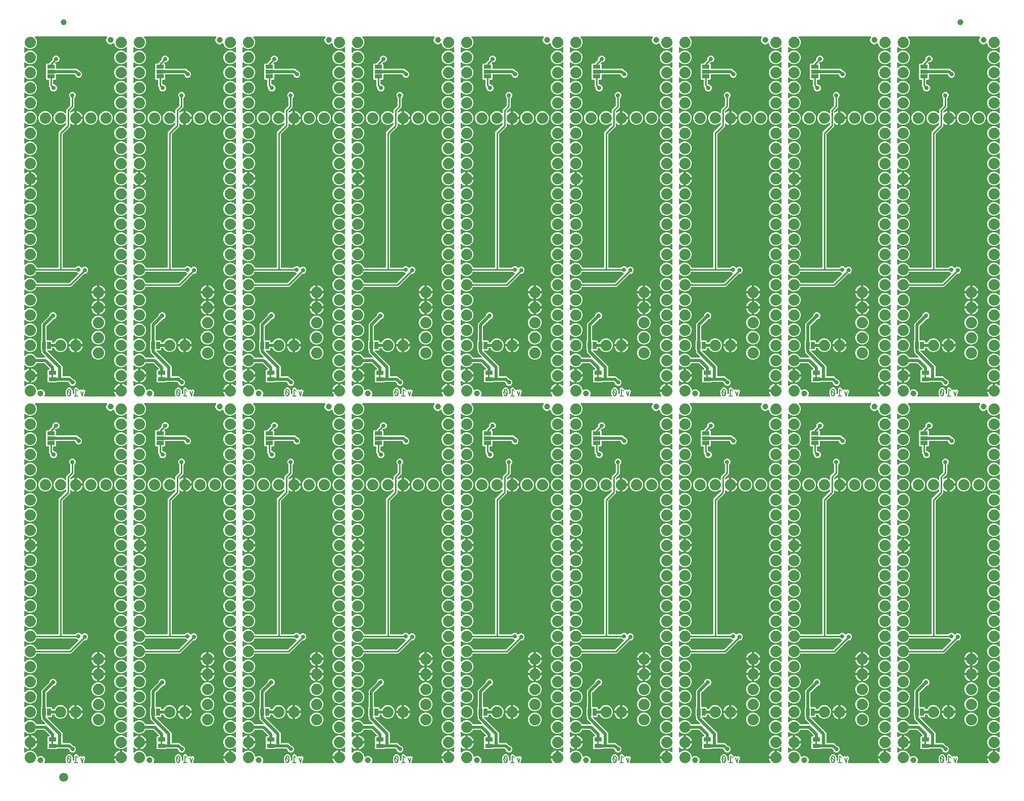
<source format=gbl>
G04 EAGLE Gerber RS-274X export*
G75*
%MOMM*%
%FSLAX34Y34*%
%LPD*%
%INBottom Copper*%
%IPPOS*%
%AMOC8*
5,1,8,0,0,1.08239X$1,22.5*%
G01*
%ADD10C,0.203200*%
%ADD11C,1.000000*%
%ADD12R,1.270000X0.635000*%
%ADD13C,1.879600*%
%ADD14R,1.270000X0.660400*%
%ADD15R,0.635000X1.270000*%
%ADD16C,1.500000*%
%ADD17C,0.736600*%
%ADD18C,0.508000*%
%ADD19C,0.254000*%

G36*
X803911Y617740D02*
X803911Y617740D01*
X803994Y617742D01*
X804051Y617760D01*
X804110Y617769D01*
X804186Y617803D01*
X804266Y617828D01*
X804315Y617861D01*
X804369Y617885D01*
X804433Y617939D01*
X804503Y617985D01*
X804541Y618030D01*
X804586Y618068D01*
X804633Y618138D01*
X804687Y618202D01*
X804711Y618256D01*
X804744Y618305D01*
X804769Y618385D01*
X804803Y618461D01*
X804812Y618520D01*
X804830Y618576D01*
X804832Y618660D01*
X804844Y618742D01*
X804835Y618793D01*
X804837Y618860D01*
X804802Y618996D01*
X804789Y619073D01*
X804727Y619254D01*
X804695Y619317D01*
X804679Y619369D01*
X803592Y621600D01*
X803592Y627064D01*
X804225Y628363D01*
X804227Y628368D01*
X804230Y628373D01*
X804240Y628411D01*
X804312Y628633D01*
X804314Y628668D01*
X804321Y628696D01*
X804343Y628887D01*
X804390Y628925D01*
X804429Y628966D01*
X804473Y628999D01*
X804514Y629057D01*
X804585Y629132D01*
X804629Y629218D01*
X804668Y629273D01*
X804679Y629294D01*
X804697Y629349D01*
X804715Y629385D01*
X804716Y629390D01*
X804727Y629410D01*
X805190Y630762D01*
X807924Y632715D01*
X811284Y632715D01*
X814017Y630762D01*
X814481Y629410D01*
X814513Y629347D01*
X814529Y629295D01*
X815616Y627064D01*
X815616Y623062D01*
X815624Y623004D01*
X815623Y622946D01*
X815644Y622864D01*
X815656Y622780D01*
X815680Y622727D01*
X815694Y622671D01*
X815737Y622598D01*
X815772Y622521D01*
X815810Y622476D01*
X815840Y622426D01*
X815901Y622368D01*
X815956Y622304D01*
X816004Y622272D01*
X816047Y622232D01*
X816122Y622193D01*
X816192Y622146D01*
X816248Y622129D01*
X816300Y622102D01*
X816368Y622091D01*
X816463Y622061D01*
X816563Y622058D01*
X816631Y622047D01*
X816970Y622047D01*
X817028Y622055D01*
X817086Y622053D01*
X817168Y622075D01*
X817251Y622087D01*
X817305Y622110D01*
X817361Y622125D01*
X817434Y622168D01*
X817511Y622203D01*
X817555Y622241D01*
X817606Y622270D01*
X817663Y622332D01*
X817728Y622386D01*
X817760Y622435D01*
X817800Y622478D01*
X817839Y622553D01*
X817885Y622623D01*
X817903Y622679D01*
X817930Y622731D01*
X817941Y622799D01*
X817971Y622894D01*
X817974Y622994D01*
X817985Y623062D01*
X817985Y629441D01*
X817976Y629504D01*
X817979Y629553D01*
X817860Y630622D01*
X817907Y630702D01*
X817915Y630733D01*
X817930Y630761D01*
X817943Y630838D01*
X817959Y630903D01*
X818719Y631663D01*
X818757Y631714D01*
X818794Y631746D01*
X819466Y632586D01*
X819556Y632609D01*
X819583Y632625D01*
X819613Y632635D01*
X819677Y632681D01*
X819735Y632715D01*
X820809Y632715D01*
X820872Y632724D01*
X820921Y632721D01*
X821990Y632840D01*
X822070Y632792D01*
X822100Y632785D01*
X822128Y632770D01*
X822206Y632757D01*
X822271Y632740D01*
X823030Y631981D01*
X823081Y631943D01*
X823114Y631906D01*
X826678Y629055D01*
X826723Y629028D01*
X826762Y628994D01*
X826844Y628956D01*
X826923Y628910D01*
X826973Y628897D01*
X827020Y628875D01*
X827110Y628862D01*
X827198Y628839D01*
X827250Y628840D01*
X827302Y628833D01*
X827373Y628844D01*
X827482Y628847D01*
X827569Y628875D01*
X827633Y628885D01*
X829184Y629402D01*
X830867Y628560D01*
X830883Y628555D01*
X830897Y628546D01*
X831018Y628510D01*
X831136Y628470D01*
X831153Y628469D01*
X831170Y628464D01*
X831296Y628463D01*
X831420Y628458D01*
X831437Y628462D01*
X831454Y628462D01*
X831522Y628483D01*
X831697Y628525D01*
X831738Y628549D01*
X831775Y628560D01*
X833458Y629402D01*
X835854Y628603D01*
X836983Y626344D01*
X834641Y619319D01*
X834639Y619304D01*
X834632Y619290D01*
X834613Y619164D01*
X834590Y619039D01*
X834592Y619024D01*
X834589Y619009D01*
X834600Y618941D01*
X834618Y618757D01*
X834636Y618713D01*
X834641Y618677D01*
X834726Y618423D01*
X834743Y618389D01*
X834753Y618353D01*
X834806Y618262D01*
X834853Y618168D01*
X834878Y618141D01*
X834898Y618108D01*
X834974Y618036D01*
X835045Y617959D01*
X835078Y617939D01*
X835105Y617914D01*
X835198Y617866D01*
X835288Y617811D01*
X835325Y617801D01*
X835358Y617784D01*
X835435Y617771D01*
X835562Y617737D01*
X835635Y617738D01*
X835689Y617729D01*
X886936Y617729D01*
X886965Y617733D01*
X886995Y617730D01*
X887106Y617753D01*
X887218Y617769D01*
X887245Y617781D01*
X887273Y617786D01*
X887374Y617839D01*
X887477Y617885D01*
X887500Y617904D01*
X887526Y617917D01*
X887608Y617995D01*
X887694Y618068D01*
X887711Y618093D01*
X887732Y618113D01*
X887789Y618211D01*
X887852Y618305D01*
X887861Y618333D01*
X887876Y618358D01*
X887903Y618468D01*
X887938Y618576D01*
X887938Y618605D01*
X887946Y618634D01*
X887942Y618747D01*
X887945Y618860D01*
X887938Y618889D01*
X887937Y618918D01*
X887902Y619026D01*
X887873Y619135D01*
X887858Y619161D01*
X887849Y619189D01*
X887803Y619253D01*
X887728Y619380D01*
X887682Y619423D01*
X887654Y619462D01*
X887514Y619603D01*
X886409Y621123D01*
X885556Y622797D01*
X884975Y624584D01*
X884854Y625349D01*
X895604Y625349D01*
X895662Y625357D01*
X895720Y625355D01*
X895802Y625377D01*
X895885Y625389D01*
X895939Y625413D01*
X895995Y625427D01*
X896068Y625470D01*
X896145Y625505D01*
X896189Y625543D01*
X896240Y625573D01*
X896297Y625634D01*
X896362Y625689D01*
X896394Y625737D01*
X896434Y625780D01*
X896473Y625855D01*
X896519Y625925D01*
X896537Y625981D01*
X896564Y626033D01*
X896575Y626101D01*
X896605Y626196D01*
X896608Y626296D01*
X896619Y626364D01*
X896619Y627381D01*
X897636Y627381D01*
X897694Y627389D01*
X897752Y627388D01*
X897834Y627409D01*
X897917Y627421D01*
X897971Y627445D01*
X898027Y627459D01*
X898100Y627502D01*
X898177Y627537D01*
X898222Y627575D01*
X898272Y627605D01*
X898330Y627666D01*
X898394Y627721D01*
X898426Y627769D01*
X898466Y627812D01*
X898505Y627887D01*
X898551Y627957D01*
X898569Y628013D01*
X898596Y628065D01*
X898607Y628133D01*
X898637Y628228D01*
X898640Y628328D01*
X898651Y628396D01*
X898651Y639146D01*
X899416Y639025D01*
X901203Y638444D01*
X902877Y637591D01*
X904397Y636486D01*
X904538Y636346D01*
X904562Y636328D01*
X904581Y636306D01*
X904675Y636243D01*
X904765Y636175D01*
X904793Y636164D01*
X904817Y636148D01*
X904925Y636114D01*
X905031Y636074D01*
X905060Y636071D01*
X905088Y636062D01*
X905201Y636059D01*
X905314Y636050D01*
X905343Y636056D01*
X905372Y636055D01*
X905482Y636084D01*
X905593Y636106D01*
X905619Y636119D01*
X905647Y636127D01*
X905745Y636185D01*
X905845Y636237D01*
X905867Y636257D01*
X905892Y636272D01*
X905969Y636355D01*
X906051Y636433D01*
X906066Y636458D01*
X906086Y636479D01*
X906138Y636580D01*
X906195Y636678D01*
X906202Y636706D01*
X906216Y636733D01*
X906229Y636810D01*
X906265Y636953D01*
X906263Y637016D01*
X906271Y637064D01*
X906271Y643815D01*
X906267Y643844D01*
X906270Y643873D01*
X906247Y643984D01*
X906231Y644096D01*
X906219Y644123D01*
X906214Y644152D01*
X906161Y644252D01*
X906115Y644356D01*
X906096Y644378D01*
X906083Y644404D01*
X906005Y644486D01*
X905932Y644573D01*
X905907Y644589D01*
X905887Y644610D01*
X905789Y644667D01*
X905695Y644730D01*
X905667Y644739D01*
X905642Y644754D01*
X905532Y644782D01*
X905424Y644816D01*
X905394Y644817D01*
X905366Y644824D01*
X905253Y644820D01*
X905140Y644823D01*
X905111Y644816D01*
X905082Y644815D01*
X904974Y644780D01*
X904865Y644752D01*
X904839Y644737D01*
X904811Y644728D01*
X904747Y644682D01*
X904620Y644606D01*
X904577Y644561D01*
X904538Y644533D01*
X903095Y643089D01*
X898894Y641349D01*
X894346Y641349D01*
X890145Y643090D01*
X886930Y646305D01*
X885189Y650506D01*
X885189Y655054D01*
X886930Y659255D01*
X890145Y662470D01*
X894346Y664211D01*
X898894Y664211D01*
X903095Y662471D01*
X904538Y661027D01*
X904562Y661010D01*
X904581Y660987D01*
X904675Y660925D01*
X904765Y660856D01*
X904793Y660846D01*
X904817Y660830D01*
X904925Y660796D01*
X905031Y660755D01*
X905060Y660753D01*
X905088Y660744D01*
X905202Y660741D01*
X905314Y660732D01*
X905343Y660737D01*
X905372Y660737D01*
X905482Y660765D01*
X905593Y660788D01*
X905619Y660801D01*
X905647Y660808D01*
X905745Y660866D01*
X905845Y660919D01*
X905867Y660939D01*
X905892Y660954D01*
X905969Y661036D01*
X906051Y661114D01*
X906066Y661140D01*
X906086Y661161D01*
X906138Y661262D01*
X906195Y661360D01*
X906202Y661388D01*
X906216Y661414D01*
X906229Y661492D01*
X906265Y661635D01*
X906263Y661698D01*
X906271Y661745D01*
X906271Y669215D01*
X906267Y669244D01*
X906270Y669273D01*
X906247Y669384D01*
X906231Y669496D01*
X906219Y669523D01*
X906214Y669552D01*
X906161Y669652D01*
X906115Y669756D01*
X906096Y669778D01*
X906083Y669804D01*
X906005Y669886D01*
X905932Y669973D01*
X905907Y669989D01*
X905887Y670010D01*
X905789Y670067D01*
X905695Y670130D01*
X905667Y670139D01*
X905642Y670154D01*
X905532Y670182D01*
X905424Y670216D01*
X905394Y670217D01*
X905366Y670224D01*
X905253Y670220D01*
X905140Y670223D01*
X905111Y670216D01*
X905082Y670215D01*
X904974Y670180D01*
X904865Y670152D01*
X904839Y670137D01*
X904811Y670128D01*
X904747Y670082D01*
X904620Y670006D01*
X904577Y669961D01*
X904538Y669933D01*
X903095Y668489D01*
X898894Y666749D01*
X894346Y666749D01*
X890145Y668490D01*
X886930Y671705D01*
X885189Y675906D01*
X885189Y680454D01*
X886930Y684655D01*
X890145Y687870D01*
X894346Y689611D01*
X898894Y689611D01*
X903095Y687871D01*
X904538Y686427D01*
X904562Y686410D01*
X904581Y686387D01*
X904675Y686325D01*
X904765Y686256D01*
X904793Y686246D01*
X904817Y686230D01*
X904925Y686196D01*
X905031Y686155D01*
X905060Y686153D01*
X905088Y686144D01*
X905202Y686141D01*
X905314Y686132D01*
X905343Y686137D01*
X905372Y686137D01*
X905482Y686165D01*
X905593Y686188D01*
X905619Y686201D01*
X905647Y686208D01*
X905745Y686266D01*
X905845Y686319D01*
X905867Y686339D01*
X905892Y686354D01*
X905969Y686436D01*
X906051Y686514D01*
X906066Y686540D01*
X906086Y686561D01*
X906138Y686662D01*
X906195Y686760D01*
X906202Y686788D01*
X906216Y686814D01*
X906229Y686892D01*
X906265Y687035D01*
X906263Y687098D01*
X906271Y687145D01*
X906271Y694615D01*
X906267Y694644D01*
X906270Y694673D01*
X906247Y694784D01*
X906231Y694896D01*
X906219Y694923D01*
X906214Y694952D01*
X906161Y695052D01*
X906115Y695156D01*
X906096Y695178D01*
X906083Y695204D01*
X906005Y695286D01*
X905932Y695373D01*
X905907Y695389D01*
X905887Y695410D01*
X905789Y695467D01*
X905695Y695530D01*
X905667Y695539D01*
X905642Y695554D01*
X905532Y695582D01*
X905424Y695616D01*
X905394Y695617D01*
X905366Y695624D01*
X905253Y695620D01*
X905140Y695623D01*
X905111Y695616D01*
X905082Y695615D01*
X904974Y695580D01*
X904865Y695552D01*
X904839Y695537D01*
X904811Y695528D01*
X904747Y695482D01*
X904620Y695406D01*
X904577Y695361D01*
X904538Y695333D01*
X903095Y693889D01*
X898894Y692149D01*
X894346Y692149D01*
X890145Y693890D01*
X886930Y697105D01*
X885189Y701306D01*
X885189Y705854D01*
X886930Y710055D01*
X890145Y713270D01*
X894346Y715011D01*
X898894Y715011D01*
X903095Y713271D01*
X904538Y711827D01*
X904562Y711810D01*
X904581Y711787D01*
X904675Y711725D01*
X904765Y711656D01*
X904793Y711646D01*
X904817Y711630D01*
X904925Y711596D01*
X905031Y711555D01*
X905060Y711553D01*
X905088Y711544D01*
X905202Y711541D01*
X905314Y711532D01*
X905343Y711537D01*
X905372Y711537D01*
X905482Y711565D01*
X905593Y711588D01*
X905619Y711601D01*
X905647Y711608D01*
X905745Y711666D01*
X905845Y711719D01*
X905867Y711739D01*
X905892Y711754D01*
X905969Y711836D01*
X906051Y711914D01*
X906066Y711940D01*
X906086Y711961D01*
X906138Y712062D01*
X906195Y712160D01*
X906202Y712188D01*
X906216Y712214D01*
X906229Y712292D01*
X906265Y712435D01*
X906263Y712498D01*
X906271Y712545D01*
X906271Y720015D01*
X906267Y720044D01*
X906270Y720073D01*
X906247Y720184D01*
X906231Y720296D01*
X906219Y720323D01*
X906214Y720352D01*
X906161Y720452D01*
X906115Y720556D01*
X906096Y720578D01*
X906083Y720604D01*
X906005Y720686D01*
X905932Y720773D01*
X905907Y720789D01*
X905887Y720810D01*
X905789Y720867D01*
X905695Y720930D01*
X905667Y720939D01*
X905642Y720954D01*
X905532Y720982D01*
X905424Y721016D01*
X905394Y721017D01*
X905366Y721024D01*
X905253Y721020D01*
X905140Y721023D01*
X905111Y721016D01*
X905082Y721015D01*
X904974Y720980D01*
X904865Y720952D01*
X904839Y720937D01*
X904811Y720928D01*
X904747Y720882D01*
X904620Y720806D01*
X904577Y720761D01*
X904538Y720733D01*
X903095Y719289D01*
X898894Y717549D01*
X894346Y717549D01*
X890145Y719290D01*
X886930Y722505D01*
X885189Y726706D01*
X885189Y731254D01*
X886930Y735455D01*
X890145Y738670D01*
X894346Y740411D01*
X898894Y740411D01*
X903095Y738671D01*
X904538Y737227D01*
X904562Y737210D01*
X904581Y737187D01*
X904675Y737125D01*
X904765Y737056D01*
X904793Y737046D01*
X904817Y737030D01*
X904925Y736996D01*
X905031Y736955D01*
X905060Y736953D01*
X905088Y736944D01*
X905202Y736941D01*
X905314Y736932D01*
X905343Y736937D01*
X905372Y736937D01*
X905482Y736965D01*
X905593Y736988D01*
X905619Y737001D01*
X905647Y737008D01*
X905745Y737066D01*
X905845Y737119D01*
X905867Y737139D01*
X905892Y737154D01*
X905969Y737236D01*
X906051Y737314D01*
X906066Y737340D01*
X906086Y737361D01*
X906138Y737462D01*
X906195Y737560D01*
X906202Y737588D01*
X906216Y737614D01*
X906229Y737692D01*
X906265Y737835D01*
X906263Y737898D01*
X906271Y737945D01*
X906271Y745415D01*
X906267Y745444D01*
X906270Y745473D01*
X906247Y745584D01*
X906231Y745696D01*
X906219Y745723D01*
X906214Y745752D01*
X906161Y745852D01*
X906115Y745956D01*
X906096Y745978D01*
X906083Y746004D01*
X906005Y746086D01*
X905932Y746173D01*
X905907Y746189D01*
X905887Y746210D01*
X905789Y746267D01*
X905695Y746330D01*
X905667Y746339D01*
X905642Y746354D01*
X905532Y746382D01*
X905424Y746416D01*
X905394Y746417D01*
X905366Y746424D01*
X905253Y746420D01*
X905140Y746423D01*
X905111Y746416D01*
X905082Y746415D01*
X904974Y746380D01*
X904865Y746352D01*
X904839Y746337D01*
X904811Y746328D01*
X904747Y746282D01*
X904620Y746206D01*
X904577Y746161D01*
X904538Y746133D01*
X903095Y744689D01*
X898894Y742949D01*
X894346Y742949D01*
X890145Y744690D01*
X886930Y747905D01*
X885189Y752106D01*
X885189Y756654D01*
X886930Y760855D01*
X890145Y764070D01*
X894346Y765811D01*
X898894Y765811D01*
X903095Y764071D01*
X904538Y762627D01*
X904562Y762610D01*
X904581Y762587D01*
X904675Y762525D01*
X904765Y762456D01*
X904793Y762446D01*
X904817Y762430D01*
X904925Y762396D01*
X905031Y762355D01*
X905060Y762353D01*
X905088Y762344D01*
X905202Y762341D01*
X905314Y762332D01*
X905343Y762337D01*
X905372Y762337D01*
X905482Y762365D01*
X905593Y762388D01*
X905619Y762401D01*
X905647Y762408D01*
X905745Y762466D01*
X905845Y762519D01*
X905867Y762539D01*
X905892Y762554D01*
X905969Y762636D01*
X906051Y762714D01*
X906066Y762740D01*
X906086Y762761D01*
X906138Y762862D01*
X906195Y762960D01*
X906202Y762988D01*
X906216Y763014D01*
X906229Y763092D01*
X906265Y763235D01*
X906263Y763298D01*
X906271Y763345D01*
X906271Y770815D01*
X906267Y770844D01*
X906270Y770873D01*
X906247Y770984D01*
X906231Y771096D01*
X906219Y771123D01*
X906214Y771152D01*
X906161Y771252D01*
X906115Y771356D01*
X906096Y771378D01*
X906083Y771404D01*
X906005Y771486D01*
X905932Y771573D01*
X905907Y771589D01*
X905887Y771610D01*
X905789Y771667D01*
X905695Y771730D01*
X905667Y771739D01*
X905642Y771754D01*
X905532Y771782D01*
X905424Y771816D01*
X905394Y771817D01*
X905366Y771824D01*
X905253Y771820D01*
X905140Y771823D01*
X905111Y771816D01*
X905082Y771815D01*
X904974Y771780D01*
X904865Y771752D01*
X904839Y771737D01*
X904811Y771728D01*
X904747Y771682D01*
X904620Y771606D01*
X904577Y771561D01*
X904538Y771533D01*
X903095Y770089D01*
X898894Y768349D01*
X894346Y768349D01*
X890145Y770090D01*
X886930Y773305D01*
X885189Y777506D01*
X885189Y782054D01*
X886930Y786255D01*
X890145Y789470D01*
X894346Y791211D01*
X898894Y791211D01*
X903095Y789471D01*
X904538Y788027D01*
X904562Y788010D01*
X904581Y787987D01*
X904675Y787925D01*
X904765Y787856D01*
X904793Y787846D01*
X904817Y787830D01*
X904925Y787796D01*
X905031Y787755D01*
X905060Y787753D01*
X905088Y787744D01*
X905202Y787741D01*
X905314Y787732D01*
X905343Y787737D01*
X905372Y787737D01*
X905482Y787765D01*
X905593Y787788D01*
X905619Y787801D01*
X905647Y787808D01*
X905745Y787866D01*
X905845Y787919D01*
X905867Y787939D01*
X905892Y787954D01*
X905969Y788036D01*
X906051Y788114D01*
X906066Y788140D01*
X906086Y788161D01*
X906138Y788262D01*
X906195Y788360D01*
X906202Y788388D01*
X906216Y788414D01*
X906229Y788492D01*
X906265Y788635D01*
X906263Y788698D01*
X906271Y788745D01*
X906271Y796215D01*
X906267Y796244D01*
X906270Y796273D01*
X906247Y796384D01*
X906231Y796496D01*
X906219Y796523D01*
X906214Y796552D01*
X906161Y796652D01*
X906115Y796756D01*
X906096Y796778D01*
X906083Y796804D01*
X906005Y796886D01*
X905932Y796973D01*
X905907Y796989D01*
X905887Y797010D01*
X905789Y797067D01*
X905695Y797130D01*
X905667Y797139D01*
X905642Y797154D01*
X905532Y797182D01*
X905424Y797216D01*
X905394Y797217D01*
X905366Y797224D01*
X905253Y797220D01*
X905140Y797223D01*
X905111Y797216D01*
X905082Y797215D01*
X904974Y797180D01*
X904865Y797152D01*
X904839Y797137D01*
X904811Y797128D01*
X904747Y797082D01*
X904620Y797006D01*
X904577Y796961D01*
X904538Y796933D01*
X903095Y795489D01*
X898894Y793749D01*
X894346Y793749D01*
X890145Y795490D01*
X886930Y798705D01*
X885189Y802906D01*
X885189Y807454D01*
X886930Y811655D01*
X890145Y814870D01*
X894346Y816611D01*
X898894Y816611D01*
X903095Y814871D01*
X904538Y813427D01*
X904562Y813410D01*
X904581Y813387D01*
X904675Y813325D01*
X904765Y813256D01*
X904793Y813246D01*
X904817Y813230D01*
X904925Y813196D01*
X905031Y813155D01*
X905060Y813153D01*
X905088Y813144D01*
X905202Y813141D01*
X905314Y813132D01*
X905343Y813137D01*
X905372Y813137D01*
X905482Y813165D01*
X905593Y813188D01*
X905619Y813201D01*
X905647Y813208D01*
X905745Y813266D01*
X905845Y813319D01*
X905867Y813339D01*
X905892Y813354D01*
X905969Y813436D01*
X906051Y813514D01*
X906066Y813540D01*
X906086Y813561D01*
X906138Y813662D01*
X906195Y813760D01*
X906202Y813788D01*
X906216Y813814D01*
X906229Y813892D01*
X906265Y814035D01*
X906263Y814098D01*
X906271Y814145D01*
X906271Y821615D01*
X906267Y821644D01*
X906270Y821673D01*
X906247Y821784D01*
X906231Y821896D01*
X906219Y821923D01*
X906214Y821952D01*
X906161Y822052D01*
X906115Y822156D01*
X906096Y822178D01*
X906083Y822204D01*
X906005Y822286D01*
X905932Y822373D01*
X905907Y822389D01*
X905887Y822410D01*
X905789Y822467D01*
X905695Y822530D01*
X905667Y822539D01*
X905642Y822554D01*
X905532Y822582D01*
X905424Y822616D01*
X905394Y822617D01*
X905366Y822624D01*
X905253Y822620D01*
X905140Y822623D01*
X905111Y822616D01*
X905082Y822615D01*
X904974Y822580D01*
X904865Y822552D01*
X904839Y822537D01*
X904811Y822528D01*
X904747Y822482D01*
X904620Y822406D01*
X904577Y822361D01*
X904538Y822333D01*
X903095Y820889D01*
X898894Y819149D01*
X894346Y819149D01*
X890145Y820890D01*
X886930Y824105D01*
X885189Y828306D01*
X885189Y832854D01*
X886930Y837055D01*
X890145Y840270D01*
X894346Y842011D01*
X898894Y842011D01*
X903095Y840271D01*
X904538Y838827D01*
X904562Y838810D01*
X904581Y838787D01*
X904675Y838725D01*
X904765Y838656D01*
X904793Y838646D01*
X904817Y838630D01*
X904925Y838596D01*
X905031Y838555D01*
X905060Y838553D01*
X905088Y838544D01*
X905202Y838541D01*
X905314Y838532D01*
X905343Y838537D01*
X905372Y838537D01*
X905482Y838565D01*
X905593Y838588D01*
X905619Y838601D01*
X905647Y838608D01*
X905745Y838666D01*
X905845Y838719D01*
X905867Y838739D01*
X905892Y838754D01*
X905969Y838836D01*
X906051Y838914D01*
X906066Y838940D01*
X906086Y838961D01*
X906138Y839062D01*
X906195Y839160D01*
X906202Y839188D01*
X906216Y839214D01*
X906229Y839292D01*
X906265Y839435D01*
X906263Y839498D01*
X906271Y839545D01*
X906271Y847015D01*
X906267Y847044D01*
X906270Y847073D01*
X906247Y847184D01*
X906231Y847296D01*
X906219Y847323D01*
X906214Y847352D01*
X906161Y847452D01*
X906115Y847556D01*
X906096Y847578D01*
X906083Y847604D01*
X906005Y847686D01*
X905932Y847773D01*
X905907Y847789D01*
X905887Y847810D01*
X905789Y847867D01*
X905695Y847930D01*
X905667Y847939D01*
X905642Y847954D01*
X905532Y847982D01*
X905424Y848016D01*
X905394Y848017D01*
X905366Y848024D01*
X905253Y848020D01*
X905140Y848023D01*
X905111Y848016D01*
X905082Y848015D01*
X904974Y847980D01*
X904865Y847952D01*
X904839Y847937D01*
X904811Y847928D01*
X904747Y847882D01*
X904620Y847806D01*
X904577Y847761D01*
X904538Y847733D01*
X903095Y846289D01*
X898894Y844549D01*
X894346Y844549D01*
X890145Y846290D01*
X886930Y849505D01*
X885189Y853706D01*
X885189Y858254D01*
X886930Y862455D01*
X890145Y865670D01*
X894346Y867411D01*
X898894Y867411D01*
X903095Y865671D01*
X904538Y864227D01*
X904562Y864210D01*
X904581Y864187D01*
X904675Y864125D01*
X904765Y864056D01*
X904793Y864046D01*
X904817Y864030D01*
X904925Y863996D01*
X905031Y863955D01*
X905060Y863953D01*
X905088Y863944D01*
X905202Y863941D01*
X905314Y863932D01*
X905343Y863937D01*
X905372Y863937D01*
X905482Y863965D01*
X905593Y863988D01*
X905619Y864001D01*
X905647Y864008D01*
X905745Y864066D01*
X905845Y864119D01*
X905867Y864139D01*
X905892Y864154D01*
X905969Y864236D01*
X906051Y864314D01*
X906066Y864340D01*
X906086Y864361D01*
X906138Y864462D01*
X906195Y864560D01*
X906202Y864588D01*
X906216Y864614D01*
X906229Y864692D01*
X906265Y864835D01*
X906263Y864898D01*
X906271Y864945D01*
X906271Y872415D01*
X906267Y872444D01*
X906270Y872473D01*
X906247Y872584D01*
X906231Y872696D01*
X906219Y872723D01*
X906214Y872752D01*
X906161Y872852D01*
X906115Y872956D01*
X906096Y872978D01*
X906083Y873004D01*
X906005Y873086D01*
X905932Y873173D01*
X905907Y873189D01*
X905887Y873210D01*
X905789Y873267D01*
X905695Y873330D01*
X905667Y873339D01*
X905642Y873354D01*
X905532Y873382D01*
X905424Y873416D01*
X905394Y873417D01*
X905366Y873424D01*
X905253Y873420D01*
X905140Y873423D01*
X905111Y873416D01*
X905082Y873415D01*
X904974Y873380D01*
X904865Y873352D01*
X904839Y873337D01*
X904811Y873328D01*
X904747Y873282D01*
X904620Y873206D01*
X904577Y873161D01*
X904538Y873133D01*
X903095Y871689D01*
X898894Y869949D01*
X894346Y869949D01*
X890145Y871690D01*
X886930Y874905D01*
X885189Y879106D01*
X885189Y883654D01*
X886930Y887855D01*
X890145Y891070D01*
X894346Y892811D01*
X898894Y892811D01*
X903095Y891071D01*
X904538Y889627D01*
X904562Y889610D01*
X904581Y889587D01*
X904675Y889525D01*
X904765Y889456D01*
X904793Y889446D01*
X904817Y889430D01*
X904925Y889396D01*
X905031Y889355D01*
X905060Y889353D01*
X905088Y889344D01*
X905202Y889341D01*
X905314Y889332D01*
X905343Y889337D01*
X905372Y889337D01*
X905482Y889365D01*
X905593Y889388D01*
X905619Y889401D01*
X905647Y889408D01*
X905745Y889466D01*
X905845Y889519D01*
X905867Y889539D01*
X905892Y889554D01*
X905969Y889636D01*
X906051Y889714D01*
X906066Y889740D01*
X906086Y889761D01*
X906138Y889862D01*
X906195Y889960D01*
X906202Y889988D01*
X906216Y890014D01*
X906229Y890092D01*
X906265Y890235D01*
X906263Y890298D01*
X906271Y890345D01*
X906271Y897815D01*
X906267Y897844D01*
X906270Y897873D01*
X906247Y897984D01*
X906231Y898096D01*
X906219Y898123D01*
X906214Y898152D01*
X906161Y898252D01*
X906115Y898356D01*
X906096Y898378D01*
X906083Y898404D01*
X906005Y898486D01*
X905932Y898573D01*
X905907Y898589D01*
X905887Y898610D01*
X905789Y898667D01*
X905695Y898730D01*
X905667Y898739D01*
X905642Y898754D01*
X905532Y898782D01*
X905424Y898816D01*
X905394Y898817D01*
X905366Y898824D01*
X905253Y898820D01*
X905140Y898823D01*
X905111Y898816D01*
X905082Y898815D01*
X904974Y898780D01*
X904865Y898752D01*
X904839Y898737D01*
X904811Y898728D01*
X904747Y898682D01*
X904620Y898606D01*
X904577Y898561D01*
X904538Y898533D01*
X903095Y897089D01*
X898894Y895349D01*
X894346Y895349D01*
X890145Y897090D01*
X886930Y900305D01*
X885189Y904506D01*
X885189Y909054D01*
X886930Y913255D01*
X890145Y916470D01*
X894346Y918211D01*
X898894Y918211D01*
X903095Y916471D01*
X904538Y915027D01*
X904562Y915010D01*
X904581Y914987D01*
X904675Y914925D01*
X904765Y914856D01*
X904793Y914846D01*
X904817Y914830D01*
X904925Y914796D01*
X905031Y914755D01*
X905060Y914753D01*
X905088Y914744D01*
X905202Y914741D01*
X905314Y914732D01*
X905343Y914737D01*
X905372Y914737D01*
X905482Y914765D01*
X905593Y914788D01*
X905619Y914801D01*
X905647Y914808D01*
X905745Y914866D01*
X905845Y914919D01*
X905867Y914939D01*
X905892Y914954D01*
X905969Y915036D01*
X906051Y915114D01*
X906066Y915140D01*
X906086Y915161D01*
X906138Y915262D01*
X906195Y915360D01*
X906202Y915388D01*
X906216Y915414D01*
X906229Y915492D01*
X906265Y915635D01*
X906263Y915698D01*
X906271Y915745D01*
X906271Y923215D01*
X906267Y923244D01*
X906270Y923273D01*
X906247Y923384D01*
X906231Y923496D01*
X906219Y923523D01*
X906214Y923552D01*
X906161Y923652D01*
X906115Y923756D01*
X906096Y923778D01*
X906083Y923804D01*
X906005Y923886D01*
X905932Y923973D01*
X905907Y923989D01*
X905887Y924010D01*
X905789Y924067D01*
X905695Y924130D01*
X905667Y924139D01*
X905642Y924154D01*
X905532Y924182D01*
X905424Y924216D01*
X905394Y924217D01*
X905366Y924224D01*
X905253Y924220D01*
X905140Y924223D01*
X905111Y924216D01*
X905082Y924215D01*
X904974Y924180D01*
X904865Y924152D01*
X904839Y924137D01*
X904811Y924128D01*
X904747Y924082D01*
X904620Y924006D01*
X904577Y923961D01*
X904538Y923933D01*
X903095Y922489D01*
X898894Y920749D01*
X894346Y920749D01*
X890145Y922490D01*
X886930Y925705D01*
X885189Y929906D01*
X885189Y934454D01*
X886930Y938655D01*
X890145Y941870D01*
X894346Y943611D01*
X898894Y943611D01*
X903095Y941871D01*
X904538Y940427D01*
X904562Y940410D01*
X904581Y940387D01*
X904675Y940325D01*
X904765Y940256D01*
X904793Y940246D01*
X904817Y940230D01*
X904925Y940196D01*
X905031Y940155D01*
X905060Y940153D01*
X905088Y940144D01*
X905202Y940141D01*
X905314Y940132D01*
X905343Y940137D01*
X905372Y940137D01*
X905482Y940165D01*
X905593Y940188D01*
X905619Y940201D01*
X905647Y940208D01*
X905745Y940266D01*
X905845Y940319D01*
X905867Y940339D01*
X905892Y940354D01*
X905969Y940436D01*
X906051Y940514D01*
X906066Y940540D01*
X906086Y940561D01*
X906138Y940662D01*
X906195Y940760D01*
X906202Y940788D01*
X906216Y940814D01*
X906229Y940892D01*
X906265Y941035D01*
X906263Y941098D01*
X906271Y941145D01*
X906271Y948615D01*
X906267Y948644D01*
X906270Y948673D01*
X906247Y948784D01*
X906231Y948896D01*
X906219Y948923D01*
X906214Y948952D01*
X906161Y949052D01*
X906115Y949156D01*
X906096Y949178D01*
X906083Y949204D01*
X906005Y949286D01*
X905932Y949373D01*
X905907Y949389D01*
X905887Y949410D01*
X905789Y949467D01*
X905695Y949530D01*
X905667Y949539D01*
X905642Y949554D01*
X905532Y949582D01*
X905424Y949616D01*
X905394Y949617D01*
X905366Y949624D01*
X905253Y949620D01*
X905140Y949623D01*
X905111Y949616D01*
X905082Y949615D01*
X904974Y949580D01*
X904865Y949552D01*
X904839Y949537D01*
X904811Y949528D01*
X904747Y949482D01*
X904620Y949406D01*
X904577Y949361D01*
X904538Y949333D01*
X903095Y947889D01*
X898894Y946149D01*
X894346Y946149D01*
X890145Y947890D01*
X886930Y951105D01*
X885189Y955306D01*
X885189Y959854D01*
X886930Y964055D01*
X890145Y967270D01*
X894346Y969011D01*
X898894Y969011D01*
X903095Y967271D01*
X904538Y965827D01*
X904562Y965810D01*
X904581Y965787D01*
X904675Y965725D01*
X904765Y965656D01*
X904793Y965646D01*
X904817Y965630D01*
X904925Y965596D01*
X905031Y965555D01*
X905060Y965553D01*
X905088Y965544D01*
X905202Y965541D01*
X905314Y965532D01*
X905343Y965537D01*
X905372Y965537D01*
X905482Y965565D01*
X905593Y965588D01*
X905619Y965601D01*
X905647Y965608D01*
X905745Y965666D01*
X905845Y965719D01*
X905867Y965739D01*
X905892Y965754D01*
X905969Y965836D01*
X906051Y965914D01*
X906066Y965940D01*
X906086Y965961D01*
X906138Y966062D01*
X906195Y966160D01*
X906202Y966188D01*
X906216Y966214D01*
X906229Y966292D01*
X906265Y966435D01*
X906263Y966498D01*
X906271Y966545D01*
X906271Y974015D01*
X906267Y974044D01*
X906270Y974073D01*
X906247Y974184D01*
X906231Y974296D01*
X906219Y974323D01*
X906214Y974352D01*
X906161Y974452D01*
X906115Y974556D01*
X906096Y974578D01*
X906083Y974604D01*
X906005Y974686D01*
X905932Y974773D01*
X905907Y974789D01*
X905887Y974810D01*
X905789Y974867D01*
X905695Y974930D01*
X905667Y974939D01*
X905642Y974954D01*
X905532Y974982D01*
X905424Y975016D01*
X905394Y975017D01*
X905366Y975024D01*
X905253Y975020D01*
X905140Y975023D01*
X905111Y975016D01*
X905082Y975015D01*
X904974Y974980D01*
X904865Y974952D01*
X904839Y974937D01*
X904811Y974928D01*
X904747Y974882D01*
X904620Y974806D01*
X904577Y974761D01*
X904538Y974733D01*
X903095Y973289D01*
X898894Y971549D01*
X894346Y971549D01*
X890145Y973290D01*
X886930Y976505D01*
X885189Y980706D01*
X885189Y985254D01*
X886930Y989455D01*
X890145Y992670D01*
X894346Y994411D01*
X898894Y994411D01*
X903095Y992671D01*
X904538Y991227D01*
X904562Y991210D01*
X904581Y991187D01*
X904675Y991125D01*
X904765Y991056D01*
X904793Y991046D01*
X904817Y991030D01*
X904925Y990996D01*
X905031Y990955D01*
X905060Y990953D01*
X905088Y990944D01*
X905202Y990941D01*
X905314Y990932D01*
X905343Y990937D01*
X905372Y990937D01*
X905482Y990965D01*
X905593Y990988D01*
X905619Y991001D01*
X905647Y991008D01*
X905745Y991066D01*
X905845Y991119D01*
X905867Y991139D01*
X905892Y991154D01*
X905969Y991236D01*
X906051Y991314D01*
X906066Y991340D01*
X906086Y991361D01*
X906138Y991462D01*
X906195Y991560D01*
X906202Y991588D01*
X906216Y991614D01*
X906229Y991692D01*
X906265Y991835D01*
X906263Y991898D01*
X906271Y991945D01*
X906271Y999415D01*
X906267Y999444D01*
X906270Y999473D01*
X906247Y999584D01*
X906231Y999696D01*
X906219Y999723D01*
X906214Y999752D01*
X906161Y999852D01*
X906115Y999956D01*
X906096Y999978D01*
X906083Y1000004D01*
X906005Y1000086D01*
X905932Y1000173D01*
X905907Y1000189D01*
X905887Y1000210D01*
X905789Y1000267D01*
X905695Y1000330D01*
X905667Y1000339D01*
X905642Y1000354D01*
X905532Y1000382D01*
X905424Y1000416D01*
X905394Y1000417D01*
X905366Y1000424D01*
X905253Y1000420D01*
X905140Y1000423D01*
X905111Y1000416D01*
X905082Y1000415D01*
X904974Y1000380D01*
X904865Y1000352D01*
X904839Y1000337D01*
X904811Y1000328D01*
X904747Y1000282D01*
X904620Y1000206D01*
X904577Y1000161D01*
X904538Y1000133D01*
X903095Y998689D01*
X898894Y996949D01*
X894346Y996949D01*
X890145Y998690D01*
X886930Y1001905D01*
X885189Y1006106D01*
X885189Y1010654D01*
X886930Y1014855D01*
X890145Y1018070D01*
X894346Y1019811D01*
X898894Y1019811D01*
X903095Y1018071D01*
X904538Y1016627D01*
X904562Y1016610D01*
X904581Y1016587D01*
X904675Y1016525D01*
X904765Y1016456D01*
X904793Y1016446D01*
X904817Y1016430D01*
X904925Y1016396D01*
X905031Y1016355D01*
X905060Y1016353D01*
X905088Y1016344D01*
X905202Y1016341D01*
X905314Y1016332D01*
X905343Y1016337D01*
X905372Y1016337D01*
X905482Y1016365D01*
X905593Y1016388D01*
X905619Y1016401D01*
X905647Y1016408D01*
X905745Y1016466D01*
X905845Y1016519D01*
X905867Y1016539D01*
X905892Y1016554D01*
X905969Y1016636D01*
X906051Y1016714D01*
X906066Y1016740D01*
X906086Y1016761D01*
X906138Y1016862D01*
X906195Y1016960D01*
X906202Y1016988D01*
X906216Y1017014D01*
X906229Y1017092D01*
X906265Y1017235D01*
X906263Y1017298D01*
X906271Y1017345D01*
X906271Y1024815D01*
X906267Y1024844D01*
X906270Y1024873D01*
X906247Y1024984D01*
X906231Y1025096D01*
X906219Y1025123D01*
X906214Y1025152D01*
X906161Y1025252D01*
X906115Y1025356D01*
X906096Y1025378D01*
X906083Y1025404D01*
X906005Y1025486D01*
X905932Y1025573D01*
X905907Y1025589D01*
X905887Y1025610D01*
X905789Y1025667D01*
X905695Y1025730D01*
X905667Y1025739D01*
X905642Y1025754D01*
X905532Y1025782D01*
X905424Y1025816D01*
X905394Y1025817D01*
X905366Y1025824D01*
X905253Y1025820D01*
X905140Y1025823D01*
X905111Y1025816D01*
X905082Y1025815D01*
X904974Y1025780D01*
X904865Y1025752D01*
X904839Y1025737D01*
X904811Y1025728D01*
X904747Y1025682D01*
X904620Y1025606D01*
X904577Y1025561D01*
X904538Y1025533D01*
X903095Y1024089D01*
X898894Y1022349D01*
X894346Y1022349D01*
X890145Y1024090D01*
X886930Y1027305D01*
X885189Y1031506D01*
X885189Y1036054D01*
X886930Y1040255D01*
X890145Y1043470D01*
X894346Y1045211D01*
X898894Y1045211D01*
X903095Y1043471D01*
X904538Y1042027D01*
X904562Y1042010D01*
X904581Y1041987D01*
X904675Y1041925D01*
X904765Y1041856D01*
X904793Y1041846D01*
X904817Y1041830D01*
X904925Y1041796D01*
X905031Y1041755D01*
X905060Y1041753D01*
X905088Y1041744D01*
X905202Y1041741D01*
X905314Y1041732D01*
X905343Y1041737D01*
X905372Y1041737D01*
X905482Y1041765D01*
X905593Y1041788D01*
X905619Y1041801D01*
X905647Y1041808D01*
X905745Y1041866D01*
X905845Y1041919D01*
X905867Y1041939D01*
X905892Y1041954D01*
X905969Y1042036D01*
X906051Y1042114D01*
X906066Y1042140D01*
X906086Y1042161D01*
X906138Y1042262D01*
X906195Y1042360D01*
X906202Y1042388D01*
X906216Y1042414D01*
X906229Y1042492D01*
X906265Y1042635D01*
X906263Y1042698D01*
X906271Y1042745D01*
X906271Y1050215D01*
X906267Y1050244D01*
X906270Y1050273D01*
X906247Y1050384D01*
X906231Y1050496D01*
X906219Y1050523D01*
X906214Y1050552D01*
X906161Y1050652D01*
X906115Y1050756D01*
X906096Y1050778D01*
X906083Y1050804D01*
X906005Y1050886D01*
X905932Y1050973D01*
X905907Y1050989D01*
X905887Y1051010D01*
X905789Y1051067D01*
X905695Y1051130D01*
X905667Y1051139D01*
X905642Y1051154D01*
X905532Y1051182D01*
X905424Y1051216D01*
X905394Y1051217D01*
X905366Y1051224D01*
X905253Y1051220D01*
X905140Y1051223D01*
X905111Y1051216D01*
X905082Y1051215D01*
X904974Y1051180D01*
X904865Y1051152D01*
X904839Y1051137D01*
X904811Y1051128D01*
X904747Y1051082D01*
X904620Y1051006D01*
X904577Y1050961D01*
X904538Y1050933D01*
X903095Y1049489D01*
X898894Y1047749D01*
X894346Y1047749D01*
X890145Y1049490D01*
X886930Y1052705D01*
X885189Y1056906D01*
X885189Y1061454D01*
X886930Y1065655D01*
X890145Y1068870D01*
X894346Y1070611D01*
X898894Y1070611D01*
X903095Y1068871D01*
X904538Y1067427D01*
X904562Y1067410D01*
X904581Y1067387D01*
X904675Y1067325D01*
X904765Y1067256D01*
X904793Y1067246D01*
X904817Y1067230D01*
X904925Y1067196D01*
X905031Y1067155D01*
X905060Y1067153D01*
X905088Y1067144D01*
X905202Y1067141D01*
X905314Y1067132D01*
X905343Y1067137D01*
X905372Y1067137D01*
X905482Y1067165D01*
X905593Y1067188D01*
X905619Y1067201D01*
X905647Y1067208D01*
X905745Y1067266D01*
X905845Y1067319D01*
X905867Y1067339D01*
X905892Y1067354D01*
X905969Y1067436D01*
X906051Y1067514D01*
X906066Y1067540D01*
X906086Y1067561D01*
X906138Y1067662D01*
X906195Y1067760D01*
X906202Y1067788D01*
X906216Y1067814D01*
X906229Y1067892D01*
X906265Y1068035D01*
X906263Y1068098D01*
X906271Y1068145D01*
X906271Y1075615D01*
X906267Y1075644D01*
X906270Y1075673D01*
X906264Y1075701D01*
X906265Y1075723D01*
X906246Y1075795D01*
X906231Y1075896D01*
X906219Y1075923D01*
X906214Y1075952D01*
X906196Y1075986D01*
X906193Y1075998D01*
X906169Y1076038D01*
X906161Y1076052D01*
X906115Y1076156D01*
X906096Y1076178D01*
X906083Y1076204D01*
X906049Y1076239D01*
X906048Y1076242D01*
X906037Y1076252D01*
X906005Y1076286D01*
X905932Y1076373D01*
X905907Y1076389D01*
X905887Y1076410D01*
X905789Y1076467D01*
X905695Y1076530D01*
X905667Y1076539D01*
X905642Y1076554D01*
X905532Y1076582D01*
X905424Y1076616D01*
X905394Y1076617D01*
X905366Y1076624D01*
X905262Y1076621D01*
X905256Y1076622D01*
X905248Y1076622D01*
X905241Y1076621D01*
X905140Y1076623D01*
X905111Y1076616D01*
X905082Y1076615D01*
X904990Y1076585D01*
X904966Y1076582D01*
X904946Y1076573D01*
X904865Y1076552D01*
X904839Y1076537D01*
X904811Y1076528D01*
X904755Y1076487D01*
X904707Y1076466D01*
X904676Y1076439D01*
X904620Y1076406D01*
X904577Y1076361D01*
X904538Y1076333D01*
X903095Y1074889D01*
X898894Y1073149D01*
X894346Y1073149D01*
X890145Y1074890D01*
X886930Y1078105D01*
X885189Y1082306D01*
X885189Y1086854D01*
X886930Y1091055D01*
X890145Y1094270D01*
X894346Y1096011D01*
X898894Y1096011D01*
X903095Y1094271D01*
X904538Y1092827D01*
X904562Y1092810D01*
X904581Y1092787D01*
X904675Y1092725D01*
X904765Y1092656D01*
X904793Y1092646D01*
X904817Y1092630D01*
X904925Y1092596D01*
X905031Y1092555D01*
X905060Y1092553D01*
X905088Y1092544D01*
X905202Y1092541D01*
X905314Y1092532D01*
X905343Y1092537D01*
X905372Y1092537D01*
X905482Y1092565D01*
X905593Y1092588D01*
X905619Y1092601D01*
X905647Y1092608D01*
X905745Y1092666D01*
X905845Y1092719D01*
X905867Y1092739D01*
X905892Y1092754D01*
X905969Y1092836D01*
X906051Y1092914D01*
X906066Y1092940D01*
X906086Y1092961D01*
X906138Y1093062D01*
X906195Y1093160D01*
X906202Y1093188D01*
X906216Y1093214D01*
X906229Y1093292D01*
X906265Y1093435D01*
X906263Y1093498D01*
X906271Y1093545D01*
X906271Y1101015D01*
X906267Y1101044D01*
X906270Y1101073D01*
X906264Y1101099D01*
X906265Y1101104D01*
X906259Y1101124D01*
X906247Y1101184D01*
X906231Y1101296D01*
X906219Y1101323D01*
X906214Y1101352D01*
X906161Y1101452D01*
X906115Y1101556D01*
X906096Y1101578D01*
X906083Y1101604D01*
X906005Y1101686D01*
X905932Y1101773D01*
X905907Y1101789D01*
X905887Y1101810D01*
X905789Y1101867D01*
X905695Y1101930D01*
X905667Y1101939D01*
X905642Y1101954D01*
X905532Y1101982D01*
X905424Y1102016D01*
X905394Y1102017D01*
X905366Y1102024D01*
X905253Y1102020D01*
X905140Y1102023D01*
X905111Y1102016D01*
X905082Y1102015D01*
X904974Y1101980D01*
X904865Y1101952D01*
X904839Y1101937D01*
X904811Y1101928D01*
X904747Y1101882D01*
X904690Y1101848D01*
X904688Y1101847D01*
X904687Y1101846D01*
X904620Y1101806D01*
X904577Y1101761D01*
X904538Y1101733D01*
X903095Y1100289D01*
X898894Y1098549D01*
X894346Y1098549D01*
X890145Y1100290D01*
X886930Y1103505D01*
X885189Y1107706D01*
X885189Y1112254D01*
X886930Y1116455D01*
X890145Y1119670D01*
X894346Y1121411D01*
X898894Y1121411D01*
X903095Y1119671D01*
X904538Y1118227D01*
X904562Y1118210D01*
X904581Y1118187D01*
X904675Y1118125D01*
X904765Y1118056D01*
X904793Y1118046D01*
X904817Y1118030D01*
X904925Y1117996D01*
X905031Y1117955D01*
X905060Y1117953D01*
X905088Y1117944D01*
X905202Y1117941D01*
X905314Y1117932D01*
X905343Y1117937D01*
X905372Y1117937D01*
X905482Y1117965D01*
X905593Y1117988D01*
X905619Y1118001D01*
X905647Y1118008D01*
X905745Y1118066D01*
X905845Y1118119D01*
X905867Y1118139D01*
X905892Y1118154D01*
X905969Y1118236D01*
X906051Y1118314D01*
X906066Y1118340D01*
X906086Y1118361D01*
X906138Y1118462D01*
X906195Y1118560D01*
X906202Y1118588D01*
X906216Y1118614D01*
X906229Y1118692D01*
X906265Y1118835D01*
X906263Y1118898D01*
X906271Y1118945D01*
X906271Y1126415D01*
X906267Y1126444D01*
X906270Y1126473D01*
X906247Y1126584D01*
X906231Y1126696D01*
X906219Y1126723D01*
X906214Y1126752D01*
X906161Y1126852D01*
X906115Y1126956D01*
X906096Y1126978D01*
X906083Y1127004D01*
X906005Y1127086D01*
X905932Y1127173D01*
X905907Y1127189D01*
X905887Y1127210D01*
X905789Y1127267D01*
X905695Y1127330D01*
X905667Y1127339D01*
X905642Y1127354D01*
X905532Y1127382D01*
X905424Y1127416D01*
X905394Y1127417D01*
X905366Y1127424D01*
X905253Y1127420D01*
X905140Y1127423D01*
X905111Y1127416D01*
X905082Y1127415D01*
X904974Y1127380D01*
X904865Y1127352D01*
X904839Y1127337D01*
X904811Y1127328D01*
X904747Y1127282D01*
X904620Y1127206D01*
X904577Y1127161D01*
X904538Y1127133D01*
X903095Y1125689D01*
X898894Y1123949D01*
X894346Y1123949D01*
X890145Y1125690D01*
X886930Y1128905D01*
X885189Y1133106D01*
X885189Y1137654D01*
X886930Y1141855D01*
X890145Y1145070D01*
X894346Y1146811D01*
X898894Y1146811D01*
X903095Y1145071D01*
X904538Y1143627D01*
X904562Y1143610D01*
X904581Y1143587D01*
X904675Y1143525D01*
X904765Y1143456D01*
X904793Y1143446D01*
X904817Y1143430D01*
X904925Y1143396D01*
X905031Y1143355D01*
X905060Y1143353D01*
X905088Y1143344D01*
X905202Y1143341D01*
X905314Y1143332D01*
X905343Y1143337D01*
X905372Y1143337D01*
X905482Y1143365D01*
X905593Y1143388D01*
X905619Y1143401D01*
X905647Y1143408D01*
X905745Y1143466D01*
X905845Y1143519D01*
X905867Y1143539D01*
X905892Y1143554D01*
X905969Y1143636D01*
X906051Y1143714D01*
X906066Y1143740D01*
X906086Y1143761D01*
X906138Y1143862D01*
X906195Y1143960D01*
X906202Y1143988D01*
X906216Y1144014D01*
X906229Y1144092D01*
X906265Y1144235D01*
X906263Y1144298D01*
X906271Y1144345D01*
X906271Y1151815D01*
X906267Y1151844D01*
X906270Y1151873D01*
X906247Y1151984D01*
X906231Y1152096D01*
X906219Y1152123D01*
X906214Y1152152D01*
X906161Y1152252D01*
X906115Y1152356D01*
X906096Y1152378D01*
X906083Y1152404D01*
X906005Y1152486D01*
X905932Y1152573D01*
X905907Y1152589D01*
X905887Y1152610D01*
X905789Y1152667D01*
X905695Y1152730D01*
X905667Y1152739D01*
X905642Y1152754D01*
X905532Y1152782D01*
X905424Y1152816D01*
X905394Y1152817D01*
X905366Y1152824D01*
X905253Y1152820D01*
X905140Y1152823D01*
X905111Y1152816D01*
X905082Y1152815D01*
X904974Y1152780D01*
X904865Y1152752D01*
X904839Y1152737D01*
X904811Y1152728D01*
X904747Y1152682D01*
X904620Y1152606D01*
X904577Y1152561D01*
X904538Y1152533D01*
X903095Y1151089D01*
X898894Y1149349D01*
X894346Y1149349D01*
X890145Y1151090D01*
X886930Y1154305D01*
X885189Y1158506D01*
X885189Y1163054D01*
X886930Y1167255D01*
X890145Y1170470D01*
X894346Y1172211D01*
X898894Y1172211D01*
X903095Y1170471D01*
X904538Y1169027D01*
X904562Y1169010D01*
X904581Y1168987D01*
X904675Y1168925D01*
X904765Y1168856D01*
X904793Y1168846D01*
X904817Y1168830D01*
X904925Y1168796D01*
X905031Y1168755D01*
X905060Y1168753D01*
X905088Y1168744D01*
X905202Y1168741D01*
X905314Y1168732D01*
X905343Y1168737D01*
X905372Y1168737D01*
X905482Y1168765D01*
X905593Y1168788D01*
X905619Y1168801D01*
X905647Y1168808D01*
X905745Y1168866D01*
X905845Y1168919D01*
X905867Y1168939D01*
X905892Y1168954D01*
X905969Y1169036D01*
X906051Y1169114D01*
X906066Y1169140D01*
X906086Y1169161D01*
X906138Y1169262D01*
X906195Y1169360D01*
X906202Y1169388D01*
X906216Y1169414D01*
X906229Y1169492D01*
X906265Y1169635D01*
X906263Y1169698D01*
X906271Y1169745D01*
X906271Y1177215D01*
X906267Y1177244D01*
X906270Y1177273D01*
X906247Y1177384D01*
X906231Y1177496D01*
X906219Y1177523D01*
X906214Y1177552D01*
X906161Y1177652D01*
X906115Y1177756D01*
X906096Y1177778D01*
X906083Y1177804D01*
X906005Y1177886D01*
X905932Y1177973D01*
X905907Y1177989D01*
X905887Y1178010D01*
X905789Y1178067D01*
X905695Y1178130D01*
X905667Y1178139D01*
X905642Y1178154D01*
X905532Y1178182D01*
X905424Y1178216D01*
X905394Y1178217D01*
X905366Y1178224D01*
X905253Y1178220D01*
X905140Y1178223D01*
X905111Y1178216D01*
X905082Y1178215D01*
X904974Y1178180D01*
X904865Y1178152D01*
X904839Y1178137D01*
X904811Y1178128D01*
X904747Y1178082D01*
X904620Y1178006D01*
X904577Y1177961D01*
X904538Y1177933D01*
X903095Y1176489D01*
X898894Y1174749D01*
X894346Y1174749D01*
X890145Y1176490D01*
X886930Y1179705D01*
X885189Y1183906D01*
X885189Y1188454D01*
X886930Y1192655D01*
X890145Y1195870D01*
X894346Y1197611D01*
X898894Y1197611D01*
X903095Y1195871D01*
X904538Y1194427D01*
X904562Y1194410D01*
X904581Y1194387D01*
X904675Y1194325D01*
X904765Y1194256D01*
X904793Y1194246D01*
X904817Y1194230D01*
X904925Y1194196D01*
X905031Y1194155D01*
X905060Y1194153D01*
X905088Y1194144D01*
X905202Y1194141D01*
X905314Y1194132D01*
X905343Y1194137D01*
X905372Y1194137D01*
X905482Y1194165D01*
X905593Y1194188D01*
X905619Y1194201D01*
X905647Y1194208D01*
X905745Y1194266D01*
X905845Y1194319D01*
X905867Y1194339D01*
X905892Y1194354D01*
X905969Y1194436D01*
X906051Y1194514D01*
X906066Y1194540D01*
X906086Y1194561D01*
X906138Y1194662D01*
X906195Y1194760D01*
X906202Y1194788D01*
X906216Y1194814D01*
X906229Y1194892D01*
X906265Y1195035D01*
X906263Y1195098D01*
X906271Y1195145D01*
X906271Y1202615D01*
X906267Y1202644D01*
X906270Y1202673D01*
X906247Y1202784D01*
X906231Y1202896D01*
X906219Y1202923D01*
X906214Y1202952D01*
X906161Y1203052D01*
X906115Y1203156D01*
X906096Y1203178D01*
X906083Y1203204D01*
X906005Y1203286D01*
X905932Y1203373D01*
X905907Y1203389D01*
X905887Y1203410D01*
X905789Y1203467D01*
X905695Y1203530D01*
X905667Y1203539D01*
X905642Y1203554D01*
X905532Y1203582D01*
X905424Y1203616D01*
X905394Y1203617D01*
X905366Y1203624D01*
X905253Y1203620D01*
X905140Y1203623D01*
X905111Y1203616D01*
X905082Y1203615D01*
X904974Y1203580D01*
X904865Y1203552D01*
X904839Y1203537D01*
X904811Y1203528D01*
X904747Y1203482D01*
X904620Y1203406D01*
X904577Y1203361D01*
X904538Y1203333D01*
X903095Y1201889D01*
X898894Y1200149D01*
X894346Y1200149D01*
X890145Y1201890D01*
X886930Y1205105D01*
X885117Y1209482D01*
X885058Y1209580D01*
X885005Y1209682D01*
X884986Y1209703D01*
X884972Y1209726D01*
X884889Y1209805D01*
X884810Y1209889D01*
X884786Y1209903D01*
X884765Y1209922D01*
X884663Y1209974D01*
X884564Y1210032D01*
X884537Y1210039D01*
X884513Y1210052D01*
X884400Y1210074D01*
X884289Y1210102D01*
X884261Y1210101D01*
X884234Y1210107D01*
X884119Y1210097D01*
X884005Y1210093D01*
X883978Y1210085D01*
X883951Y1210082D01*
X883844Y1210041D01*
X883734Y1210006D01*
X883714Y1209991D01*
X883685Y1209980D01*
X883473Y1209820D01*
X883461Y1209811D01*
X882824Y1209174D01*
X880239Y1208103D01*
X877441Y1208103D01*
X874856Y1209174D01*
X872878Y1211152D01*
X871807Y1213737D01*
X871807Y1216535D01*
X872878Y1219120D01*
X873256Y1219498D01*
X873274Y1219522D01*
X873296Y1219541D01*
X873359Y1219635D01*
X873427Y1219725D01*
X873438Y1219753D01*
X873454Y1219777D01*
X873488Y1219885D01*
X873528Y1219991D01*
X873531Y1220020D01*
X873540Y1220048D01*
X873543Y1220161D01*
X873552Y1220274D01*
X873546Y1220303D01*
X873547Y1220332D01*
X873518Y1220442D01*
X873496Y1220553D01*
X873483Y1220579D01*
X873475Y1220607D01*
X873417Y1220705D01*
X873365Y1220805D01*
X873345Y1220827D01*
X873330Y1220852D01*
X873247Y1220929D01*
X873169Y1221011D01*
X873144Y1221026D01*
X873123Y1221046D01*
X873022Y1221098D01*
X872924Y1221155D01*
X872896Y1221162D01*
X872870Y1221176D01*
X872792Y1221189D01*
X872649Y1221225D01*
X872586Y1221223D01*
X872538Y1221231D01*
X753185Y1221231D01*
X753156Y1221227D01*
X753127Y1221230D01*
X753016Y1221207D01*
X752904Y1221191D01*
X752877Y1221179D01*
X752848Y1221174D01*
X752748Y1221121D01*
X752644Y1221075D01*
X752622Y1221056D01*
X752596Y1221043D01*
X752514Y1220965D01*
X752427Y1220892D01*
X752411Y1220867D01*
X752390Y1220847D01*
X752333Y1220749D01*
X752270Y1220655D01*
X752261Y1220627D01*
X752246Y1220602D01*
X752218Y1220492D01*
X752184Y1220384D01*
X752183Y1220354D01*
X752176Y1220326D01*
X752180Y1220213D01*
X752177Y1220100D01*
X752184Y1220071D01*
X752185Y1220042D01*
X752220Y1219934D01*
X752248Y1219825D01*
X752263Y1219799D01*
X752272Y1219771D01*
X752318Y1219707D01*
X752394Y1219580D01*
X752439Y1219537D01*
X752467Y1219498D01*
X753911Y1218055D01*
X755651Y1213854D01*
X755651Y1209306D01*
X753910Y1205105D01*
X750695Y1201890D01*
X746494Y1200149D01*
X741946Y1200149D01*
X737745Y1201889D01*
X736302Y1203333D01*
X736278Y1203350D01*
X736259Y1203373D01*
X736165Y1203435D01*
X736075Y1203504D01*
X736047Y1203514D01*
X736023Y1203530D01*
X735915Y1203564D01*
X735809Y1203605D01*
X735780Y1203607D01*
X735752Y1203616D01*
X735638Y1203619D01*
X735526Y1203628D01*
X735497Y1203623D01*
X735468Y1203623D01*
X735358Y1203595D01*
X735247Y1203572D01*
X735221Y1203559D01*
X735193Y1203552D01*
X735095Y1203494D01*
X734995Y1203441D01*
X734973Y1203421D01*
X734948Y1203406D01*
X734871Y1203324D01*
X734789Y1203246D01*
X734774Y1203220D01*
X734754Y1203199D01*
X734702Y1203098D01*
X734645Y1203000D01*
X734638Y1202972D01*
X734624Y1202946D01*
X734611Y1202868D01*
X734575Y1202725D01*
X734577Y1202662D01*
X734569Y1202615D01*
X734569Y1195145D01*
X734573Y1195116D01*
X734570Y1195087D01*
X734593Y1194976D01*
X734609Y1194864D01*
X734621Y1194837D01*
X734626Y1194808D01*
X734679Y1194708D01*
X734725Y1194604D01*
X734744Y1194582D01*
X734757Y1194556D01*
X734835Y1194474D01*
X734908Y1194387D01*
X734933Y1194371D01*
X734953Y1194350D01*
X735051Y1194293D01*
X735145Y1194230D01*
X735173Y1194221D01*
X735198Y1194206D01*
X735308Y1194178D01*
X735416Y1194144D01*
X735446Y1194143D01*
X735474Y1194136D01*
X735587Y1194140D01*
X735700Y1194137D01*
X735729Y1194144D01*
X735758Y1194145D01*
X735866Y1194180D01*
X735975Y1194208D01*
X736001Y1194223D01*
X736029Y1194232D01*
X736093Y1194278D01*
X736220Y1194354D01*
X736263Y1194399D01*
X736302Y1194427D01*
X737745Y1195871D01*
X741946Y1197611D01*
X746494Y1197611D01*
X750695Y1195870D01*
X753910Y1192655D01*
X755651Y1188454D01*
X755651Y1183906D01*
X753910Y1179705D01*
X750695Y1176490D01*
X746494Y1174749D01*
X741946Y1174749D01*
X737745Y1176489D01*
X736302Y1177933D01*
X736278Y1177950D01*
X736259Y1177973D01*
X736165Y1178035D01*
X736075Y1178104D01*
X736047Y1178114D01*
X736023Y1178130D01*
X735915Y1178164D01*
X735809Y1178205D01*
X735780Y1178207D01*
X735752Y1178216D01*
X735638Y1178219D01*
X735526Y1178228D01*
X735497Y1178223D01*
X735468Y1178223D01*
X735358Y1178195D01*
X735247Y1178172D01*
X735221Y1178159D01*
X735193Y1178152D01*
X735095Y1178094D01*
X734995Y1178041D01*
X734973Y1178021D01*
X734948Y1178006D01*
X734871Y1177924D01*
X734789Y1177846D01*
X734774Y1177820D01*
X734754Y1177799D01*
X734702Y1177698D01*
X734645Y1177600D01*
X734638Y1177572D01*
X734624Y1177546D01*
X734611Y1177468D01*
X734575Y1177325D01*
X734577Y1177262D01*
X734569Y1177215D01*
X734569Y1169745D01*
X734573Y1169716D01*
X734570Y1169687D01*
X734593Y1169576D01*
X734609Y1169464D01*
X734621Y1169437D01*
X734626Y1169408D01*
X734679Y1169308D01*
X734725Y1169204D01*
X734744Y1169182D01*
X734757Y1169156D01*
X734835Y1169074D01*
X734908Y1168987D01*
X734933Y1168971D01*
X734953Y1168950D01*
X735051Y1168893D01*
X735145Y1168830D01*
X735173Y1168821D01*
X735198Y1168806D01*
X735308Y1168778D01*
X735416Y1168744D01*
X735446Y1168743D01*
X735474Y1168736D01*
X735587Y1168740D01*
X735700Y1168737D01*
X735729Y1168744D01*
X735758Y1168745D01*
X735866Y1168780D01*
X735975Y1168808D01*
X736001Y1168823D01*
X736029Y1168832D01*
X736093Y1168878D01*
X736220Y1168954D01*
X736263Y1168999D01*
X736302Y1169027D01*
X737745Y1170471D01*
X741946Y1172211D01*
X746494Y1172211D01*
X750695Y1170470D01*
X753910Y1167255D01*
X755651Y1163054D01*
X755651Y1158506D01*
X753910Y1154305D01*
X750695Y1151090D01*
X746494Y1149349D01*
X741946Y1149349D01*
X737745Y1151089D01*
X736302Y1152533D01*
X736278Y1152550D01*
X736259Y1152573D01*
X736165Y1152635D01*
X736075Y1152704D01*
X736047Y1152714D01*
X736023Y1152730D01*
X735915Y1152764D01*
X735809Y1152805D01*
X735780Y1152807D01*
X735752Y1152816D01*
X735638Y1152819D01*
X735526Y1152828D01*
X735497Y1152823D01*
X735468Y1152823D01*
X735358Y1152795D01*
X735247Y1152772D01*
X735221Y1152759D01*
X735193Y1152752D01*
X735095Y1152694D01*
X734995Y1152641D01*
X734973Y1152621D01*
X734948Y1152606D01*
X734871Y1152524D01*
X734789Y1152446D01*
X734774Y1152420D01*
X734754Y1152399D01*
X734702Y1152298D01*
X734645Y1152200D01*
X734638Y1152172D01*
X734624Y1152146D01*
X734611Y1152068D01*
X734575Y1151925D01*
X734577Y1151862D01*
X734569Y1151815D01*
X734569Y1144345D01*
X734573Y1144316D01*
X734570Y1144287D01*
X734593Y1144176D01*
X734609Y1144064D01*
X734621Y1144037D01*
X734626Y1144008D01*
X734679Y1143908D01*
X734725Y1143804D01*
X734744Y1143782D01*
X734757Y1143756D01*
X734835Y1143674D01*
X734908Y1143587D01*
X734933Y1143571D01*
X734953Y1143550D01*
X735051Y1143493D01*
X735145Y1143430D01*
X735173Y1143421D01*
X735198Y1143406D01*
X735308Y1143378D01*
X735416Y1143344D01*
X735446Y1143343D01*
X735474Y1143336D01*
X735587Y1143340D01*
X735700Y1143337D01*
X735729Y1143344D01*
X735758Y1143345D01*
X735866Y1143380D01*
X735975Y1143408D01*
X736001Y1143423D01*
X736029Y1143432D01*
X736093Y1143478D01*
X736220Y1143554D01*
X736263Y1143599D01*
X736302Y1143627D01*
X737745Y1145071D01*
X741946Y1146811D01*
X746494Y1146811D01*
X750695Y1145070D01*
X753910Y1141855D01*
X755651Y1137654D01*
X755651Y1133106D01*
X753910Y1128905D01*
X750695Y1125690D01*
X746494Y1123949D01*
X741946Y1123949D01*
X737745Y1125689D01*
X736302Y1127133D01*
X736278Y1127150D01*
X736259Y1127173D01*
X736165Y1127235D01*
X736075Y1127304D01*
X736047Y1127314D01*
X736023Y1127330D01*
X735915Y1127364D01*
X735809Y1127405D01*
X735780Y1127407D01*
X735752Y1127416D01*
X735638Y1127419D01*
X735526Y1127428D01*
X735497Y1127423D01*
X735468Y1127423D01*
X735358Y1127395D01*
X735247Y1127372D01*
X735221Y1127359D01*
X735193Y1127352D01*
X735095Y1127294D01*
X734995Y1127241D01*
X734973Y1127221D01*
X734948Y1127206D01*
X734871Y1127124D01*
X734789Y1127046D01*
X734774Y1127020D01*
X734754Y1126999D01*
X734702Y1126898D01*
X734645Y1126800D01*
X734638Y1126772D01*
X734624Y1126746D01*
X734611Y1126668D01*
X734575Y1126525D01*
X734577Y1126462D01*
X734569Y1126415D01*
X734569Y1118945D01*
X734573Y1118916D01*
X734570Y1118887D01*
X734593Y1118776D01*
X734609Y1118664D01*
X734621Y1118637D01*
X734626Y1118608D01*
X734679Y1118508D01*
X734725Y1118404D01*
X734744Y1118382D01*
X734757Y1118356D01*
X734835Y1118274D01*
X734908Y1118187D01*
X734933Y1118171D01*
X734953Y1118150D01*
X735051Y1118093D01*
X735145Y1118030D01*
X735173Y1118021D01*
X735198Y1118006D01*
X735308Y1117978D01*
X735416Y1117944D01*
X735446Y1117943D01*
X735474Y1117936D01*
X735587Y1117940D01*
X735700Y1117937D01*
X735729Y1117944D01*
X735758Y1117945D01*
X735866Y1117980D01*
X735975Y1118008D01*
X736001Y1118023D01*
X736029Y1118032D01*
X736093Y1118078D01*
X736220Y1118154D01*
X736263Y1118199D01*
X736302Y1118227D01*
X737745Y1119671D01*
X741946Y1121411D01*
X746494Y1121411D01*
X750695Y1119670D01*
X753910Y1116455D01*
X755651Y1112254D01*
X755651Y1107706D01*
X753910Y1103505D01*
X750695Y1100290D01*
X746494Y1098549D01*
X741946Y1098549D01*
X737745Y1100289D01*
X736302Y1101733D01*
X736278Y1101750D01*
X736259Y1101773D01*
X736205Y1101809D01*
X736195Y1101818D01*
X736179Y1101827D01*
X736165Y1101835D01*
X736075Y1101904D01*
X736047Y1101914D01*
X736023Y1101930D01*
X735915Y1101964D01*
X735809Y1102005D01*
X735780Y1102007D01*
X735752Y1102016D01*
X735638Y1102019D01*
X735526Y1102028D01*
X735497Y1102023D01*
X735468Y1102023D01*
X735358Y1101995D01*
X735247Y1101972D01*
X735221Y1101959D01*
X735193Y1101952D01*
X735095Y1101894D01*
X734995Y1101841D01*
X734973Y1101821D01*
X734948Y1101806D01*
X734871Y1101724D01*
X734789Y1101646D01*
X734774Y1101620D01*
X734754Y1101599D01*
X734702Y1101498D01*
X734645Y1101400D01*
X734638Y1101372D01*
X734624Y1101346D01*
X734611Y1101268D01*
X734575Y1101125D01*
X734577Y1101062D01*
X734569Y1101015D01*
X734569Y1093545D01*
X734573Y1093516D01*
X734570Y1093487D01*
X734593Y1093376D01*
X734609Y1093264D01*
X734621Y1093237D01*
X734626Y1093208D01*
X734679Y1093108D01*
X734725Y1093004D01*
X734744Y1092982D01*
X734757Y1092956D01*
X734835Y1092874D01*
X734908Y1092787D01*
X734933Y1092771D01*
X734953Y1092750D01*
X735051Y1092693D01*
X735145Y1092630D01*
X735173Y1092621D01*
X735198Y1092606D01*
X735308Y1092578D01*
X735416Y1092544D01*
X735446Y1092543D01*
X735474Y1092536D01*
X735587Y1092540D01*
X735700Y1092537D01*
X735729Y1092544D01*
X735758Y1092545D01*
X735866Y1092580D01*
X735975Y1092608D01*
X736001Y1092623D01*
X736029Y1092632D01*
X736093Y1092678D01*
X736220Y1092754D01*
X736263Y1092799D01*
X736302Y1092827D01*
X737745Y1094271D01*
X741946Y1096011D01*
X746494Y1096011D01*
X750695Y1094270D01*
X753910Y1091055D01*
X755651Y1086854D01*
X755651Y1082306D01*
X753910Y1078105D01*
X750695Y1074890D01*
X746494Y1073149D01*
X741946Y1073149D01*
X737745Y1074889D01*
X736302Y1076333D01*
X736278Y1076350D01*
X736259Y1076373D01*
X736209Y1076406D01*
X736176Y1076437D01*
X736136Y1076458D01*
X736075Y1076504D01*
X736047Y1076514D01*
X736023Y1076530D01*
X735946Y1076555D01*
X735923Y1076566D01*
X735900Y1076570D01*
X735809Y1076605D01*
X735780Y1076607D01*
X735752Y1076616D01*
X735638Y1076619D01*
X735526Y1076628D01*
X735497Y1076623D01*
X735468Y1076623D01*
X735358Y1076595D01*
X735247Y1076572D01*
X735221Y1076559D01*
X735193Y1076552D01*
X735095Y1076494D01*
X734995Y1076441D01*
X734973Y1076421D01*
X734948Y1076406D01*
X734871Y1076324D01*
X734832Y1076287D01*
X734826Y1076282D01*
X734825Y1076280D01*
X734789Y1076246D01*
X734774Y1076220D01*
X734754Y1076199D01*
X734702Y1076098D01*
X734691Y1076079D01*
X734668Y1076045D01*
X734665Y1076035D01*
X734645Y1076000D01*
X734638Y1075972D01*
X734624Y1075946D01*
X734611Y1075868D01*
X734606Y1075849D01*
X734583Y1075774D01*
X734582Y1075754D01*
X734575Y1075725D01*
X734577Y1075662D01*
X734569Y1075615D01*
X734569Y1068145D01*
X734573Y1068116D01*
X734570Y1068087D01*
X734593Y1067976D01*
X734609Y1067864D01*
X734621Y1067837D01*
X734626Y1067808D01*
X734679Y1067708D01*
X734725Y1067604D01*
X734744Y1067582D01*
X734757Y1067556D01*
X734835Y1067474D01*
X734908Y1067387D01*
X734933Y1067371D01*
X734953Y1067350D01*
X735051Y1067293D01*
X735145Y1067230D01*
X735173Y1067221D01*
X735198Y1067206D01*
X735308Y1067178D01*
X735416Y1067144D01*
X735446Y1067143D01*
X735474Y1067136D01*
X735587Y1067140D01*
X735700Y1067137D01*
X735729Y1067144D01*
X735758Y1067145D01*
X735866Y1067180D01*
X735975Y1067208D01*
X736001Y1067223D01*
X736029Y1067232D01*
X736093Y1067278D01*
X736220Y1067354D01*
X736263Y1067399D01*
X736302Y1067427D01*
X737745Y1068871D01*
X741946Y1070611D01*
X746494Y1070611D01*
X750695Y1068870D01*
X753910Y1065655D01*
X755651Y1061454D01*
X755651Y1056906D01*
X753910Y1052705D01*
X750695Y1049490D01*
X746494Y1047749D01*
X741946Y1047749D01*
X737745Y1049489D01*
X736302Y1050933D01*
X736278Y1050950D01*
X736259Y1050973D01*
X736165Y1051035D01*
X736075Y1051104D01*
X736047Y1051114D01*
X736023Y1051130D01*
X735915Y1051164D01*
X735809Y1051205D01*
X735780Y1051207D01*
X735752Y1051216D01*
X735638Y1051219D01*
X735526Y1051228D01*
X735497Y1051223D01*
X735468Y1051223D01*
X735358Y1051195D01*
X735247Y1051172D01*
X735221Y1051159D01*
X735193Y1051152D01*
X735095Y1051094D01*
X734995Y1051041D01*
X734973Y1051021D01*
X734948Y1051006D01*
X734871Y1050924D01*
X734789Y1050846D01*
X734774Y1050820D01*
X734754Y1050799D01*
X734702Y1050698D01*
X734645Y1050600D01*
X734638Y1050572D01*
X734624Y1050546D01*
X734611Y1050468D01*
X734575Y1050325D01*
X734577Y1050262D01*
X734569Y1050215D01*
X734569Y1042745D01*
X734573Y1042716D01*
X734570Y1042687D01*
X734593Y1042576D01*
X734609Y1042464D01*
X734621Y1042437D01*
X734626Y1042408D01*
X734679Y1042308D01*
X734725Y1042204D01*
X734744Y1042182D01*
X734757Y1042156D01*
X734835Y1042074D01*
X734908Y1041987D01*
X734933Y1041971D01*
X734953Y1041950D01*
X735051Y1041893D01*
X735145Y1041830D01*
X735173Y1041821D01*
X735198Y1041806D01*
X735308Y1041778D01*
X735416Y1041744D01*
X735446Y1041743D01*
X735474Y1041736D01*
X735587Y1041740D01*
X735700Y1041737D01*
X735729Y1041744D01*
X735758Y1041745D01*
X735866Y1041780D01*
X735975Y1041808D01*
X736001Y1041823D01*
X736029Y1041832D01*
X736093Y1041878D01*
X736220Y1041954D01*
X736263Y1041999D01*
X736302Y1042027D01*
X737745Y1043471D01*
X741946Y1045211D01*
X746494Y1045211D01*
X750695Y1043470D01*
X753910Y1040255D01*
X755651Y1036054D01*
X755651Y1031506D01*
X753910Y1027305D01*
X750695Y1024090D01*
X746494Y1022349D01*
X741946Y1022349D01*
X737745Y1024089D01*
X736302Y1025533D01*
X736278Y1025550D01*
X736259Y1025573D01*
X736165Y1025635D01*
X736075Y1025704D01*
X736047Y1025714D01*
X736023Y1025730D01*
X735915Y1025764D01*
X735809Y1025805D01*
X735780Y1025807D01*
X735752Y1025816D01*
X735638Y1025819D01*
X735526Y1025828D01*
X735497Y1025823D01*
X735468Y1025823D01*
X735358Y1025795D01*
X735247Y1025772D01*
X735221Y1025759D01*
X735193Y1025752D01*
X735095Y1025694D01*
X734995Y1025641D01*
X734973Y1025621D01*
X734948Y1025606D01*
X734871Y1025524D01*
X734789Y1025446D01*
X734774Y1025420D01*
X734754Y1025399D01*
X734702Y1025298D01*
X734645Y1025200D01*
X734638Y1025172D01*
X734624Y1025146D01*
X734611Y1025068D01*
X734575Y1024925D01*
X734577Y1024862D01*
X734569Y1024815D01*
X734569Y1017345D01*
X734573Y1017316D01*
X734570Y1017287D01*
X734593Y1017176D01*
X734609Y1017064D01*
X734621Y1017037D01*
X734626Y1017008D01*
X734679Y1016908D01*
X734725Y1016804D01*
X734744Y1016782D01*
X734757Y1016756D01*
X734835Y1016674D01*
X734908Y1016587D01*
X734933Y1016571D01*
X734953Y1016550D01*
X735051Y1016493D01*
X735145Y1016430D01*
X735173Y1016421D01*
X735198Y1016406D01*
X735308Y1016378D01*
X735416Y1016344D01*
X735446Y1016343D01*
X735474Y1016336D01*
X735587Y1016340D01*
X735700Y1016337D01*
X735729Y1016344D01*
X735758Y1016345D01*
X735866Y1016380D01*
X735975Y1016408D01*
X736001Y1016423D01*
X736029Y1016432D01*
X736093Y1016478D01*
X736220Y1016554D01*
X736263Y1016599D01*
X736302Y1016627D01*
X737745Y1018071D01*
X741946Y1019811D01*
X746494Y1019811D01*
X750695Y1018070D01*
X753910Y1014855D01*
X755651Y1010654D01*
X755651Y1006106D01*
X753910Y1001905D01*
X750695Y998690D01*
X746494Y996949D01*
X741946Y996949D01*
X737745Y998689D01*
X736302Y1000133D01*
X736278Y1000150D01*
X736259Y1000173D01*
X736165Y1000235D01*
X736075Y1000304D01*
X736047Y1000314D01*
X736023Y1000330D01*
X735915Y1000364D01*
X735809Y1000405D01*
X735780Y1000407D01*
X735752Y1000416D01*
X735638Y1000419D01*
X735526Y1000428D01*
X735497Y1000423D01*
X735468Y1000423D01*
X735358Y1000395D01*
X735247Y1000372D01*
X735221Y1000359D01*
X735193Y1000352D01*
X735095Y1000294D01*
X734995Y1000241D01*
X734973Y1000221D01*
X734948Y1000206D01*
X734871Y1000124D01*
X734789Y1000046D01*
X734774Y1000020D01*
X734754Y999999D01*
X734702Y999898D01*
X734645Y999800D01*
X734638Y999772D01*
X734624Y999746D01*
X734611Y999668D01*
X734575Y999525D01*
X734577Y999462D01*
X734569Y999415D01*
X734569Y992664D01*
X734573Y992635D01*
X734570Y992605D01*
X734593Y992494D01*
X734609Y992382D01*
X734621Y992355D01*
X734626Y992327D01*
X734679Y992226D01*
X734725Y992123D01*
X734744Y992100D01*
X734757Y992074D01*
X734835Y991992D01*
X734908Y991906D01*
X734933Y991889D01*
X734953Y991868D01*
X735051Y991811D01*
X735145Y991748D01*
X735173Y991739D01*
X735198Y991724D01*
X735308Y991697D01*
X735416Y991662D01*
X735445Y991662D01*
X735474Y991654D01*
X735587Y991658D01*
X735700Y991655D01*
X735729Y991662D01*
X735758Y991663D01*
X735866Y991698D01*
X735975Y991727D01*
X736001Y991742D01*
X736029Y991751D01*
X736093Y991797D01*
X736220Y991872D01*
X736263Y991918D01*
X736302Y991946D01*
X736443Y992086D01*
X737963Y993191D01*
X739637Y994044D01*
X741424Y994625D01*
X742189Y994746D01*
X742189Y983996D01*
X742197Y983938D01*
X742195Y983880D01*
X742217Y983798D01*
X742229Y983715D01*
X742253Y983661D01*
X742267Y983605D01*
X742310Y983532D01*
X742345Y983455D01*
X742383Y983411D01*
X742413Y983360D01*
X742474Y983303D01*
X742529Y983238D01*
X742577Y983206D01*
X742620Y983166D01*
X742695Y983127D01*
X742765Y983081D01*
X742821Y983063D01*
X742873Y983036D01*
X742941Y983025D01*
X743036Y982995D01*
X743136Y982992D01*
X743204Y982981D01*
X744221Y982981D01*
X744221Y982979D01*
X743204Y982979D01*
X743146Y982971D01*
X743088Y982972D01*
X743006Y982951D01*
X742923Y982939D01*
X742869Y982915D01*
X742813Y982901D01*
X742740Y982858D01*
X742663Y982823D01*
X742618Y982785D01*
X742568Y982755D01*
X742510Y982694D01*
X742446Y982639D01*
X742414Y982591D01*
X742374Y982548D01*
X742335Y982473D01*
X742289Y982403D01*
X742271Y982347D01*
X742244Y982295D01*
X742233Y982227D01*
X742203Y982132D01*
X742200Y982032D01*
X742189Y981964D01*
X742189Y971214D01*
X741424Y971335D01*
X739637Y971916D01*
X737963Y972769D01*
X736443Y973874D01*
X736302Y974014D01*
X736278Y974032D01*
X736259Y974054D01*
X736165Y974117D01*
X736075Y974185D01*
X736047Y974196D01*
X736023Y974212D01*
X735915Y974246D01*
X735809Y974286D01*
X735780Y974289D01*
X735752Y974298D01*
X735639Y974301D01*
X735526Y974310D01*
X735497Y974304D01*
X735468Y974305D01*
X735358Y974276D01*
X735247Y974254D01*
X735221Y974241D01*
X735193Y974233D01*
X735095Y974175D01*
X734995Y974123D01*
X734973Y974103D01*
X734948Y974088D01*
X734871Y974005D01*
X734789Y973927D01*
X734774Y973902D01*
X734754Y973881D01*
X734702Y973780D01*
X734645Y973682D01*
X734638Y973654D01*
X734624Y973627D01*
X734611Y973550D01*
X734575Y973407D01*
X734577Y973344D01*
X734569Y973296D01*
X734569Y966545D01*
X734573Y966516D01*
X734570Y966487D01*
X734593Y966376D01*
X734609Y966264D01*
X734621Y966237D01*
X734626Y966208D01*
X734679Y966108D01*
X734725Y966004D01*
X734744Y965982D01*
X734757Y965956D01*
X734835Y965874D01*
X734908Y965787D01*
X734933Y965771D01*
X734953Y965750D01*
X735051Y965693D01*
X735145Y965630D01*
X735173Y965621D01*
X735198Y965606D01*
X735308Y965578D01*
X735416Y965544D01*
X735446Y965543D01*
X735474Y965536D01*
X735587Y965540D01*
X735700Y965537D01*
X735729Y965544D01*
X735758Y965545D01*
X735866Y965580D01*
X735975Y965608D01*
X736001Y965623D01*
X736029Y965632D01*
X736093Y965678D01*
X736220Y965754D01*
X736263Y965799D01*
X736302Y965827D01*
X737745Y967271D01*
X741946Y969011D01*
X746494Y969011D01*
X750695Y967270D01*
X753910Y964055D01*
X755651Y959854D01*
X755651Y955306D01*
X753910Y951105D01*
X750695Y947890D01*
X746494Y946149D01*
X741946Y946149D01*
X737745Y947889D01*
X736302Y949333D01*
X736278Y949350D01*
X736259Y949373D01*
X736165Y949435D01*
X736075Y949504D01*
X736047Y949514D01*
X736023Y949530D01*
X735915Y949564D01*
X735809Y949605D01*
X735780Y949607D01*
X735752Y949616D01*
X735638Y949619D01*
X735526Y949628D01*
X735497Y949623D01*
X735468Y949623D01*
X735358Y949595D01*
X735247Y949572D01*
X735221Y949559D01*
X735193Y949552D01*
X735095Y949494D01*
X734995Y949441D01*
X734973Y949421D01*
X734948Y949406D01*
X734871Y949324D01*
X734789Y949246D01*
X734774Y949220D01*
X734754Y949199D01*
X734702Y949098D01*
X734645Y949000D01*
X734638Y948972D01*
X734624Y948946D01*
X734611Y948868D01*
X734575Y948725D01*
X734577Y948662D01*
X734569Y948615D01*
X734569Y941145D01*
X734573Y941116D01*
X734570Y941087D01*
X734593Y940976D01*
X734609Y940864D01*
X734621Y940837D01*
X734626Y940808D01*
X734679Y940708D01*
X734725Y940604D01*
X734744Y940582D01*
X734757Y940556D01*
X734835Y940474D01*
X734908Y940387D01*
X734933Y940371D01*
X734953Y940350D01*
X735051Y940293D01*
X735145Y940230D01*
X735173Y940221D01*
X735198Y940206D01*
X735308Y940178D01*
X735416Y940144D01*
X735446Y940143D01*
X735474Y940136D01*
X735587Y940140D01*
X735700Y940137D01*
X735729Y940144D01*
X735758Y940145D01*
X735866Y940180D01*
X735975Y940208D01*
X736001Y940223D01*
X736029Y940232D01*
X736093Y940278D01*
X736220Y940354D01*
X736263Y940399D01*
X736302Y940427D01*
X737745Y941871D01*
X741946Y943611D01*
X746494Y943611D01*
X750695Y941870D01*
X753910Y938655D01*
X755651Y934454D01*
X755651Y929906D01*
X753910Y925705D01*
X750695Y922490D01*
X746494Y920749D01*
X741946Y920749D01*
X737745Y922489D01*
X736302Y923933D01*
X736278Y923950D01*
X736259Y923973D01*
X736165Y924035D01*
X736075Y924104D01*
X736047Y924114D01*
X736023Y924130D01*
X735915Y924164D01*
X735809Y924205D01*
X735780Y924207D01*
X735752Y924216D01*
X735638Y924219D01*
X735526Y924228D01*
X735497Y924223D01*
X735468Y924223D01*
X735358Y924195D01*
X735247Y924172D01*
X735221Y924159D01*
X735193Y924152D01*
X735095Y924094D01*
X734995Y924041D01*
X734973Y924021D01*
X734948Y924006D01*
X734871Y923924D01*
X734789Y923846D01*
X734774Y923820D01*
X734754Y923799D01*
X734702Y923698D01*
X734645Y923600D01*
X734638Y923572D01*
X734624Y923546D01*
X734611Y923468D01*
X734575Y923325D01*
X734577Y923262D01*
X734569Y923215D01*
X734569Y915745D01*
X734573Y915716D01*
X734570Y915687D01*
X734593Y915576D01*
X734609Y915464D01*
X734621Y915437D01*
X734626Y915408D01*
X734679Y915308D01*
X734725Y915204D01*
X734744Y915182D01*
X734757Y915156D01*
X734835Y915074D01*
X734908Y914987D01*
X734933Y914971D01*
X734953Y914950D01*
X735051Y914893D01*
X735145Y914830D01*
X735173Y914821D01*
X735198Y914806D01*
X735308Y914778D01*
X735416Y914744D01*
X735446Y914743D01*
X735474Y914736D01*
X735587Y914740D01*
X735700Y914737D01*
X735729Y914744D01*
X735758Y914745D01*
X735866Y914780D01*
X735975Y914808D01*
X736001Y914823D01*
X736029Y914832D01*
X736093Y914878D01*
X736220Y914954D01*
X736263Y914999D01*
X736302Y915027D01*
X737745Y916471D01*
X741946Y918211D01*
X746494Y918211D01*
X750695Y916470D01*
X753910Y913255D01*
X755651Y909054D01*
X755651Y904506D01*
X753910Y900305D01*
X750695Y897090D01*
X746494Y895349D01*
X741946Y895349D01*
X737745Y897089D01*
X736302Y898533D01*
X736278Y898550D01*
X736259Y898573D01*
X736165Y898635D01*
X736075Y898704D01*
X736047Y898714D01*
X736023Y898730D01*
X735915Y898764D01*
X735809Y898805D01*
X735780Y898807D01*
X735752Y898816D01*
X735638Y898819D01*
X735526Y898828D01*
X735497Y898823D01*
X735468Y898823D01*
X735358Y898795D01*
X735247Y898772D01*
X735221Y898759D01*
X735193Y898752D01*
X735095Y898694D01*
X734995Y898641D01*
X734973Y898621D01*
X734948Y898606D01*
X734871Y898524D01*
X734789Y898446D01*
X734774Y898420D01*
X734754Y898399D01*
X734702Y898298D01*
X734645Y898200D01*
X734638Y898172D01*
X734624Y898146D01*
X734611Y898068D01*
X734575Y897925D01*
X734577Y897862D01*
X734569Y897815D01*
X734569Y890345D01*
X734573Y890316D01*
X734570Y890287D01*
X734593Y890176D01*
X734609Y890064D01*
X734621Y890037D01*
X734626Y890008D01*
X734679Y889908D01*
X734725Y889804D01*
X734744Y889782D01*
X734757Y889756D01*
X734835Y889674D01*
X734908Y889587D01*
X734933Y889571D01*
X734953Y889550D01*
X735051Y889493D01*
X735145Y889430D01*
X735173Y889421D01*
X735198Y889406D01*
X735308Y889378D01*
X735416Y889344D01*
X735446Y889343D01*
X735474Y889336D01*
X735587Y889340D01*
X735700Y889337D01*
X735729Y889344D01*
X735758Y889345D01*
X735866Y889380D01*
X735975Y889408D01*
X736001Y889423D01*
X736029Y889432D01*
X736093Y889478D01*
X736220Y889554D01*
X736263Y889599D01*
X736302Y889627D01*
X737745Y891071D01*
X741946Y892811D01*
X746494Y892811D01*
X750695Y891070D01*
X753910Y887855D01*
X755651Y883654D01*
X755651Y879106D01*
X753910Y874905D01*
X750695Y871690D01*
X746494Y869949D01*
X741946Y869949D01*
X737745Y871689D01*
X736302Y873133D01*
X736278Y873150D01*
X736259Y873173D01*
X736165Y873235D01*
X736075Y873304D01*
X736047Y873314D01*
X736023Y873330D01*
X735915Y873364D01*
X735809Y873405D01*
X735780Y873407D01*
X735752Y873416D01*
X735638Y873419D01*
X735526Y873428D01*
X735497Y873423D01*
X735468Y873423D01*
X735358Y873395D01*
X735247Y873372D01*
X735221Y873359D01*
X735193Y873352D01*
X735095Y873294D01*
X734995Y873241D01*
X734973Y873221D01*
X734948Y873206D01*
X734871Y873124D01*
X734789Y873046D01*
X734774Y873020D01*
X734754Y872999D01*
X734702Y872898D01*
X734645Y872800D01*
X734638Y872772D01*
X734624Y872746D01*
X734611Y872668D01*
X734575Y872525D01*
X734577Y872462D01*
X734569Y872415D01*
X734569Y864945D01*
X734573Y864916D01*
X734570Y864887D01*
X734593Y864776D01*
X734609Y864664D01*
X734621Y864637D01*
X734626Y864608D01*
X734679Y864508D01*
X734725Y864404D01*
X734744Y864382D01*
X734757Y864356D01*
X734835Y864274D01*
X734908Y864187D01*
X734933Y864171D01*
X734953Y864150D01*
X735051Y864093D01*
X735145Y864030D01*
X735173Y864021D01*
X735198Y864006D01*
X735308Y863978D01*
X735416Y863944D01*
X735446Y863943D01*
X735474Y863936D01*
X735587Y863940D01*
X735700Y863937D01*
X735729Y863944D01*
X735758Y863945D01*
X735866Y863980D01*
X735975Y864008D01*
X736001Y864023D01*
X736029Y864032D01*
X736093Y864078D01*
X736220Y864154D01*
X736263Y864199D01*
X736302Y864227D01*
X737745Y865671D01*
X741946Y867411D01*
X746494Y867411D01*
X750695Y865670D01*
X753910Y862455D01*
X755651Y858254D01*
X755651Y853706D01*
X753910Y849505D01*
X750695Y846290D01*
X746494Y844549D01*
X741946Y844549D01*
X737745Y846289D01*
X736302Y847733D01*
X736278Y847750D01*
X736259Y847773D01*
X736165Y847835D01*
X736075Y847904D01*
X736047Y847914D01*
X736023Y847930D01*
X735915Y847964D01*
X735809Y848005D01*
X735780Y848007D01*
X735752Y848016D01*
X735638Y848019D01*
X735526Y848028D01*
X735497Y848023D01*
X735468Y848023D01*
X735358Y847995D01*
X735247Y847972D01*
X735221Y847959D01*
X735193Y847952D01*
X735095Y847894D01*
X734995Y847841D01*
X734973Y847821D01*
X734948Y847806D01*
X734871Y847724D01*
X734789Y847646D01*
X734774Y847620D01*
X734754Y847599D01*
X734702Y847498D01*
X734645Y847400D01*
X734638Y847372D01*
X734624Y847346D01*
X734611Y847268D01*
X734575Y847125D01*
X734577Y847062D01*
X734569Y847015D01*
X734569Y839545D01*
X734573Y839516D01*
X734570Y839487D01*
X734593Y839376D01*
X734609Y839264D01*
X734621Y839237D01*
X734626Y839208D01*
X734679Y839108D01*
X734725Y839004D01*
X734744Y838982D01*
X734757Y838956D01*
X734835Y838874D01*
X734908Y838787D01*
X734933Y838771D01*
X734953Y838750D01*
X735051Y838693D01*
X735145Y838630D01*
X735173Y838621D01*
X735198Y838606D01*
X735308Y838578D01*
X735416Y838544D01*
X735446Y838543D01*
X735474Y838536D01*
X735587Y838540D01*
X735700Y838537D01*
X735729Y838544D01*
X735758Y838545D01*
X735866Y838580D01*
X735975Y838608D01*
X736001Y838623D01*
X736029Y838632D01*
X736093Y838678D01*
X736220Y838754D01*
X736263Y838799D01*
X736302Y838827D01*
X737745Y840271D01*
X741946Y842011D01*
X746494Y842011D01*
X750695Y840270D01*
X753911Y837055D01*
X754965Y834509D01*
X754966Y834508D01*
X754966Y834507D01*
X755038Y834386D01*
X755109Y834265D01*
X755111Y834264D01*
X755111Y834262D01*
X755215Y834165D01*
X755316Y834069D01*
X755317Y834069D01*
X755319Y834068D01*
X755444Y834003D01*
X755569Y833939D01*
X755570Y833939D01*
X755572Y833938D01*
X755587Y833936D01*
X755848Y833884D01*
X755878Y833887D01*
X755903Y833883D01*
X790702Y833883D01*
X790760Y833891D01*
X790818Y833889D01*
X790900Y833911D01*
X790984Y833923D01*
X791037Y833946D01*
X791093Y833961D01*
X791166Y834004D01*
X791243Y834039D01*
X791288Y834077D01*
X791338Y834106D01*
X791396Y834168D01*
X791460Y834222D01*
X791492Y834271D01*
X791532Y834314D01*
X791571Y834389D01*
X791618Y834459D01*
X791635Y834515D01*
X791662Y834567D01*
X791673Y834635D01*
X791703Y834730D01*
X791706Y834830D01*
X791717Y834898D01*
X791717Y1060548D01*
X804120Y1072951D01*
X804172Y1073020D01*
X804232Y1073084D01*
X804258Y1073134D01*
X804291Y1073178D01*
X804322Y1073260D01*
X804362Y1073338D01*
X804370Y1073385D01*
X804392Y1073444D01*
X804404Y1073591D01*
X804417Y1073669D01*
X804417Y1075361D01*
X804413Y1075390D01*
X804416Y1075419D01*
X804393Y1075530D01*
X804377Y1075642D01*
X804365Y1075669D01*
X804360Y1075698D01*
X804307Y1075798D01*
X804261Y1075902D01*
X804242Y1075924D01*
X804229Y1075950D01*
X804151Y1076032D01*
X804078Y1076119D01*
X804053Y1076135D01*
X804033Y1076156D01*
X803935Y1076213D01*
X803841Y1076276D01*
X803813Y1076285D01*
X803788Y1076300D01*
X803678Y1076328D01*
X803570Y1076362D01*
X803540Y1076363D01*
X803512Y1076370D01*
X803399Y1076366D01*
X803286Y1076369D01*
X803257Y1076362D01*
X803228Y1076361D01*
X803120Y1076326D01*
X803011Y1076298D01*
X802985Y1076283D01*
X802957Y1076274D01*
X802893Y1076228D01*
X802766Y1076152D01*
X802723Y1076107D01*
X802684Y1076079D01*
X801495Y1074889D01*
X797294Y1073149D01*
X792746Y1073149D01*
X788545Y1074890D01*
X785330Y1078105D01*
X783589Y1082306D01*
X783589Y1086854D01*
X785330Y1091055D01*
X788545Y1094270D01*
X792746Y1096011D01*
X797294Y1096011D01*
X801495Y1094271D01*
X802684Y1093081D01*
X802708Y1093064D01*
X802727Y1093041D01*
X802821Y1092979D01*
X802911Y1092910D01*
X802939Y1092900D01*
X802963Y1092884D01*
X803071Y1092850D01*
X803177Y1092809D01*
X803206Y1092807D01*
X803234Y1092798D01*
X803348Y1092795D01*
X803460Y1092786D01*
X803489Y1092791D01*
X803518Y1092791D01*
X803628Y1092819D01*
X803739Y1092842D01*
X803765Y1092855D01*
X803793Y1092862D01*
X803891Y1092920D01*
X803991Y1092973D01*
X804013Y1092993D01*
X804038Y1093008D01*
X804115Y1093090D01*
X804197Y1093168D01*
X804212Y1093194D01*
X804232Y1093215D01*
X804284Y1093316D01*
X804341Y1093414D01*
X804348Y1093442D01*
X804362Y1093468D01*
X804375Y1093545D01*
X804411Y1093689D01*
X804409Y1093752D01*
X804417Y1093799D01*
X804417Y1098648D01*
X811486Y1105717D01*
X811538Y1105786D01*
X811598Y1105850D01*
X811624Y1105900D01*
X811657Y1105944D01*
X811688Y1106026D01*
X811728Y1106104D01*
X811736Y1106151D01*
X811758Y1106210D01*
X811770Y1106357D01*
X811783Y1106435D01*
X811783Y1117479D01*
X811771Y1117566D01*
X811768Y1117653D01*
X811751Y1117706D01*
X811743Y1117760D01*
X811708Y1117840D01*
X811681Y1117923D01*
X811653Y1117963D01*
X811627Y1118020D01*
X811531Y1118133D01*
X811486Y1118197D01*
X810240Y1119442D01*
X809370Y1121543D01*
X809370Y1123817D01*
X810240Y1125918D01*
X811848Y1127526D01*
X813949Y1128396D01*
X816223Y1128396D01*
X818324Y1127526D01*
X819932Y1125918D01*
X820802Y1123817D01*
X820802Y1121543D01*
X819932Y1119442D01*
X818686Y1118197D01*
X818634Y1118127D01*
X818574Y1118063D01*
X818548Y1118014D01*
X818515Y1117970D01*
X818484Y1117888D01*
X818444Y1117810D01*
X818436Y1117762D01*
X818414Y1117704D01*
X818402Y1117556D01*
X818389Y1117479D01*
X818389Y1103278D01*
X811320Y1096209D01*
X811268Y1096140D01*
X811208Y1096076D01*
X811182Y1096026D01*
X811149Y1095982D01*
X811118Y1095900D01*
X811078Y1095822D01*
X811070Y1095775D01*
X811048Y1095716D01*
X811036Y1095569D01*
X811023Y1095491D01*
X811023Y1094502D01*
X811036Y1094411D01*
X811039Y1094319D01*
X811055Y1094271D01*
X811063Y1094221D01*
X811100Y1094136D01*
X811129Y1094049D01*
X811158Y1094008D01*
X811179Y1093961D01*
X811238Y1093891D01*
X811290Y1093815D01*
X811330Y1093783D01*
X811362Y1093744D01*
X811439Y1093693D01*
X811510Y1093635D01*
X811557Y1093615D01*
X811599Y1093587D01*
X811687Y1093559D01*
X811771Y1093522D01*
X811822Y1093516D01*
X811870Y1093501D01*
X811962Y1093498D01*
X812053Y1093487D01*
X812104Y1093495D01*
X812154Y1093494D01*
X812243Y1093517D01*
X812334Y1093531D01*
X812374Y1093551D01*
X812429Y1093565D01*
X812566Y1093646D01*
X812635Y1093681D01*
X814163Y1094791D01*
X815837Y1095644D01*
X817624Y1096225D01*
X818389Y1096346D01*
X818389Y1085596D01*
X818397Y1085538D01*
X818395Y1085480D01*
X818417Y1085398D01*
X818429Y1085315D01*
X818453Y1085261D01*
X818467Y1085205D01*
X818510Y1085132D01*
X818545Y1085055D01*
X818583Y1085011D01*
X818613Y1084960D01*
X818674Y1084903D01*
X818729Y1084838D01*
X818777Y1084806D01*
X818820Y1084766D01*
X818895Y1084727D01*
X818965Y1084681D01*
X819021Y1084663D01*
X819073Y1084636D01*
X819141Y1084625D01*
X819236Y1084595D01*
X819336Y1084592D01*
X819404Y1084581D01*
X820421Y1084581D01*
X820421Y1084579D01*
X819404Y1084579D01*
X819346Y1084571D01*
X819288Y1084572D01*
X819206Y1084551D01*
X819123Y1084539D01*
X819069Y1084515D01*
X819013Y1084501D01*
X818940Y1084458D01*
X818863Y1084423D01*
X818818Y1084385D01*
X818768Y1084355D01*
X818710Y1084294D01*
X818646Y1084239D01*
X818614Y1084191D01*
X818574Y1084148D01*
X818535Y1084073D01*
X818489Y1084003D01*
X818471Y1083947D01*
X818444Y1083895D01*
X818433Y1083827D01*
X818403Y1083732D01*
X818400Y1083632D01*
X818389Y1083564D01*
X818389Y1072814D01*
X817624Y1072935D01*
X815837Y1073516D01*
X814163Y1074369D01*
X812635Y1075479D01*
X812554Y1075522D01*
X812477Y1075573D01*
X812428Y1075589D01*
X812384Y1075613D01*
X812294Y1075631D01*
X812206Y1075659D01*
X812155Y1075661D01*
X812105Y1075671D01*
X812014Y1075664D01*
X811922Y1075666D01*
X811873Y1075654D01*
X811822Y1075650D01*
X811735Y1075618D01*
X811647Y1075595D01*
X811603Y1075569D01*
X811555Y1075551D01*
X811481Y1075496D01*
X811402Y1075449D01*
X811367Y1075412D01*
X811327Y1075382D01*
X811271Y1075309D01*
X811208Y1075242D01*
X811185Y1075197D01*
X811154Y1075157D01*
X811120Y1075071D01*
X811078Y1074989D01*
X811071Y1074945D01*
X811050Y1074892D01*
X811038Y1074764D01*
X811037Y1074759D01*
X811036Y1074743D01*
X811035Y1074734D01*
X811023Y1074658D01*
X811023Y1070512D01*
X798620Y1058109D01*
X798568Y1058040D01*
X798508Y1057976D01*
X798482Y1057926D01*
X798449Y1057882D01*
X798418Y1057800D01*
X798378Y1057722D01*
X798370Y1057675D01*
X798348Y1057616D01*
X798339Y1057507D01*
X798337Y1057500D01*
X798336Y1057472D01*
X798336Y1057469D01*
X798323Y1057391D01*
X798323Y834898D01*
X798331Y834840D01*
X798329Y834782D01*
X798351Y834700D01*
X798363Y834616D01*
X798386Y834563D01*
X798401Y834507D01*
X798444Y834434D01*
X798479Y834357D01*
X798517Y834312D01*
X798546Y834262D01*
X798608Y834204D01*
X798662Y834140D01*
X798711Y834108D01*
X798754Y834068D01*
X798829Y834029D01*
X798899Y833982D01*
X798955Y833965D01*
X799007Y833938D01*
X799075Y833927D01*
X799170Y833897D01*
X799270Y833894D01*
X799338Y833883D01*
X820045Y833883D01*
X820132Y833895D01*
X820219Y833898D01*
X820272Y833915D01*
X820326Y833923D01*
X820406Y833958D01*
X820489Y833985D01*
X820529Y834013D01*
X820586Y834039D01*
X820699Y834135D01*
X820763Y834180D01*
X822008Y835426D01*
X824109Y836296D01*
X826383Y836296D01*
X828484Y835426D01*
X830234Y833675D01*
X830258Y833657D01*
X830327Y833585D01*
X830350Y833571D01*
X830371Y833552D01*
X830457Y833507D01*
X830462Y833504D01*
X830469Y833501D01*
X830472Y833499D01*
X830572Y833441D01*
X830599Y833434D01*
X830623Y833422D01*
X830736Y833400D01*
X830847Y833371D01*
X830875Y833372D01*
X830902Y833367D01*
X831017Y833377D01*
X831131Y833380D01*
X831158Y833389D01*
X831185Y833391D01*
X831293Y833432D01*
X831402Y833468D01*
X831422Y833482D01*
X831451Y833493D01*
X831663Y833654D01*
X831675Y833663D01*
X832422Y834410D01*
X834523Y835280D01*
X836797Y835280D01*
X838898Y834410D01*
X840506Y832802D01*
X841376Y830701D01*
X841376Y828427D01*
X840506Y826326D01*
X838898Y824718D01*
X836797Y823848D01*
X835036Y823848D01*
X834949Y823836D01*
X834862Y823833D01*
X834809Y823816D01*
X834754Y823808D01*
X834674Y823773D01*
X834591Y823746D01*
X834552Y823718D01*
X834495Y823692D01*
X834381Y823596D01*
X834318Y823551D01*
X812644Y801877D01*
X755903Y801877D01*
X755901Y801877D01*
X755900Y801877D01*
X755760Y801857D01*
X755621Y801837D01*
X755620Y801837D01*
X755618Y801837D01*
X755492Y801780D01*
X755362Y801721D01*
X755361Y801720D01*
X755359Y801719D01*
X755252Y801628D01*
X755145Y801538D01*
X755144Y801536D01*
X755143Y801535D01*
X755135Y801522D01*
X754987Y801301D01*
X754978Y801272D01*
X754965Y801251D01*
X753911Y798705D01*
X750695Y795490D01*
X746494Y793749D01*
X741946Y793749D01*
X737745Y795489D01*
X736302Y796933D01*
X736278Y796950D01*
X736259Y796973D01*
X736165Y797035D01*
X736075Y797104D01*
X736047Y797114D01*
X736023Y797130D01*
X735915Y797164D01*
X735809Y797205D01*
X735780Y797207D01*
X735752Y797216D01*
X735638Y797219D01*
X735526Y797228D01*
X735497Y797223D01*
X735468Y797223D01*
X735358Y797195D01*
X735247Y797172D01*
X735221Y797159D01*
X735193Y797152D01*
X735095Y797094D01*
X734995Y797041D01*
X734973Y797021D01*
X734948Y797006D01*
X734871Y796924D01*
X734789Y796846D01*
X734774Y796820D01*
X734754Y796799D01*
X734702Y796698D01*
X734645Y796600D01*
X734638Y796572D01*
X734624Y796546D01*
X734611Y796468D01*
X734575Y796325D01*
X734577Y796262D01*
X734569Y796215D01*
X734569Y788745D01*
X734573Y788716D01*
X734570Y788687D01*
X734593Y788576D01*
X734609Y788464D01*
X734621Y788437D01*
X734626Y788408D01*
X734679Y788308D01*
X734725Y788204D01*
X734744Y788182D01*
X734757Y788156D01*
X734835Y788074D01*
X734908Y787987D01*
X734933Y787971D01*
X734953Y787950D01*
X735051Y787893D01*
X735145Y787830D01*
X735173Y787821D01*
X735198Y787806D01*
X735308Y787778D01*
X735416Y787744D01*
X735446Y787743D01*
X735474Y787736D01*
X735587Y787740D01*
X735700Y787737D01*
X735729Y787744D01*
X735758Y787745D01*
X735866Y787780D01*
X735975Y787808D01*
X736001Y787823D01*
X736029Y787832D01*
X736093Y787878D01*
X736220Y787954D01*
X736263Y787999D01*
X736302Y788027D01*
X737745Y789471D01*
X741946Y791211D01*
X746494Y791211D01*
X750695Y789470D01*
X753910Y786255D01*
X755651Y782054D01*
X755651Y777506D01*
X753910Y773305D01*
X750695Y770090D01*
X746494Y768349D01*
X741946Y768349D01*
X737745Y770089D01*
X736302Y771533D01*
X736278Y771550D01*
X736259Y771573D01*
X736165Y771635D01*
X736075Y771704D01*
X736047Y771714D01*
X736023Y771730D01*
X735915Y771764D01*
X735809Y771805D01*
X735780Y771807D01*
X735752Y771816D01*
X735638Y771819D01*
X735526Y771828D01*
X735497Y771823D01*
X735468Y771823D01*
X735358Y771795D01*
X735247Y771772D01*
X735221Y771759D01*
X735193Y771752D01*
X735095Y771694D01*
X734995Y771641D01*
X734973Y771621D01*
X734948Y771606D01*
X734871Y771524D01*
X734789Y771446D01*
X734774Y771420D01*
X734754Y771399D01*
X734702Y771298D01*
X734645Y771200D01*
X734638Y771172D01*
X734624Y771146D01*
X734611Y771068D01*
X734575Y770925D01*
X734577Y770862D01*
X734569Y770815D01*
X734569Y763345D01*
X734573Y763316D01*
X734570Y763287D01*
X734593Y763176D01*
X734609Y763064D01*
X734621Y763037D01*
X734626Y763008D01*
X734679Y762908D01*
X734725Y762804D01*
X734744Y762782D01*
X734757Y762756D01*
X734835Y762674D01*
X734908Y762587D01*
X734933Y762571D01*
X734953Y762550D01*
X735051Y762493D01*
X735145Y762430D01*
X735173Y762421D01*
X735198Y762406D01*
X735308Y762378D01*
X735416Y762344D01*
X735446Y762343D01*
X735474Y762336D01*
X735587Y762340D01*
X735700Y762337D01*
X735729Y762344D01*
X735758Y762345D01*
X735866Y762380D01*
X735975Y762408D01*
X736001Y762423D01*
X736029Y762432D01*
X736093Y762478D01*
X736220Y762554D01*
X736263Y762599D01*
X736302Y762627D01*
X737745Y764071D01*
X741946Y765811D01*
X746494Y765811D01*
X750695Y764070D01*
X753910Y760855D01*
X755651Y756654D01*
X755651Y752106D01*
X753910Y747905D01*
X750695Y744690D01*
X746494Y742949D01*
X741946Y742949D01*
X737745Y744689D01*
X736302Y746133D01*
X736278Y746150D01*
X736259Y746173D01*
X736165Y746235D01*
X736075Y746304D01*
X736047Y746314D01*
X736023Y746330D01*
X735915Y746364D01*
X735809Y746405D01*
X735780Y746407D01*
X735752Y746416D01*
X735638Y746419D01*
X735526Y746428D01*
X735497Y746423D01*
X735468Y746423D01*
X735358Y746395D01*
X735247Y746372D01*
X735221Y746359D01*
X735193Y746352D01*
X735095Y746294D01*
X734995Y746241D01*
X734973Y746221D01*
X734948Y746206D01*
X734871Y746124D01*
X734789Y746046D01*
X734774Y746020D01*
X734754Y745999D01*
X734702Y745898D01*
X734645Y745800D01*
X734638Y745772D01*
X734624Y745746D01*
X734611Y745668D01*
X734575Y745525D01*
X734577Y745462D01*
X734569Y745415D01*
X734569Y737945D01*
X734573Y737916D01*
X734570Y737887D01*
X734593Y737776D01*
X734609Y737664D01*
X734621Y737637D01*
X734626Y737608D01*
X734679Y737508D01*
X734725Y737404D01*
X734744Y737382D01*
X734757Y737356D01*
X734835Y737274D01*
X734908Y737187D01*
X734933Y737171D01*
X734953Y737150D01*
X735051Y737093D01*
X735145Y737030D01*
X735173Y737021D01*
X735198Y737006D01*
X735308Y736978D01*
X735416Y736944D01*
X735446Y736943D01*
X735474Y736936D01*
X735587Y736940D01*
X735700Y736937D01*
X735729Y736944D01*
X735758Y736945D01*
X735866Y736980D01*
X735975Y737008D01*
X736001Y737023D01*
X736029Y737032D01*
X736093Y737078D01*
X736220Y737154D01*
X736263Y737199D01*
X736302Y737227D01*
X737745Y738671D01*
X741946Y740411D01*
X746494Y740411D01*
X750695Y738670D01*
X753910Y735455D01*
X755651Y731254D01*
X755651Y726706D01*
X753910Y722505D01*
X750695Y719290D01*
X746494Y717549D01*
X741946Y717549D01*
X737745Y719289D01*
X736302Y720733D01*
X736278Y720750D01*
X736259Y720773D01*
X736165Y720835D01*
X736075Y720904D01*
X736047Y720914D01*
X736023Y720930D01*
X735915Y720964D01*
X735809Y721005D01*
X735780Y721007D01*
X735752Y721016D01*
X735638Y721019D01*
X735526Y721028D01*
X735497Y721023D01*
X735468Y721023D01*
X735358Y720995D01*
X735247Y720972D01*
X735221Y720959D01*
X735193Y720952D01*
X735095Y720894D01*
X734995Y720841D01*
X734973Y720821D01*
X734948Y720806D01*
X734871Y720724D01*
X734789Y720646D01*
X734774Y720620D01*
X734754Y720599D01*
X734702Y720498D01*
X734645Y720400D01*
X734638Y720372D01*
X734624Y720346D01*
X734611Y720268D01*
X734575Y720125D01*
X734577Y720062D01*
X734569Y720015D01*
X734569Y712545D01*
X734573Y712516D01*
X734570Y712487D01*
X734593Y712376D01*
X734609Y712264D01*
X734621Y712237D01*
X734626Y712208D01*
X734679Y712108D01*
X734725Y712004D01*
X734744Y711982D01*
X734757Y711956D01*
X734835Y711874D01*
X734908Y711787D01*
X734933Y711771D01*
X734953Y711750D01*
X735051Y711693D01*
X735145Y711630D01*
X735173Y711621D01*
X735198Y711606D01*
X735308Y711578D01*
X735416Y711544D01*
X735446Y711543D01*
X735474Y711536D01*
X735587Y711540D01*
X735700Y711537D01*
X735729Y711544D01*
X735758Y711545D01*
X735866Y711580D01*
X735975Y711608D01*
X736001Y711623D01*
X736029Y711632D01*
X736093Y711678D01*
X736220Y711754D01*
X736263Y711799D01*
X736302Y711827D01*
X737745Y713271D01*
X741946Y715011D01*
X746494Y715011D01*
X750695Y713270D01*
X753910Y710055D01*
X755651Y705854D01*
X755651Y701306D01*
X753910Y697105D01*
X750695Y693890D01*
X746494Y692149D01*
X741946Y692149D01*
X737745Y693889D01*
X736302Y695333D01*
X736278Y695350D01*
X736259Y695373D01*
X736165Y695435D01*
X736075Y695504D01*
X736047Y695514D01*
X736023Y695530D01*
X735915Y695564D01*
X735809Y695605D01*
X735780Y695607D01*
X735752Y695616D01*
X735638Y695619D01*
X735526Y695628D01*
X735497Y695623D01*
X735468Y695623D01*
X735358Y695595D01*
X735247Y695572D01*
X735221Y695559D01*
X735193Y695552D01*
X735095Y695494D01*
X734995Y695441D01*
X734973Y695421D01*
X734948Y695406D01*
X734871Y695324D01*
X734789Y695246D01*
X734774Y695220D01*
X734754Y695199D01*
X734702Y695098D01*
X734645Y695000D01*
X734638Y694972D01*
X734624Y694946D01*
X734611Y694868D01*
X734575Y694725D01*
X734577Y694662D01*
X734569Y694615D01*
X734569Y687145D01*
X734573Y687116D01*
X734570Y687087D01*
X734593Y686976D01*
X734609Y686864D01*
X734621Y686837D01*
X734626Y686808D01*
X734679Y686708D01*
X734725Y686604D01*
X734744Y686582D01*
X734757Y686556D01*
X734835Y686474D01*
X734908Y686387D01*
X734933Y686371D01*
X734953Y686350D01*
X735051Y686293D01*
X735145Y686230D01*
X735173Y686221D01*
X735198Y686206D01*
X735308Y686178D01*
X735416Y686144D01*
X735446Y686143D01*
X735474Y686136D01*
X735587Y686140D01*
X735700Y686137D01*
X735729Y686144D01*
X735758Y686145D01*
X735866Y686180D01*
X735975Y686208D01*
X736001Y686223D01*
X736029Y686232D01*
X736093Y686278D01*
X736220Y686354D01*
X736263Y686399D01*
X736302Y686427D01*
X737745Y687871D01*
X741946Y689611D01*
X746494Y689611D01*
X750695Y687870D01*
X753911Y684655D01*
X754439Y683379D01*
X754440Y683378D01*
X754440Y683377D01*
X754512Y683256D01*
X754583Y683135D01*
X754584Y683134D01*
X754585Y683132D01*
X754689Y683035D01*
X754790Y682939D01*
X754791Y682939D01*
X754793Y682938D01*
X754920Y682873D01*
X755043Y682809D01*
X755044Y682809D01*
X755046Y682808D01*
X755061Y682806D01*
X755322Y682754D01*
X755352Y682757D01*
X755377Y682753D01*
X768829Y682753D01*
X768859Y682757D01*
X768888Y682754D01*
X768999Y682777D01*
X769111Y682793D01*
X769138Y682805D01*
X769166Y682810D01*
X769267Y682862D01*
X769370Y682909D01*
X769393Y682928D01*
X769419Y682941D01*
X769501Y683019D01*
X769587Y683092D01*
X769604Y683117D01*
X769625Y683137D01*
X769682Y683235D01*
X769745Y683329D01*
X769754Y683357D01*
X769769Y683382D01*
X769796Y683492D01*
X769831Y683600D01*
X769831Y683630D01*
X769839Y683658D01*
X769835Y683771D01*
X769838Y683884D01*
X769831Y683913D01*
X769830Y683942D01*
X769795Y684050D01*
X769766Y684159D01*
X769751Y684185D01*
X769742Y684213D01*
X769697Y684276D01*
X769621Y684404D01*
X769575Y684447D01*
X769547Y684486D01*
X762761Y691272D01*
X762761Y695333D01*
X762749Y695419D01*
X762746Y695507D01*
X762729Y695559D01*
X762721Y695614D01*
X762686Y695694D01*
X762659Y695777D01*
X762631Y695816D01*
X762605Y695873D01*
X762509Y695987D01*
X762464Y696050D01*
X762126Y696388D01*
X762126Y710772D01*
X762464Y711110D01*
X762516Y711179D01*
X762576Y711243D01*
X762602Y711293D01*
X762635Y711337D01*
X762666Y711419D01*
X762706Y711496D01*
X762714Y711544D01*
X762736Y711602D01*
X762748Y711750D01*
X762761Y711828D01*
X762761Y739764D01*
X776561Y753564D01*
X776613Y753634D01*
X776673Y753697D01*
X776699Y753747D01*
X776732Y753791D01*
X776763Y753873D01*
X776803Y753951D01*
X776811Y753998D01*
X776833Y754057D01*
X776845Y754204D01*
X776849Y754223D01*
X777728Y756348D01*
X779336Y757956D01*
X781437Y758826D01*
X783711Y758826D01*
X785812Y757956D01*
X787420Y756348D01*
X788290Y754247D01*
X788290Y751973D01*
X787420Y749872D01*
X785812Y748264D01*
X783693Y747387D01*
X783659Y747382D01*
X783572Y747379D01*
X783519Y747362D01*
X783464Y747354D01*
X783384Y747319D01*
X783301Y747292D01*
X783262Y747264D01*
X783205Y747238D01*
X783092Y747142D01*
X783028Y747097D01*
X772204Y736273D01*
X772152Y736203D01*
X772092Y736140D01*
X772066Y736090D01*
X772033Y736046D01*
X772002Y735964D01*
X771962Y735886D01*
X771954Y735839D01*
X771932Y735780D01*
X771923Y735673D01*
X771921Y735666D01*
X771920Y735635D01*
X771920Y735633D01*
X771907Y735555D01*
X771907Y712978D01*
X771915Y712920D01*
X771913Y712862D01*
X771935Y712780D01*
X771947Y712696D01*
X771970Y712643D01*
X771985Y712587D01*
X772028Y712514D01*
X772063Y712437D01*
X772101Y712392D01*
X772130Y712342D01*
X772192Y712284D01*
X772246Y712220D01*
X772295Y712188D01*
X772338Y712148D01*
X772413Y712109D01*
X772483Y712062D01*
X772539Y712045D01*
X772591Y712018D01*
X772659Y712007D01*
X772754Y711977D01*
X772854Y711974D01*
X772922Y711963D01*
X779479Y711963D01*
X780670Y710772D01*
X780670Y709168D01*
X780678Y709110D01*
X780676Y709052D01*
X780698Y708970D01*
X780710Y708886D01*
X780733Y708833D01*
X780748Y708777D01*
X780791Y708704D01*
X780826Y708627D01*
X780864Y708582D01*
X780893Y708532D01*
X780955Y708474D01*
X781009Y708410D01*
X781058Y708378D01*
X781101Y708338D01*
X781176Y708299D01*
X781246Y708252D01*
X781302Y708235D01*
X781354Y708208D01*
X781422Y708197D01*
X781517Y708167D01*
X781617Y708164D01*
X781685Y708153D01*
X783863Y708153D01*
X783865Y708153D01*
X783866Y708153D01*
X784007Y708173D01*
X784145Y708193D01*
X784146Y708193D01*
X784148Y708193D01*
X784276Y708251D01*
X784404Y708309D01*
X784405Y708310D01*
X784407Y708311D01*
X784513Y708401D01*
X784621Y708492D01*
X784622Y708494D01*
X784623Y708495D01*
X784631Y708508D01*
X784779Y708729D01*
X784788Y708758D01*
X784801Y708779D01*
X785329Y710055D01*
X788545Y713270D01*
X792746Y715011D01*
X797294Y715011D01*
X801495Y713270D01*
X804710Y710055D01*
X806451Y705854D01*
X806451Y701306D01*
X804710Y697105D01*
X801495Y693890D01*
X797294Y692149D01*
X792746Y692149D01*
X788545Y693890D01*
X785329Y697105D01*
X784801Y698381D01*
X784800Y698382D01*
X784800Y698383D01*
X784728Y698504D01*
X784657Y698625D01*
X784656Y698626D01*
X784655Y698628D01*
X784551Y698725D01*
X784450Y698821D01*
X784449Y698821D01*
X784447Y698822D01*
X784322Y698887D01*
X784197Y698951D01*
X784196Y698951D01*
X784194Y698952D01*
X784179Y698954D01*
X783918Y699006D01*
X783888Y699003D01*
X783863Y699007D01*
X781685Y699007D01*
X781627Y698999D01*
X781569Y699001D01*
X781487Y698979D01*
X781403Y698967D01*
X781350Y698944D01*
X781294Y698929D01*
X781221Y698886D01*
X781144Y698851D01*
X781099Y698813D01*
X781049Y698784D01*
X780991Y698722D01*
X780927Y698668D01*
X780895Y698619D01*
X780855Y698576D01*
X780816Y698501D01*
X780769Y698431D01*
X780752Y698375D01*
X780725Y698323D01*
X780714Y698255D01*
X780684Y698160D01*
X780681Y698060D01*
X780670Y697992D01*
X780670Y696388D01*
X779479Y695197D01*
X774221Y695197D01*
X774191Y695193D01*
X774162Y695196D01*
X774051Y695173D01*
X773939Y695157D01*
X773912Y695145D01*
X773884Y695140D01*
X773783Y695088D01*
X773680Y695041D01*
X773657Y695022D01*
X773631Y695009D01*
X773549Y694931D01*
X773463Y694858D01*
X773446Y694833D01*
X773425Y694813D01*
X773368Y694715D01*
X773305Y694621D01*
X773296Y694593D01*
X773281Y694568D01*
X773254Y694458D01*
X773219Y694350D01*
X773219Y694320D01*
X773211Y694292D01*
X773215Y694179D01*
X773212Y694066D01*
X773219Y694037D01*
X773220Y694008D01*
X773255Y693900D01*
X773284Y693791D01*
X773299Y693765D01*
X773308Y693737D01*
X773353Y693674D01*
X773429Y693546D01*
X773475Y693503D01*
X773503Y693464D01*
X798577Y668390D01*
X798577Y652399D01*
X798585Y652341D01*
X798583Y652283D01*
X798605Y652201D01*
X798617Y652117D01*
X798640Y652064D01*
X798655Y652008D01*
X798698Y651935D01*
X798733Y651858D01*
X798771Y651813D01*
X798800Y651763D01*
X798862Y651705D01*
X798916Y651641D01*
X798965Y651609D01*
X799008Y651569D01*
X799083Y651530D01*
X799153Y651483D01*
X799209Y651466D01*
X799261Y651439D01*
X799329Y651428D01*
X799424Y651398D01*
X799524Y651395D01*
X799592Y651384D01*
X811519Y651384D01*
X814495Y648408D01*
X815794Y647109D01*
X815863Y647057D01*
X815927Y646997D01*
X815977Y646971D01*
X816021Y646938D01*
X816103Y646907D01*
X816181Y646867D01*
X816228Y646859D01*
X816287Y646837D01*
X816434Y646825D01*
X816453Y646821D01*
X818578Y645942D01*
X820186Y644334D01*
X821056Y642233D01*
X821056Y639959D01*
X820186Y637858D01*
X818578Y636250D01*
X816477Y635380D01*
X814203Y635380D01*
X812102Y636250D01*
X810494Y637858D01*
X809617Y639977D01*
X809612Y640011D01*
X809609Y640098D01*
X809592Y640151D01*
X809584Y640206D01*
X809549Y640286D01*
X809522Y640369D01*
X809494Y640408D01*
X809468Y640465D01*
X809372Y640579D01*
X809327Y640642D01*
X808028Y641941D01*
X807959Y641993D01*
X807895Y642053D01*
X807845Y642079D01*
X807801Y642112D01*
X807719Y642143D01*
X807641Y642183D01*
X807594Y642191D01*
X807535Y642213D01*
X807388Y642225D01*
X807310Y642238D01*
X789932Y642238D01*
X789846Y642226D01*
X789758Y642223D01*
X789706Y642206D01*
X789651Y642198D01*
X789571Y642163D01*
X789488Y642136D01*
X789449Y642108D01*
X789392Y642082D01*
X789278Y641986D01*
X789215Y641941D01*
X788750Y641476D01*
X774366Y641476D01*
X773175Y642667D01*
X773175Y650955D01*
X773520Y651300D01*
X773556Y651347D01*
X773598Y651387D01*
X773641Y651460D01*
X773691Y651527D01*
X773712Y651582D01*
X773742Y651632D01*
X773762Y651714D01*
X773793Y651793D01*
X773797Y651851D01*
X773812Y651908D01*
X773809Y651992D01*
X773816Y652076D01*
X773805Y652133D01*
X773803Y652192D01*
X773777Y652272D01*
X773760Y652355D01*
X773733Y652407D01*
X773715Y652463D01*
X773675Y652519D01*
X773629Y652607D01*
X773560Y652680D01*
X773520Y652736D01*
X773175Y653081D01*
X773175Y661369D01*
X774366Y662560D01*
X775970Y662560D01*
X776028Y662568D01*
X776086Y662566D01*
X776168Y662588D01*
X776252Y662600D01*
X776305Y662623D01*
X776361Y662638D01*
X776434Y662681D01*
X776511Y662716D01*
X776556Y662754D01*
X776606Y662783D01*
X776664Y662845D01*
X776728Y662899D01*
X776760Y662948D01*
X776800Y662991D01*
X776839Y663066D01*
X776886Y663136D01*
X776903Y663192D01*
X776930Y663244D01*
X776941Y663312D01*
X776971Y663407D01*
X776974Y663507D01*
X776985Y663575D01*
X776985Y663927D01*
X776973Y664014D01*
X776970Y664101D01*
X776953Y664154D01*
X776945Y664209D01*
X776910Y664289D01*
X776883Y664372D01*
X776855Y664411D01*
X776829Y664468D01*
X776733Y664582D01*
X776688Y664645D01*
X768023Y673310D01*
X767953Y673362D01*
X767890Y673422D01*
X767840Y673448D01*
X767796Y673481D01*
X767714Y673512D01*
X767636Y673552D01*
X767589Y673560D01*
X767530Y673582D01*
X767383Y673594D01*
X767305Y673607D01*
X755377Y673607D01*
X755375Y673607D01*
X755374Y673607D01*
X755233Y673587D01*
X755095Y673567D01*
X755094Y673567D01*
X755092Y673567D01*
X754964Y673509D01*
X754836Y673451D01*
X754835Y673450D01*
X754833Y673449D01*
X754726Y673358D01*
X754619Y673268D01*
X754618Y673266D01*
X754617Y673265D01*
X754609Y673252D01*
X754461Y673031D01*
X754452Y673002D01*
X754445Y672991D01*
X754444Y672989D01*
X754439Y672981D01*
X753911Y671705D01*
X750695Y668490D01*
X746494Y666749D01*
X741946Y666749D01*
X737745Y668489D01*
X736302Y669933D01*
X736278Y669950D01*
X736259Y669973D01*
X736165Y670035D01*
X736075Y670104D01*
X736047Y670114D01*
X736023Y670130D01*
X735915Y670164D01*
X735809Y670205D01*
X735780Y670207D01*
X735752Y670216D01*
X735638Y670219D01*
X735526Y670228D01*
X735497Y670223D01*
X735468Y670223D01*
X735358Y670195D01*
X735247Y670172D01*
X735221Y670159D01*
X735193Y670152D01*
X735095Y670094D01*
X734995Y670041D01*
X734973Y670021D01*
X734948Y670006D01*
X734871Y669924D01*
X734789Y669846D01*
X734774Y669820D01*
X734754Y669799D01*
X734702Y669698D01*
X734645Y669600D01*
X734638Y669572D01*
X734624Y669546D01*
X734611Y669468D01*
X734575Y669325D01*
X734577Y669262D01*
X734569Y669215D01*
X734569Y662464D01*
X734573Y662435D01*
X734570Y662405D01*
X734593Y662294D01*
X734609Y662182D01*
X734621Y662155D01*
X734626Y662127D01*
X734679Y662026D01*
X734725Y661923D01*
X734744Y661900D01*
X734757Y661874D01*
X734835Y661792D01*
X734908Y661706D01*
X734933Y661689D01*
X734953Y661668D01*
X735051Y661611D01*
X735145Y661548D01*
X735173Y661539D01*
X735198Y661524D01*
X735308Y661497D01*
X735416Y661462D01*
X735445Y661462D01*
X735474Y661454D01*
X735587Y661458D01*
X735700Y661455D01*
X735729Y661462D01*
X735758Y661463D01*
X735866Y661498D01*
X735975Y661527D01*
X736001Y661542D01*
X736029Y661551D01*
X736093Y661597D01*
X736220Y661672D01*
X736263Y661718D01*
X736302Y661746D01*
X736443Y661886D01*
X737963Y662991D01*
X739637Y663844D01*
X741424Y664425D01*
X742189Y664546D01*
X742189Y653796D01*
X742197Y653738D01*
X742195Y653680D01*
X742217Y653598D01*
X742229Y653515D01*
X742253Y653461D01*
X742267Y653405D01*
X742310Y653332D01*
X742345Y653255D01*
X742383Y653211D01*
X742413Y653160D01*
X742474Y653103D01*
X742529Y653038D01*
X742577Y653006D01*
X742620Y652966D01*
X742695Y652927D01*
X742765Y652881D01*
X742821Y652863D01*
X742873Y652836D01*
X742941Y652825D01*
X743036Y652795D01*
X743136Y652792D01*
X743204Y652781D01*
X744221Y652781D01*
X744221Y652779D01*
X743204Y652779D01*
X743146Y652771D01*
X743088Y652772D01*
X743006Y652751D01*
X742923Y652739D01*
X742869Y652715D01*
X742813Y652701D01*
X742740Y652658D01*
X742663Y652623D01*
X742618Y652585D01*
X742568Y652555D01*
X742510Y652494D01*
X742446Y652439D01*
X742414Y652391D01*
X742374Y652348D01*
X742335Y652273D01*
X742289Y652203D01*
X742271Y652147D01*
X742244Y652095D01*
X742233Y652027D01*
X742203Y651932D01*
X742200Y651832D01*
X742189Y651764D01*
X742189Y641014D01*
X741424Y641135D01*
X739637Y641716D01*
X737963Y642569D01*
X736443Y643674D01*
X736302Y643814D01*
X736278Y643832D01*
X736259Y643854D01*
X736165Y643917D01*
X736075Y643985D01*
X736047Y643996D01*
X736023Y644012D01*
X735915Y644046D01*
X735809Y644086D01*
X735780Y644089D01*
X735752Y644098D01*
X735639Y644101D01*
X735526Y644110D01*
X735497Y644104D01*
X735468Y644105D01*
X735358Y644076D01*
X735247Y644054D01*
X735221Y644041D01*
X735193Y644033D01*
X735095Y643975D01*
X734995Y643923D01*
X734973Y643903D01*
X734948Y643888D01*
X734871Y643805D01*
X734789Y643727D01*
X734774Y643702D01*
X734754Y643681D01*
X734702Y643580D01*
X734645Y643482D01*
X734638Y643454D01*
X734624Y643427D01*
X734611Y643350D01*
X734575Y643207D01*
X734577Y643144D01*
X734569Y643096D01*
X734569Y636345D01*
X734573Y636316D01*
X734570Y636287D01*
X734593Y636176D01*
X734609Y636064D01*
X734621Y636037D01*
X734626Y636008D01*
X734679Y635908D01*
X734725Y635804D01*
X734744Y635782D01*
X734757Y635756D01*
X734835Y635674D01*
X734908Y635587D01*
X734933Y635571D01*
X734953Y635550D01*
X735051Y635493D01*
X735145Y635430D01*
X735173Y635421D01*
X735198Y635406D01*
X735308Y635378D01*
X735416Y635344D01*
X735446Y635343D01*
X735474Y635336D01*
X735587Y635340D01*
X735700Y635337D01*
X735729Y635344D01*
X735758Y635345D01*
X735866Y635380D01*
X735975Y635408D01*
X736001Y635423D01*
X736029Y635432D01*
X736093Y635478D01*
X736220Y635554D01*
X736263Y635599D01*
X736302Y635627D01*
X737745Y637071D01*
X741946Y638811D01*
X746494Y638811D01*
X750695Y637070D01*
X753910Y633855D01*
X755651Y629654D01*
X755651Y629110D01*
X755655Y629080D01*
X755652Y629051D01*
X755675Y628940D01*
X755691Y628828D01*
X755703Y628801D01*
X755708Y628773D01*
X755761Y628672D01*
X755807Y628569D01*
X755826Y628546D01*
X755839Y628520D01*
X755917Y628438D01*
X755990Y628352D01*
X756015Y628335D01*
X756035Y628314D01*
X756133Y628257D01*
X756227Y628194D01*
X756255Y628185D01*
X756280Y628170D01*
X756390Y628142D01*
X756498Y628108D01*
X756528Y628108D01*
X756556Y628100D01*
X756669Y628104D01*
X756782Y628101D01*
X756811Y628108D01*
X756840Y628109D01*
X756948Y628144D01*
X757057Y628173D01*
X757083Y628188D01*
X757111Y628197D01*
X757175Y628242D01*
X757302Y628318D01*
X757345Y628364D01*
X757384Y628392D01*
X757762Y628770D01*
X760347Y629841D01*
X763145Y629841D01*
X765730Y628770D01*
X767708Y626792D01*
X768779Y624207D01*
X768779Y621409D01*
X767836Y619133D01*
X767807Y619021D01*
X767772Y618912D01*
X767772Y618884D01*
X767765Y618857D01*
X767768Y618743D01*
X767765Y618628D01*
X767772Y618601D01*
X767773Y618573D01*
X767808Y618464D01*
X767837Y618353D01*
X767851Y618329D01*
X767860Y618302D01*
X767924Y618207D01*
X767982Y618108D01*
X768002Y618089D01*
X768018Y618066D01*
X768106Y617992D01*
X768190Y617914D01*
X768214Y617901D01*
X768235Y617883D01*
X768340Y617837D01*
X768443Y617784D01*
X768467Y617780D01*
X768495Y617768D01*
X768759Y617731D01*
X768774Y617729D01*
X803828Y617729D01*
X803911Y617740D01*
G37*
G36*
X1535431Y617740D02*
X1535431Y617740D01*
X1535514Y617742D01*
X1535571Y617760D01*
X1535630Y617769D01*
X1535706Y617803D01*
X1535786Y617828D01*
X1535835Y617861D01*
X1535889Y617885D01*
X1535953Y617939D01*
X1536023Y617985D01*
X1536061Y618030D01*
X1536106Y618068D01*
X1536153Y618138D01*
X1536207Y618202D01*
X1536231Y618256D01*
X1536264Y618305D01*
X1536289Y618385D01*
X1536323Y618461D01*
X1536332Y618520D01*
X1536350Y618576D01*
X1536352Y618660D01*
X1536364Y618742D01*
X1536355Y618793D01*
X1536357Y618860D01*
X1536322Y618996D01*
X1536309Y619073D01*
X1536247Y619254D01*
X1536215Y619317D01*
X1536199Y619369D01*
X1535112Y621600D01*
X1535112Y627064D01*
X1535745Y628363D01*
X1535747Y628368D01*
X1535750Y628373D01*
X1535760Y628411D01*
X1535832Y628633D01*
X1535834Y628668D01*
X1535841Y628696D01*
X1535863Y628887D01*
X1535910Y628925D01*
X1535949Y628966D01*
X1535993Y628999D01*
X1536034Y629057D01*
X1536105Y629132D01*
X1536149Y629218D01*
X1536188Y629273D01*
X1536199Y629294D01*
X1536217Y629349D01*
X1536235Y629385D01*
X1536236Y629390D01*
X1536247Y629410D01*
X1536710Y630762D01*
X1539444Y632715D01*
X1542804Y632715D01*
X1545537Y630762D01*
X1546001Y629410D01*
X1546033Y629347D01*
X1546049Y629295D01*
X1547136Y627064D01*
X1547136Y623062D01*
X1547144Y623004D01*
X1547143Y622946D01*
X1547164Y622864D01*
X1547176Y622780D01*
X1547200Y622727D01*
X1547214Y622671D01*
X1547257Y622598D01*
X1547292Y622521D01*
X1547330Y622476D01*
X1547360Y622426D01*
X1547421Y622368D01*
X1547476Y622304D01*
X1547524Y622272D01*
X1547567Y622232D01*
X1547642Y622193D01*
X1547712Y622146D01*
X1547768Y622129D01*
X1547820Y622102D01*
X1547888Y622091D01*
X1547983Y622061D01*
X1548083Y622058D01*
X1548151Y622047D01*
X1548490Y622047D01*
X1548548Y622055D01*
X1548606Y622053D01*
X1548688Y622075D01*
X1548771Y622087D01*
X1548825Y622110D01*
X1548881Y622125D01*
X1548954Y622168D01*
X1549031Y622203D01*
X1549075Y622241D01*
X1549126Y622270D01*
X1549183Y622332D01*
X1549248Y622386D01*
X1549280Y622435D01*
X1549320Y622478D01*
X1549359Y622553D01*
X1549405Y622623D01*
X1549423Y622679D01*
X1549450Y622731D01*
X1549461Y622799D01*
X1549491Y622894D01*
X1549494Y622994D01*
X1549505Y623062D01*
X1549505Y629441D01*
X1549496Y629504D01*
X1549499Y629553D01*
X1549380Y630622D01*
X1549427Y630702D01*
X1549435Y630733D01*
X1549450Y630761D01*
X1549463Y630838D01*
X1549479Y630903D01*
X1550239Y631663D01*
X1550277Y631714D01*
X1550314Y631746D01*
X1550986Y632586D01*
X1551076Y632609D01*
X1551103Y632625D01*
X1551133Y632635D01*
X1551197Y632681D01*
X1551255Y632715D01*
X1552329Y632715D01*
X1552392Y632724D01*
X1552441Y632721D01*
X1553510Y632840D01*
X1553590Y632792D01*
X1553620Y632785D01*
X1553648Y632770D01*
X1553726Y632757D01*
X1553791Y632740D01*
X1554550Y631981D01*
X1554601Y631943D01*
X1554634Y631906D01*
X1558198Y629055D01*
X1558243Y629028D01*
X1558282Y628994D01*
X1558364Y628956D01*
X1558443Y628910D01*
X1558493Y628897D01*
X1558540Y628875D01*
X1558630Y628862D01*
X1558718Y628839D01*
X1558770Y628840D01*
X1558822Y628833D01*
X1558893Y628844D01*
X1559002Y628847D01*
X1559089Y628875D01*
X1559153Y628885D01*
X1560704Y629402D01*
X1562387Y628560D01*
X1562403Y628555D01*
X1562417Y628546D01*
X1562538Y628510D01*
X1562656Y628470D01*
X1562673Y628469D01*
X1562690Y628464D01*
X1562816Y628463D01*
X1562940Y628458D01*
X1562957Y628462D01*
X1562974Y628462D01*
X1563042Y628483D01*
X1563217Y628525D01*
X1563258Y628549D01*
X1563295Y628560D01*
X1564978Y629402D01*
X1567374Y628603D01*
X1568503Y626344D01*
X1566161Y619319D01*
X1566159Y619304D01*
X1566152Y619290D01*
X1566133Y619164D01*
X1566110Y619039D01*
X1566112Y619024D01*
X1566109Y619009D01*
X1566120Y618941D01*
X1566138Y618757D01*
X1566156Y618713D01*
X1566161Y618677D01*
X1566246Y618423D01*
X1566263Y618389D01*
X1566273Y618353D01*
X1566326Y618262D01*
X1566373Y618168D01*
X1566398Y618141D01*
X1566418Y618108D01*
X1566494Y618036D01*
X1566565Y617959D01*
X1566598Y617939D01*
X1566625Y617914D01*
X1566718Y617866D01*
X1566808Y617811D01*
X1566845Y617801D01*
X1566878Y617784D01*
X1566955Y617771D01*
X1567082Y617737D01*
X1567155Y617738D01*
X1567209Y617729D01*
X1618456Y617729D01*
X1618485Y617733D01*
X1618515Y617730D01*
X1618626Y617753D01*
X1618738Y617769D01*
X1618765Y617781D01*
X1618793Y617786D01*
X1618894Y617839D01*
X1618997Y617885D01*
X1619020Y617904D01*
X1619046Y617917D01*
X1619128Y617995D01*
X1619214Y618068D01*
X1619231Y618093D01*
X1619252Y618113D01*
X1619309Y618211D01*
X1619372Y618305D01*
X1619381Y618333D01*
X1619396Y618358D01*
X1619423Y618468D01*
X1619458Y618576D01*
X1619458Y618605D01*
X1619466Y618634D01*
X1619462Y618747D01*
X1619465Y618860D01*
X1619458Y618889D01*
X1619457Y618918D01*
X1619422Y619026D01*
X1619393Y619135D01*
X1619378Y619161D01*
X1619369Y619189D01*
X1619323Y619253D01*
X1619248Y619380D01*
X1619202Y619423D01*
X1619174Y619462D01*
X1619034Y619603D01*
X1617929Y621123D01*
X1617076Y622797D01*
X1616495Y624584D01*
X1616374Y625349D01*
X1627124Y625349D01*
X1627182Y625357D01*
X1627240Y625355D01*
X1627322Y625377D01*
X1627405Y625389D01*
X1627459Y625413D01*
X1627515Y625427D01*
X1627588Y625470D01*
X1627665Y625505D01*
X1627709Y625543D01*
X1627760Y625573D01*
X1627817Y625634D01*
X1627882Y625689D01*
X1627914Y625737D01*
X1627954Y625780D01*
X1627993Y625855D01*
X1628039Y625925D01*
X1628057Y625981D01*
X1628084Y626033D01*
X1628095Y626101D01*
X1628125Y626196D01*
X1628128Y626296D01*
X1628139Y626364D01*
X1628139Y627381D01*
X1629156Y627381D01*
X1629214Y627389D01*
X1629272Y627388D01*
X1629354Y627409D01*
X1629437Y627421D01*
X1629491Y627445D01*
X1629547Y627459D01*
X1629620Y627502D01*
X1629697Y627537D01*
X1629742Y627575D01*
X1629792Y627605D01*
X1629850Y627666D01*
X1629914Y627721D01*
X1629946Y627769D01*
X1629986Y627812D01*
X1630025Y627887D01*
X1630071Y627957D01*
X1630089Y628013D01*
X1630116Y628065D01*
X1630127Y628133D01*
X1630157Y628228D01*
X1630160Y628328D01*
X1630171Y628396D01*
X1630171Y639146D01*
X1630936Y639025D01*
X1632723Y638444D01*
X1634397Y637591D01*
X1635917Y636486D01*
X1636058Y636346D01*
X1636082Y636328D01*
X1636101Y636306D01*
X1636195Y636243D01*
X1636285Y636175D01*
X1636313Y636164D01*
X1636337Y636148D01*
X1636445Y636114D01*
X1636551Y636074D01*
X1636580Y636071D01*
X1636608Y636062D01*
X1636721Y636059D01*
X1636834Y636050D01*
X1636863Y636056D01*
X1636892Y636055D01*
X1637002Y636084D01*
X1637113Y636106D01*
X1637139Y636119D01*
X1637167Y636127D01*
X1637265Y636185D01*
X1637365Y636237D01*
X1637387Y636257D01*
X1637412Y636272D01*
X1637489Y636355D01*
X1637571Y636433D01*
X1637586Y636458D01*
X1637606Y636479D01*
X1637658Y636580D01*
X1637715Y636678D01*
X1637722Y636706D01*
X1637736Y636733D01*
X1637749Y636810D01*
X1637785Y636953D01*
X1637783Y637016D01*
X1637791Y637064D01*
X1637791Y643815D01*
X1637787Y643844D01*
X1637790Y643873D01*
X1637767Y643984D01*
X1637751Y644096D01*
X1637739Y644123D01*
X1637734Y644152D01*
X1637681Y644252D01*
X1637635Y644356D01*
X1637616Y644378D01*
X1637603Y644404D01*
X1637525Y644486D01*
X1637452Y644573D01*
X1637427Y644589D01*
X1637407Y644610D01*
X1637309Y644667D01*
X1637215Y644730D01*
X1637187Y644739D01*
X1637162Y644754D01*
X1637052Y644782D01*
X1636944Y644816D01*
X1636914Y644817D01*
X1636886Y644824D01*
X1636773Y644820D01*
X1636660Y644823D01*
X1636631Y644816D01*
X1636602Y644815D01*
X1636494Y644780D01*
X1636385Y644752D01*
X1636359Y644737D01*
X1636331Y644728D01*
X1636267Y644682D01*
X1636140Y644606D01*
X1636097Y644561D01*
X1636058Y644533D01*
X1634615Y643089D01*
X1630414Y641349D01*
X1625866Y641349D01*
X1621665Y643090D01*
X1618450Y646305D01*
X1616709Y650506D01*
X1616709Y655054D01*
X1618450Y659255D01*
X1621665Y662470D01*
X1625866Y664211D01*
X1630414Y664211D01*
X1634615Y662471D01*
X1636058Y661027D01*
X1636082Y661010D01*
X1636101Y660987D01*
X1636195Y660925D01*
X1636285Y660856D01*
X1636313Y660846D01*
X1636337Y660830D01*
X1636445Y660796D01*
X1636551Y660755D01*
X1636580Y660753D01*
X1636608Y660744D01*
X1636722Y660741D01*
X1636834Y660732D01*
X1636863Y660737D01*
X1636892Y660737D01*
X1637002Y660765D01*
X1637113Y660788D01*
X1637139Y660801D01*
X1637167Y660808D01*
X1637265Y660866D01*
X1637365Y660919D01*
X1637387Y660939D01*
X1637412Y660954D01*
X1637489Y661036D01*
X1637571Y661114D01*
X1637586Y661140D01*
X1637606Y661161D01*
X1637658Y661262D01*
X1637715Y661360D01*
X1637722Y661388D01*
X1637736Y661414D01*
X1637749Y661492D01*
X1637785Y661635D01*
X1637783Y661698D01*
X1637791Y661745D01*
X1637791Y669215D01*
X1637787Y669244D01*
X1637790Y669273D01*
X1637767Y669384D01*
X1637751Y669496D01*
X1637739Y669523D01*
X1637734Y669552D01*
X1637681Y669652D01*
X1637635Y669756D01*
X1637616Y669778D01*
X1637603Y669804D01*
X1637525Y669886D01*
X1637452Y669973D01*
X1637427Y669989D01*
X1637407Y670010D01*
X1637309Y670067D01*
X1637215Y670130D01*
X1637187Y670139D01*
X1637162Y670154D01*
X1637052Y670182D01*
X1636944Y670216D01*
X1636914Y670217D01*
X1636886Y670224D01*
X1636773Y670220D01*
X1636660Y670223D01*
X1636631Y670216D01*
X1636602Y670215D01*
X1636494Y670180D01*
X1636385Y670152D01*
X1636359Y670137D01*
X1636331Y670128D01*
X1636267Y670082D01*
X1636140Y670006D01*
X1636097Y669961D01*
X1636058Y669933D01*
X1634615Y668489D01*
X1630414Y666749D01*
X1625866Y666749D01*
X1621665Y668490D01*
X1618450Y671705D01*
X1616709Y675906D01*
X1616709Y680454D01*
X1618450Y684655D01*
X1621665Y687870D01*
X1625866Y689611D01*
X1630414Y689611D01*
X1634615Y687871D01*
X1636058Y686427D01*
X1636082Y686410D01*
X1636101Y686387D01*
X1636195Y686325D01*
X1636285Y686256D01*
X1636313Y686246D01*
X1636337Y686230D01*
X1636445Y686196D01*
X1636551Y686155D01*
X1636580Y686153D01*
X1636608Y686144D01*
X1636722Y686141D01*
X1636834Y686132D01*
X1636863Y686137D01*
X1636892Y686137D01*
X1637002Y686165D01*
X1637113Y686188D01*
X1637139Y686201D01*
X1637167Y686208D01*
X1637265Y686266D01*
X1637365Y686319D01*
X1637387Y686339D01*
X1637412Y686354D01*
X1637489Y686436D01*
X1637571Y686514D01*
X1637586Y686540D01*
X1637606Y686561D01*
X1637658Y686662D01*
X1637715Y686760D01*
X1637722Y686788D01*
X1637736Y686814D01*
X1637749Y686892D01*
X1637785Y687035D01*
X1637783Y687098D01*
X1637791Y687145D01*
X1637791Y694615D01*
X1637787Y694644D01*
X1637790Y694673D01*
X1637767Y694784D01*
X1637751Y694896D01*
X1637739Y694923D01*
X1637734Y694952D01*
X1637681Y695052D01*
X1637635Y695156D01*
X1637616Y695178D01*
X1637603Y695204D01*
X1637525Y695286D01*
X1637452Y695373D01*
X1637427Y695389D01*
X1637407Y695410D01*
X1637309Y695467D01*
X1637215Y695530D01*
X1637187Y695539D01*
X1637162Y695554D01*
X1637052Y695582D01*
X1636944Y695616D01*
X1636914Y695617D01*
X1636886Y695624D01*
X1636773Y695620D01*
X1636660Y695623D01*
X1636631Y695616D01*
X1636602Y695615D01*
X1636494Y695580D01*
X1636385Y695552D01*
X1636359Y695537D01*
X1636331Y695528D01*
X1636267Y695482D01*
X1636140Y695406D01*
X1636097Y695361D01*
X1636058Y695333D01*
X1634615Y693889D01*
X1630414Y692149D01*
X1625866Y692149D01*
X1621665Y693890D01*
X1618450Y697105D01*
X1616709Y701306D01*
X1616709Y705854D01*
X1618450Y710055D01*
X1621665Y713270D01*
X1625866Y715011D01*
X1630414Y715011D01*
X1634615Y713271D01*
X1636058Y711827D01*
X1636082Y711810D01*
X1636101Y711787D01*
X1636195Y711725D01*
X1636285Y711656D01*
X1636313Y711646D01*
X1636337Y711630D01*
X1636445Y711596D01*
X1636551Y711555D01*
X1636580Y711553D01*
X1636608Y711544D01*
X1636722Y711541D01*
X1636834Y711532D01*
X1636863Y711537D01*
X1636892Y711537D01*
X1637002Y711565D01*
X1637113Y711588D01*
X1637139Y711601D01*
X1637167Y711608D01*
X1637265Y711666D01*
X1637365Y711719D01*
X1637387Y711739D01*
X1637412Y711754D01*
X1637489Y711836D01*
X1637571Y711914D01*
X1637586Y711940D01*
X1637606Y711961D01*
X1637658Y712062D01*
X1637715Y712160D01*
X1637722Y712188D01*
X1637736Y712214D01*
X1637749Y712292D01*
X1637785Y712435D01*
X1637783Y712498D01*
X1637791Y712545D01*
X1637791Y720015D01*
X1637787Y720044D01*
X1637790Y720073D01*
X1637767Y720184D01*
X1637751Y720296D01*
X1637739Y720323D01*
X1637734Y720352D01*
X1637681Y720452D01*
X1637635Y720556D01*
X1637616Y720578D01*
X1637603Y720604D01*
X1637525Y720686D01*
X1637452Y720773D01*
X1637427Y720789D01*
X1637407Y720810D01*
X1637309Y720867D01*
X1637215Y720930D01*
X1637187Y720939D01*
X1637162Y720954D01*
X1637052Y720982D01*
X1636944Y721016D01*
X1636914Y721017D01*
X1636886Y721024D01*
X1636773Y721020D01*
X1636660Y721023D01*
X1636631Y721016D01*
X1636602Y721015D01*
X1636494Y720980D01*
X1636385Y720952D01*
X1636359Y720937D01*
X1636331Y720928D01*
X1636267Y720882D01*
X1636140Y720806D01*
X1636097Y720761D01*
X1636058Y720733D01*
X1634615Y719289D01*
X1630414Y717549D01*
X1625866Y717549D01*
X1621665Y719290D01*
X1618450Y722505D01*
X1616709Y726706D01*
X1616709Y731254D01*
X1618450Y735455D01*
X1621665Y738670D01*
X1625866Y740411D01*
X1630414Y740411D01*
X1634615Y738671D01*
X1636058Y737227D01*
X1636082Y737210D01*
X1636101Y737187D01*
X1636195Y737125D01*
X1636285Y737056D01*
X1636313Y737046D01*
X1636337Y737030D01*
X1636445Y736996D01*
X1636551Y736955D01*
X1636580Y736953D01*
X1636608Y736944D01*
X1636722Y736941D01*
X1636834Y736932D01*
X1636863Y736937D01*
X1636892Y736937D01*
X1637002Y736965D01*
X1637113Y736988D01*
X1637139Y737001D01*
X1637167Y737008D01*
X1637265Y737066D01*
X1637365Y737119D01*
X1637387Y737139D01*
X1637412Y737154D01*
X1637489Y737236D01*
X1637571Y737314D01*
X1637586Y737340D01*
X1637606Y737361D01*
X1637658Y737462D01*
X1637715Y737560D01*
X1637722Y737588D01*
X1637736Y737614D01*
X1637749Y737692D01*
X1637785Y737835D01*
X1637783Y737898D01*
X1637791Y737945D01*
X1637791Y745415D01*
X1637787Y745444D01*
X1637790Y745473D01*
X1637767Y745584D01*
X1637751Y745696D01*
X1637739Y745723D01*
X1637734Y745752D01*
X1637681Y745852D01*
X1637635Y745956D01*
X1637616Y745978D01*
X1637603Y746004D01*
X1637525Y746086D01*
X1637452Y746173D01*
X1637427Y746189D01*
X1637407Y746210D01*
X1637309Y746267D01*
X1637215Y746330D01*
X1637187Y746339D01*
X1637162Y746354D01*
X1637052Y746382D01*
X1636944Y746416D01*
X1636914Y746417D01*
X1636886Y746424D01*
X1636773Y746420D01*
X1636660Y746423D01*
X1636631Y746416D01*
X1636602Y746415D01*
X1636494Y746380D01*
X1636385Y746352D01*
X1636359Y746337D01*
X1636331Y746328D01*
X1636267Y746282D01*
X1636140Y746206D01*
X1636097Y746161D01*
X1636058Y746133D01*
X1634615Y744689D01*
X1630414Y742949D01*
X1625866Y742949D01*
X1621665Y744690D01*
X1618450Y747905D01*
X1616709Y752106D01*
X1616709Y756654D01*
X1618450Y760855D01*
X1621665Y764070D01*
X1625866Y765811D01*
X1630414Y765811D01*
X1634615Y764071D01*
X1636058Y762627D01*
X1636082Y762610D01*
X1636101Y762587D01*
X1636195Y762525D01*
X1636285Y762456D01*
X1636313Y762446D01*
X1636337Y762430D01*
X1636445Y762396D01*
X1636551Y762355D01*
X1636580Y762353D01*
X1636608Y762344D01*
X1636722Y762341D01*
X1636834Y762332D01*
X1636863Y762337D01*
X1636892Y762337D01*
X1637002Y762365D01*
X1637113Y762388D01*
X1637139Y762401D01*
X1637167Y762408D01*
X1637265Y762466D01*
X1637365Y762519D01*
X1637387Y762539D01*
X1637412Y762554D01*
X1637489Y762636D01*
X1637571Y762714D01*
X1637586Y762740D01*
X1637606Y762761D01*
X1637658Y762862D01*
X1637715Y762960D01*
X1637722Y762988D01*
X1637736Y763014D01*
X1637749Y763092D01*
X1637785Y763235D01*
X1637783Y763298D01*
X1637791Y763345D01*
X1637791Y770815D01*
X1637787Y770844D01*
X1637790Y770873D01*
X1637767Y770984D01*
X1637751Y771096D01*
X1637739Y771123D01*
X1637734Y771152D01*
X1637681Y771252D01*
X1637635Y771356D01*
X1637616Y771378D01*
X1637603Y771404D01*
X1637525Y771486D01*
X1637452Y771573D01*
X1637427Y771589D01*
X1637407Y771610D01*
X1637309Y771667D01*
X1637215Y771730D01*
X1637187Y771739D01*
X1637162Y771754D01*
X1637052Y771782D01*
X1636944Y771816D01*
X1636914Y771817D01*
X1636886Y771824D01*
X1636773Y771820D01*
X1636660Y771823D01*
X1636631Y771816D01*
X1636602Y771815D01*
X1636494Y771780D01*
X1636385Y771752D01*
X1636359Y771737D01*
X1636331Y771728D01*
X1636267Y771682D01*
X1636140Y771606D01*
X1636097Y771561D01*
X1636058Y771533D01*
X1634615Y770089D01*
X1630414Y768349D01*
X1625866Y768349D01*
X1621665Y770090D01*
X1618450Y773305D01*
X1616709Y777506D01*
X1616709Y782054D01*
X1618450Y786255D01*
X1621665Y789470D01*
X1625866Y791211D01*
X1630414Y791211D01*
X1634615Y789471D01*
X1636058Y788027D01*
X1636082Y788010D01*
X1636101Y787987D01*
X1636195Y787925D01*
X1636285Y787856D01*
X1636313Y787846D01*
X1636337Y787830D01*
X1636445Y787796D01*
X1636551Y787755D01*
X1636580Y787753D01*
X1636608Y787744D01*
X1636722Y787741D01*
X1636834Y787732D01*
X1636863Y787737D01*
X1636892Y787737D01*
X1637002Y787765D01*
X1637113Y787788D01*
X1637139Y787801D01*
X1637167Y787808D01*
X1637265Y787866D01*
X1637365Y787919D01*
X1637387Y787939D01*
X1637412Y787954D01*
X1637489Y788036D01*
X1637571Y788114D01*
X1637586Y788140D01*
X1637606Y788161D01*
X1637658Y788262D01*
X1637715Y788360D01*
X1637722Y788388D01*
X1637736Y788414D01*
X1637749Y788492D01*
X1637785Y788635D01*
X1637783Y788698D01*
X1637791Y788745D01*
X1637791Y796215D01*
X1637787Y796244D01*
X1637790Y796273D01*
X1637767Y796384D01*
X1637751Y796496D01*
X1637739Y796523D01*
X1637734Y796552D01*
X1637681Y796652D01*
X1637635Y796756D01*
X1637616Y796778D01*
X1637603Y796804D01*
X1637525Y796886D01*
X1637452Y796973D01*
X1637427Y796989D01*
X1637407Y797010D01*
X1637309Y797067D01*
X1637215Y797130D01*
X1637187Y797139D01*
X1637162Y797154D01*
X1637052Y797182D01*
X1636944Y797216D01*
X1636914Y797217D01*
X1636886Y797224D01*
X1636773Y797220D01*
X1636660Y797223D01*
X1636631Y797216D01*
X1636602Y797215D01*
X1636494Y797180D01*
X1636385Y797152D01*
X1636359Y797137D01*
X1636331Y797128D01*
X1636267Y797082D01*
X1636140Y797006D01*
X1636097Y796961D01*
X1636058Y796933D01*
X1634615Y795489D01*
X1630414Y793749D01*
X1625866Y793749D01*
X1621665Y795490D01*
X1618450Y798705D01*
X1616709Y802906D01*
X1616709Y807454D01*
X1618450Y811655D01*
X1621665Y814870D01*
X1625866Y816611D01*
X1630414Y816611D01*
X1634615Y814871D01*
X1636058Y813427D01*
X1636082Y813410D01*
X1636101Y813387D01*
X1636195Y813325D01*
X1636285Y813256D01*
X1636313Y813246D01*
X1636337Y813230D01*
X1636445Y813196D01*
X1636551Y813155D01*
X1636580Y813153D01*
X1636608Y813144D01*
X1636722Y813141D01*
X1636834Y813132D01*
X1636863Y813137D01*
X1636892Y813137D01*
X1637002Y813165D01*
X1637113Y813188D01*
X1637139Y813201D01*
X1637167Y813208D01*
X1637265Y813266D01*
X1637365Y813319D01*
X1637387Y813339D01*
X1637412Y813354D01*
X1637489Y813436D01*
X1637571Y813514D01*
X1637586Y813540D01*
X1637606Y813561D01*
X1637658Y813662D01*
X1637715Y813760D01*
X1637722Y813788D01*
X1637736Y813814D01*
X1637749Y813892D01*
X1637785Y814035D01*
X1637783Y814098D01*
X1637791Y814145D01*
X1637791Y821615D01*
X1637787Y821644D01*
X1637790Y821673D01*
X1637767Y821784D01*
X1637751Y821896D01*
X1637739Y821923D01*
X1637734Y821952D01*
X1637681Y822052D01*
X1637635Y822156D01*
X1637616Y822178D01*
X1637603Y822204D01*
X1637525Y822286D01*
X1637452Y822373D01*
X1637427Y822389D01*
X1637407Y822410D01*
X1637309Y822467D01*
X1637215Y822530D01*
X1637187Y822539D01*
X1637162Y822554D01*
X1637052Y822582D01*
X1636944Y822616D01*
X1636914Y822617D01*
X1636886Y822624D01*
X1636773Y822620D01*
X1636660Y822623D01*
X1636631Y822616D01*
X1636602Y822615D01*
X1636494Y822580D01*
X1636385Y822552D01*
X1636359Y822537D01*
X1636331Y822528D01*
X1636267Y822482D01*
X1636140Y822406D01*
X1636097Y822361D01*
X1636058Y822333D01*
X1634615Y820889D01*
X1630414Y819149D01*
X1625866Y819149D01*
X1621665Y820890D01*
X1618450Y824105D01*
X1616709Y828306D01*
X1616709Y832854D01*
X1618450Y837055D01*
X1621665Y840270D01*
X1625866Y842011D01*
X1630414Y842011D01*
X1634615Y840271D01*
X1636058Y838827D01*
X1636082Y838810D01*
X1636101Y838787D01*
X1636195Y838725D01*
X1636285Y838656D01*
X1636313Y838646D01*
X1636337Y838630D01*
X1636445Y838596D01*
X1636551Y838555D01*
X1636580Y838553D01*
X1636608Y838544D01*
X1636722Y838541D01*
X1636834Y838532D01*
X1636863Y838537D01*
X1636892Y838537D01*
X1637002Y838565D01*
X1637113Y838588D01*
X1637139Y838601D01*
X1637167Y838608D01*
X1637265Y838666D01*
X1637365Y838719D01*
X1637387Y838739D01*
X1637412Y838754D01*
X1637489Y838836D01*
X1637571Y838914D01*
X1637586Y838940D01*
X1637606Y838961D01*
X1637658Y839062D01*
X1637715Y839160D01*
X1637722Y839188D01*
X1637736Y839214D01*
X1637749Y839292D01*
X1637785Y839435D01*
X1637783Y839498D01*
X1637791Y839545D01*
X1637791Y847015D01*
X1637787Y847044D01*
X1637790Y847073D01*
X1637767Y847184D01*
X1637751Y847296D01*
X1637739Y847323D01*
X1637734Y847352D01*
X1637681Y847452D01*
X1637635Y847556D01*
X1637616Y847578D01*
X1637603Y847604D01*
X1637525Y847686D01*
X1637452Y847773D01*
X1637427Y847789D01*
X1637407Y847810D01*
X1637309Y847867D01*
X1637215Y847930D01*
X1637187Y847939D01*
X1637162Y847954D01*
X1637052Y847982D01*
X1636944Y848016D01*
X1636914Y848017D01*
X1636886Y848024D01*
X1636773Y848020D01*
X1636660Y848023D01*
X1636631Y848016D01*
X1636602Y848015D01*
X1636494Y847980D01*
X1636385Y847952D01*
X1636359Y847937D01*
X1636331Y847928D01*
X1636267Y847882D01*
X1636140Y847806D01*
X1636097Y847761D01*
X1636058Y847733D01*
X1634615Y846289D01*
X1630414Y844549D01*
X1625866Y844549D01*
X1621665Y846290D01*
X1618450Y849505D01*
X1616709Y853706D01*
X1616709Y858254D01*
X1618450Y862455D01*
X1621665Y865670D01*
X1625866Y867411D01*
X1630414Y867411D01*
X1634615Y865671D01*
X1636058Y864227D01*
X1636082Y864210D01*
X1636101Y864187D01*
X1636195Y864125D01*
X1636285Y864056D01*
X1636313Y864046D01*
X1636337Y864030D01*
X1636445Y863996D01*
X1636551Y863955D01*
X1636580Y863953D01*
X1636608Y863944D01*
X1636722Y863941D01*
X1636834Y863932D01*
X1636863Y863937D01*
X1636892Y863937D01*
X1637002Y863965D01*
X1637113Y863988D01*
X1637139Y864001D01*
X1637167Y864008D01*
X1637265Y864066D01*
X1637365Y864119D01*
X1637387Y864139D01*
X1637412Y864154D01*
X1637489Y864236D01*
X1637571Y864314D01*
X1637586Y864340D01*
X1637606Y864361D01*
X1637658Y864462D01*
X1637715Y864560D01*
X1637722Y864588D01*
X1637736Y864614D01*
X1637749Y864692D01*
X1637785Y864835D01*
X1637783Y864898D01*
X1637791Y864945D01*
X1637791Y872415D01*
X1637787Y872444D01*
X1637790Y872473D01*
X1637767Y872584D01*
X1637751Y872696D01*
X1637739Y872723D01*
X1637734Y872752D01*
X1637681Y872852D01*
X1637635Y872956D01*
X1637616Y872978D01*
X1637603Y873004D01*
X1637525Y873086D01*
X1637452Y873173D01*
X1637427Y873189D01*
X1637407Y873210D01*
X1637309Y873267D01*
X1637215Y873330D01*
X1637187Y873339D01*
X1637162Y873354D01*
X1637052Y873382D01*
X1636944Y873416D01*
X1636914Y873417D01*
X1636886Y873424D01*
X1636773Y873420D01*
X1636660Y873423D01*
X1636631Y873416D01*
X1636602Y873415D01*
X1636494Y873380D01*
X1636385Y873352D01*
X1636359Y873337D01*
X1636331Y873328D01*
X1636267Y873282D01*
X1636140Y873206D01*
X1636097Y873161D01*
X1636058Y873133D01*
X1634615Y871689D01*
X1630414Y869949D01*
X1625866Y869949D01*
X1621665Y871690D01*
X1618450Y874905D01*
X1616709Y879106D01*
X1616709Y883654D01*
X1618450Y887855D01*
X1621665Y891070D01*
X1625866Y892811D01*
X1630414Y892811D01*
X1634615Y891071D01*
X1636058Y889627D01*
X1636082Y889610D01*
X1636101Y889587D01*
X1636195Y889525D01*
X1636285Y889456D01*
X1636313Y889446D01*
X1636337Y889430D01*
X1636445Y889396D01*
X1636551Y889355D01*
X1636580Y889353D01*
X1636608Y889344D01*
X1636722Y889341D01*
X1636834Y889332D01*
X1636863Y889337D01*
X1636892Y889337D01*
X1637002Y889365D01*
X1637113Y889388D01*
X1637139Y889401D01*
X1637167Y889408D01*
X1637265Y889466D01*
X1637365Y889519D01*
X1637387Y889539D01*
X1637412Y889554D01*
X1637489Y889636D01*
X1637571Y889714D01*
X1637586Y889740D01*
X1637606Y889761D01*
X1637658Y889862D01*
X1637715Y889960D01*
X1637722Y889988D01*
X1637736Y890014D01*
X1637749Y890092D01*
X1637785Y890235D01*
X1637783Y890298D01*
X1637791Y890345D01*
X1637791Y897815D01*
X1637787Y897844D01*
X1637790Y897873D01*
X1637767Y897984D01*
X1637751Y898096D01*
X1637739Y898123D01*
X1637734Y898152D01*
X1637681Y898252D01*
X1637635Y898356D01*
X1637616Y898378D01*
X1637603Y898404D01*
X1637525Y898486D01*
X1637452Y898573D01*
X1637427Y898589D01*
X1637407Y898610D01*
X1637309Y898667D01*
X1637215Y898730D01*
X1637187Y898739D01*
X1637162Y898754D01*
X1637052Y898782D01*
X1636944Y898816D01*
X1636914Y898817D01*
X1636886Y898824D01*
X1636773Y898820D01*
X1636660Y898823D01*
X1636631Y898816D01*
X1636602Y898815D01*
X1636494Y898780D01*
X1636385Y898752D01*
X1636359Y898737D01*
X1636331Y898728D01*
X1636267Y898682D01*
X1636140Y898606D01*
X1636097Y898561D01*
X1636058Y898533D01*
X1634615Y897089D01*
X1630414Y895349D01*
X1625866Y895349D01*
X1621665Y897090D01*
X1618450Y900305D01*
X1616709Y904506D01*
X1616709Y909054D01*
X1618450Y913255D01*
X1621665Y916470D01*
X1625866Y918211D01*
X1630414Y918211D01*
X1634615Y916471D01*
X1636058Y915027D01*
X1636082Y915010D01*
X1636101Y914987D01*
X1636195Y914925D01*
X1636285Y914856D01*
X1636313Y914846D01*
X1636337Y914830D01*
X1636445Y914796D01*
X1636551Y914755D01*
X1636580Y914753D01*
X1636608Y914744D01*
X1636722Y914741D01*
X1636834Y914732D01*
X1636863Y914737D01*
X1636892Y914737D01*
X1637002Y914765D01*
X1637113Y914788D01*
X1637139Y914801D01*
X1637167Y914808D01*
X1637265Y914866D01*
X1637365Y914919D01*
X1637387Y914939D01*
X1637412Y914954D01*
X1637489Y915036D01*
X1637571Y915114D01*
X1637586Y915140D01*
X1637606Y915161D01*
X1637658Y915262D01*
X1637715Y915360D01*
X1637722Y915388D01*
X1637736Y915414D01*
X1637749Y915492D01*
X1637785Y915635D01*
X1637783Y915698D01*
X1637791Y915745D01*
X1637791Y923215D01*
X1637787Y923244D01*
X1637790Y923273D01*
X1637767Y923384D01*
X1637751Y923496D01*
X1637739Y923523D01*
X1637734Y923552D01*
X1637681Y923652D01*
X1637635Y923756D01*
X1637616Y923778D01*
X1637603Y923804D01*
X1637525Y923886D01*
X1637452Y923973D01*
X1637427Y923989D01*
X1637407Y924010D01*
X1637309Y924067D01*
X1637215Y924130D01*
X1637187Y924139D01*
X1637162Y924154D01*
X1637052Y924182D01*
X1636944Y924216D01*
X1636914Y924217D01*
X1636886Y924224D01*
X1636773Y924220D01*
X1636660Y924223D01*
X1636631Y924216D01*
X1636602Y924215D01*
X1636494Y924180D01*
X1636385Y924152D01*
X1636359Y924137D01*
X1636331Y924128D01*
X1636267Y924082D01*
X1636140Y924006D01*
X1636097Y923961D01*
X1636058Y923933D01*
X1634615Y922489D01*
X1630414Y920749D01*
X1625866Y920749D01*
X1621665Y922490D01*
X1618450Y925705D01*
X1616709Y929906D01*
X1616709Y934454D01*
X1618450Y938655D01*
X1621665Y941870D01*
X1625866Y943611D01*
X1630414Y943611D01*
X1634615Y941871D01*
X1636058Y940427D01*
X1636082Y940410D01*
X1636101Y940387D01*
X1636195Y940325D01*
X1636285Y940256D01*
X1636313Y940246D01*
X1636337Y940230D01*
X1636445Y940196D01*
X1636551Y940155D01*
X1636580Y940153D01*
X1636608Y940144D01*
X1636722Y940141D01*
X1636834Y940132D01*
X1636863Y940137D01*
X1636892Y940137D01*
X1637002Y940165D01*
X1637113Y940188D01*
X1637139Y940201D01*
X1637167Y940208D01*
X1637265Y940266D01*
X1637365Y940319D01*
X1637387Y940339D01*
X1637412Y940354D01*
X1637489Y940436D01*
X1637571Y940514D01*
X1637586Y940540D01*
X1637606Y940561D01*
X1637658Y940662D01*
X1637715Y940760D01*
X1637722Y940788D01*
X1637736Y940814D01*
X1637749Y940892D01*
X1637785Y941035D01*
X1637783Y941098D01*
X1637791Y941145D01*
X1637791Y948615D01*
X1637787Y948644D01*
X1637790Y948673D01*
X1637767Y948784D01*
X1637751Y948896D01*
X1637739Y948923D01*
X1637734Y948952D01*
X1637681Y949052D01*
X1637635Y949156D01*
X1637616Y949178D01*
X1637603Y949204D01*
X1637525Y949286D01*
X1637452Y949373D01*
X1637427Y949389D01*
X1637407Y949410D01*
X1637309Y949467D01*
X1637215Y949530D01*
X1637187Y949539D01*
X1637162Y949554D01*
X1637052Y949582D01*
X1636944Y949616D01*
X1636914Y949617D01*
X1636886Y949624D01*
X1636773Y949620D01*
X1636660Y949623D01*
X1636631Y949616D01*
X1636602Y949615D01*
X1636494Y949580D01*
X1636385Y949552D01*
X1636359Y949537D01*
X1636331Y949528D01*
X1636267Y949482D01*
X1636140Y949406D01*
X1636097Y949361D01*
X1636058Y949333D01*
X1634615Y947889D01*
X1630414Y946149D01*
X1625866Y946149D01*
X1621665Y947890D01*
X1618450Y951105D01*
X1616709Y955306D01*
X1616709Y959854D01*
X1618450Y964055D01*
X1621665Y967270D01*
X1625866Y969011D01*
X1630414Y969011D01*
X1634615Y967271D01*
X1636058Y965827D01*
X1636082Y965810D01*
X1636101Y965787D01*
X1636195Y965725D01*
X1636285Y965656D01*
X1636313Y965646D01*
X1636337Y965630D01*
X1636445Y965596D01*
X1636551Y965555D01*
X1636580Y965553D01*
X1636608Y965544D01*
X1636722Y965541D01*
X1636834Y965532D01*
X1636863Y965537D01*
X1636892Y965537D01*
X1637002Y965565D01*
X1637113Y965588D01*
X1637139Y965601D01*
X1637167Y965608D01*
X1637265Y965666D01*
X1637365Y965719D01*
X1637387Y965739D01*
X1637412Y965754D01*
X1637489Y965836D01*
X1637571Y965914D01*
X1637586Y965940D01*
X1637606Y965961D01*
X1637658Y966062D01*
X1637715Y966160D01*
X1637722Y966188D01*
X1637736Y966214D01*
X1637749Y966292D01*
X1637785Y966435D01*
X1637783Y966498D01*
X1637791Y966545D01*
X1637791Y974015D01*
X1637787Y974044D01*
X1637790Y974073D01*
X1637767Y974184D01*
X1637751Y974296D01*
X1637739Y974323D01*
X1637734Y974352D01*
X1637681Y974452D01*
X1637635Y974556D01*
X1637616Y974578D01*
X1637603Y974604D01*
X1637525Y974686D01*
X1637452Y974773D01*
X1637427Y974789D01*
X1637407Y974810D01*
X1637309Y974867D01*
X1637215Y974930D01*
X1637187Y974939D01*
X1637162Y974954D01*
X1637052Y974982D01*
X1636944Y975016D01*
X1636914Y975017D01*
X1636886Y975024D01*
X1636773Y975020D01*
X1636660Y975023D01*
X1636631Y975016D01*
X1636602Y975015D01*
X1636494Y974980D01*
X1636385Y974952D01*
X1636359Y974937D01*
X1636331Y974928D01*
X1636267Y974882D01*
X1636140Y974806D01*
X1636097Y974761D01*
X1636058Y974733D01*
X1634615Y973289D01*
X1630414Y971549D01*
X1625866Y971549D01*
X1621665Y973290D01*
X1618450Y976505D01*
X1616709Y980706D01*
X1616709Y985254D01*
X1618450Y989455D01*
X1621665Y992670D01*
X1625866Y994411D01*
X1630414Y994411D01*
X1634615Y992671D01*
X1636058Y991227D01*
X1636082Y991210D01*
X1636101Y991187D01*
X1636195Y991125D01*
X1636285Y991056D01*
X1636313Y991046D01*
X1636337Y991030D01*
X1636445Y990996D01*
X1636551Y990955D01*
X1636580Y990953D01*
X1636608Y990944D01*
X1636722Y990941D01*
X1636834Y990932D01*
X1636863Y990937D01*
X1636892Y990937D01*
X1637002Y990965D01*
X1637113Y990988D01*
X1637139Y991001D01*
X1637167Y991008D01*
X1637265Y991066D01*
X1637365Y991119D01*
X1637387Y991139D01*
X1637412Y991154D01*
X1637489Y991236D01*
X1637571Y991314D01*
X1637586Y991340D01*
X1637606Y991361D01*
X1637658Y991462D01*
X1637715Y991560D01*
X1637722Y991588D01*
X1637736Y991614D01*
X1637749Y991692D01*
X1637785Y991835D01*
X1637783Y991898D01*
X1637791Y991945D01*
X1637791Y999415D01*
X1637787Y999444D01*
X1637790Y999473D01*
X1637767Y999584D01*
X1637751Y999696D01*
X1637739Y999723D01*
X1637734Y999752D01*
X1637681Y999852D01*
X1637635Y999956D01*
X1637616Y999978D01*
X1637603Y1000004D01*
X1637525Y1000086D01*
X1637452Y1000173D01*
X1637427Y1000189D01*
X1637407Y1000210D01*
X1637309Y1000267D01*
X1637215Y1000330D01*
X1637187Y1000339D01*
X1637162Y1000354D01*
X1637052Y1000382D01*
X1636944Y1000416D01*
X1636914Y1000417D01*
X1636886Y1000424D01*
X1636773Y1000420D01*
X1636660Y1000423D01*
X1636631Y1000416D01*
X1636602Y1000415D01*
X1636494Y1000380D01*
X1636385Y1000352D01*
X1636359Y1000337D01*
X1636331Y1000328D01*
X1636267Y1000282D01*
X1636140Y1000206D01*
X1636097Y1000161D01*
X1636058Y1000133D01*
X1634615Y998689D01*
X1630414Y996949D01*
X1625866Y996949D01*
X1621665Y998690D01*
X1618450Y1001905D01*
X1616709Y1006106D01*
X1616709Y1010654D01*
X1618450Y1014855D01*
X1621665Y1018070D01*
X1625866Y1019811D01*
X1630414Y1019811D01*
X1634615Y1018071D01*
X1636058Y1016627D01*
X1636082Y1016610D01*
X1636101Y1016587D01*
X1636195Y1016525D01*
X1636285Y1016456D01*
X1636313Y1016446D01*
X1636337Y1016430D01*
X1636445Y1016396D01*
X1636551Y1016355D01*
X1636580Y1016353D01*
X1636608Y1016344D01*
X1636722Y1016341D01*
X1636834Y1016332D01*
X1636863Y1016337D01*
X1636892Y1016337D01*
X1637002Y1016365D01*
X1637113Y1016388D01*
X1637139Y1016401D01*
X1637167Y1016408D01*
X1637265Y1016466D01*
X1637365Y1016519D01*
X1637387Y1016539D01*
X1637412Y1016554D01*
X1637489Y1016636D01*
X1637571Y1016714D01*
X1637586Y1016740D01*
X1637606Y1016761D01*
X1637658Y1016862D01*
X1637715Y1016960D01*
X1637722Y1016988D01*
X1637736Y1017014D01*
X1637749Y1017092D01*
X1637785Y1017235D01*
X1637783Y1017298D01*
X1637791Y1017345D01*
X1637791Y1024815D01*
X1637787Y1024844D01*
X1637790Y1024873D01*
X1637767Y1024984D01*
X1637751Y1025096D01*
X1637739Y1025123D01*
X1637734Y1025152D01*
X1637681Y1025252D01*
X1637635Y1025356D01*
X1637616Y1025378D01*
X1637603Y1025404D01*
X1637525Y1025486D01*
X1637452Y1025573D01*
X1637427Y1025589D01*
X1637407Y1025610D01*
X1637309Y1025667D01*
X1637215Y1025730D01*
X1637187Y1025739D01*
X1637162Y1025754D01*
X1637052Y1025782D01*
X1636944Y1025816D01*
X1636914Y1025817D01*
X1636886Y1025824D01*
X1636773Y1025820D01*
X1636660Y1025823D01*
X1636631Y1025816D01*
X1636602Y1025815D01*
X1636494Y1025780D01*
X1636385Y1025752D01*
X1636359Y1025737D01*
X1636331Y1025728D01*
X1636267Y1025682D01*
X1636140Y1025606D01*
X1636097Y1025561D01*
X1636058Y1025533D01*
X1634615Y1024089D01*
X1630414Y1022349D01*
X1625866Y1022349D01*
X1621665Y1024090D01*
X1618450Y1027305D01*
X1616709Y1031506D01*
X1616709Y1036054D01*
X1618450Y1040255D01*
X1621665Y1043470D01*
X1625866Y1045211D01*
X1630414Y1045211D01*
X1634615Y1043471D01*
X1636058Y1042027D01*
X1636082Y1042010D01*
X1636101Y1041987D01*
X1636195Y1041925D01*
X1636285Y1041856D01*
X1636313Y1041846D01*
X1636337Y1041830D01*
X1636445Y1041796D01*
X1636551Y1041755D01*
X1636580Y1041753D01*
X1636608Y1041744D01*
X1636722Y1041741D01*
X1636834Y1041732D01*
X1636863Y1041737D01*
X1636892Y1041737D01*
X1637002Y1041765D01*
X1637113Y1041788D01*
X1637139Y1041801D01*
X1637167Y1041808D01*
X1637265Y1041866D01*
X1637365Y1041919D01*
X1637387Y1041939D01*
X1637412Y1041954D01*
X1637489Y1042036D01*
X1637571Y1042114D01*
X1637586Y1042140D01*
X1637606Y1042161D01*
X1637658Y1042262D01*
X1637715Y1042360D01*
X1637722Y1042388D01*
X1637736Y1042414D01*
X1637749Y1042492D01*
X1637785Y1042635D01*
X1637783Y1042698D01*
X1637791Y1042745D01*
X1637791Y1050215D01*
X1637787Y1050244D01*
X1637790Y1050273D01*
X1637767Y1050384D01*
X1637751Y1050496D01*
X1637739Y1050523D01*
X1637734Y1050552D01*
X1637681Y1050652D01*
X1637635Y1050756D01*
X1637616Y1050778D01*
X1637603Y1050804D01*
X1637525Y1050886D01*
X1637452Y1050973D01*
X1637427Y1050989D01*
X1637407Y1051010D01*
X1637309Y1051067D01*
X1637215Y1051130D01*
X1637187Y1051139D01*
X1637162Y1051154D01*
X1637052Y1051182D01*
X1636944Y1051216D01*
X1636914Y1051217D01*
X1636886Y1051224D01*
X1636773Y1051220D01*
X1636660Y1051223D01*
X1636631Y1051216D01*
X1636602Y1051215D01*
X1636494Y1051180D01*
X1636385Y1051152D01*
X1636359Y1051137D01*
X1636331Y1051128D01*
X1636267Y1051082D01*
X1636140Y1051006D01*
X1636097Y1050961D01*
X1636058Y1050933D01*
X1634615Y1049489D01*
X1630414Y1047749D01*
X1625866Y1047749D01*
X1621665Y1049490D01*
X1618450Y1052705D01*
X1616709Y1056906D01*
X1616709Y1061454D01*
X1618450Y1065655D01*
X1621665Y1068870D01*
X1625866Y1070611D01*
X1630414Y1070611D01*
X1634615Y1068871D01*
X1636058Y1067427D01*
X1636082Y1067410D01*
X1636101Y1067387D01*
X1636195Y1067325D01*
X1636285Y1067256D01*
X1636313Y1067246D01*
X1636337Y1067230D01*
X1636445Y1067196D01*
X1636551Y1067155D01*
X1636580Y1067153D01*
X1636608Y1067144D01*
X1636722Y1067141D01*
X1636834Y1067132D01*
X1636863Y1067137D01*
X1636892Y1067137D01*
X1637002Y1067165D01*
X1637113Y1067188D01*
X1637139Y1067201D01*
X1637167Y1067208D01*
X1637265Y1067266D01*
X1637365Y1067319D01*
X1637387Y1067339D01*
X1637412Y1067354D01*
X1637489Y1067436D01*
X1637571Y1067514D01*
X1637586Y1067540D01*
X1637606Y1067561D01*
X1637658Y1067662D01*
X1637715Y1067760D01*
X1637722Y1067788D01*
X1637736Y1067814D01*
X1637749Y1067892D01*
X1637785Y1068035D01*
X1637783Y1068098D01*
X1637791Y1068145D01*
X1637791Y1075615D01*
X1637787Y1075644D01*
X1637790Y1075673D01*
X1637784Y1075701D01*
X1637785Y1075723D01*
X1637766Y1075795D01*
X1637751Y1075896D01*
X1637739Y1075923D01*
X1637734Y1075952D01*
X1637716Y1075986D01*
X1637713Y1075998D01*
X1637689Y1076038D01*
X1637681Y1076052D01*
X1637635Y1076156D01*
X1637616Y1076178D01*
X1637603Y1076204D01*
X1637569Y1076239D01*
X1637568Y1076242D01*
X1637557Y1076252D01*
X1637525Y1076286D01*
X1637452Y1076373D01*
X1637427Y1076389D01*
X1637407Y1076410D01*
X1637309Y1076467D01*
X1637215Y1076530D01*
X1637187Y1076539D01*
X1637162Y1076554D01*
X1637052Y1076582D01*
X1636944Y1076616D01*
X1636914Y1076617D01*
X1636886Y1076624D01*
X1636782Y1076621D01*
X1636776Y1076622D01*
X1636768Y1076622D01*
X1636761Y1076621D01*
X1636660Y1076623D01*
X1636631Y1076616D01*
X1636602Y1076615D01*
X1636510Y1076585D01*
X1636486Y1076582D01*
X1636466Y1076573D01*
X1636385Y1076552D01*
X1636359Y1076537D01*
X1636331Y1076528D01*
X1636275Y1076487D01*
X1636227Y1076466D01*
X1636196Y1076439D01*
X1636140Y1076406D01*
X1636097Y1076361D01*
X1636058Y1076333D01*
X1634615Y1074889D01*
X1630414Y1073149D01*
X1625866Y1073149D01*
X1621665Y1074890D01*
X1618450Y1078105D01*
X1616709Y1082306D01*
X1616709Y1086854D01*
X1618450Y1091055D01*
X1621665Y1094270D01*
X1625866Y1096011D01*
X1630414Y1096011D01*
X1634615Y1094271D01*
X1636058Y1092827D01*
X1636082Y1092810D01*
X1636101Y1092787D01*
X1636195Y1092725D01*
X1636285Y1092656D01*
X1636313Y1092646D01*
X1636337Y1092630D01*
X1636445Y1092596D01*
X1636551Y1092555D01*
X1636580Y1092553D01*
X1636608Y1092544D01*
X1636722Y1092541D01*
X1636834Y1092532D01*
X1636863Y1092537D01*
X1636892Y1092537D01*
X1637002Y1092565D01*
X1637113Y1092588D01*
X1637139Y1092601D01*
X1637167Y1092608D01*
X1637265Y1092666D01*
X1637365Y1092719D01*
X1637387Y1092739D01*
X1637412Y1092754D01*
X1637489Y1092836D01*
X1637571Y1092914D01*
X1637586Y1092940D01*
X1637606Y1092961D01*
X1637658Y1093062D01*
X1637715Y1093160D01*
X1637722Y1093188D01*
X1637736Y1093214D01*
X1637749Y1093292D01*
X1637785Y1093435D01*
X1637783Y1093498D01*
X1637791Y1093545D01*
X1637791Y1101015D01*
X1637787Y1101044D01*
X1637790Y1101073D01*
X1637784Y1101099D01*
X1637785Y1101104D01*
X1637779Y1101124D01*
X1637767Y1101184D01*
X1637751Y1101296D01*
X1637739Y1101323D01*
X1637734Y1101352D01*
X1637681Y1101452D01*
X1637635Y1101556D01*
X1637616Y1101578D01*
X1637603Y1101604D01*
X1637525Y1101686D01*
X1637452Y1101773D01*
X1637427Y1101789D01*
X1637407Y1101810D01*
X1637309Y1101867D01*
X1637215Y1101930D01*
X1637187Y1101939D01*
X1637162Y1101954D01*
X1637052Y1101982D01*
X1636944Y1102016D01*
X1636914Y1102017D01*
X1636886Y1102024D01*
X1636773Y1102020D01*
X1636660Y1102023D01*
X1636631Y1102016D01*
X1636602Y1102015D01*
X1636494Y1101980D01*
X1636385Y1101952D01*
X1636359Y1101937D01*
X1636331Y1101928D01*
X1636267Y1101882D01*
X1636210Y1101848D01*
X1636208Y1101847D01*
X1636207Y1101846D01*
X1636140Y1101806D01*
X1636097Y1101761D01*
X1636058Y1101733D01*
X1634615Y1100289D01*
X1630414Y1098549D01*
X1625866Y1098549D01*
X1621665Y1100290D01*
X1618450Y1103505D01*
X1616709Y1107706D01*
X1616709Y1112254D01*
X1618450Y1116455D01*
X1621665Y1119670D01*
X1625866Y1121411D01*
X1630414Y1121411D01*
X1634615Y1119671D01*
X1636058Y1118227D01*
X1636082Y1118210D01*
X1636101Y1118187D01*
X1636195Y1118125D01*
X1636285Y1118056D01*
X1636313Y1118046D01*
X1636337Y1118030D01*
X1636445Y1117996D01*
X1636551Y1117955D01*
X1636580Y1117953D01*
X1636608Y1117944D01*
X1636722Y1117941D01*
X1636834Y1117932D01*
X1636863Y1117937D01*
X1636892Y1117937D01*
X1637002Y1117965D01*
X1637113Y1117988D01*
X1637139Y1118001D01*
X1637167Y1118008D01*
X1637265Y1118066D01*
X1637365Y1118119D01*
X1637387Y1118139D01*
X1637412Y1118154D01*
X1637489Y1118236D01*
X1637571Y1118314D01*
X1637586Y1118340D01*
X1637606Y1118361D01*
X1637658Y1118462D01*
X1637715Y1118560D01*
X1637722Y1118588D01*
X1637736Y1118614D01*
X1637749Y1118692D01*
X1637785Y1118835D01*
X1637783Y1118898D01*
X1637791Y1118945D01*
X1637791Y1126415D01*
X1637787Y1126444D01*
X1637790Y1126473D01*
X1637767Y1126584D01*
X1637751Y1126696D01*
X1637739Y1126723D01*
X1637734Y1126752D01*
X1637681Y1126852D01*
X1637635Y1126956D01*
X1637616Y1126978D01*
X1637603Y1127004D01*
X1637525Y1127086D01*
X1637452Y1127173D01*
X1637427Y1127189D01*
X1637407Y1127210D01*
X1637309Y1127267D01*
X1637215Y1127330D01*
X1637187Y1127339D01*
X1637162Y1127354D01*
X1637052Y1127382D01*
X1636944Y1127416D01*
X1636914Y1127417D01*
X1636886Y1127424D01*
X1636773Y1127420D01*
X1636660Y1127423D01*
X1636631Y1127416D01*
X1636602Y1127415D01*
X1636494Y1127380D01*
X1636385Y1127352D01*
X1636359Y1127337D01*
X1636331Y1127328D01*
X1636267Y1127282D01*
X1636140Y1127206D01*
X1636097Y1127161D01*
X1636058Y1127133D01*
X1634615Y1125689D01*
X1630414Y1123949D01*
X1625866Y1123949D01*
X1621665Y1125690D01*
X1618450Y1128905D01*
X1616709Y1133106D01*
X1616709Y1137654D01*
X1618450Y1141855D01*
X1621665Y1145070D01*
X1625866Y1146811D01*
X1630414Y1146811D01*
X1634615Y1145071D01*
X1636058Y1143627D01*
X1636082Y1143610D01*
X1636101Y1143587D01*
X1636195Y1143525D01*
X1636285Y1143456D01*
X1636313Y1143446D01*
X1636337Y1143430D01*
X1636445Y1143396D01*
X1636551Y1143355D01*
X1636580Y1143353D01*
X1636608Y1143344D01*
X1636722Y1143341D01*
X1636834Y1143332D01*
X1636863Y1143337D01*
X1636892Y1143337D01*
X1637002Y1143365D01*
X1637113Y1143388D01*
X1637139Y1143401D01*
X1637167Y1143408D01*
X1637265Y1143466D01*
X1637365Y1143519D01*
X1637387Y1143539D01*
X1637412Y1143554D01*
X1637489Y1143636D01*
X1637571Y1143714D01*
X1637586Y1143740D01*
X1637606Y1143761D01*
X1637658Y1143862D01*
X1637715Y1143960D01*
X1637722Y1143988D01*
X1637736Y1144014D01*
X1637749Y1144092D01*
X1637785Y1144235D01*
X1637783Y1144298D01*
X1637791Y1144345D01*
X1637791Y1151815D01*
X1637787Y1151844D01*
X1637790Y1151873D01*
X1637767Y1151984D01*
X1637751Y1152096D01*
X1637739Y1152123D01*
X1637734Y1152152D01*
X1637681Y1152252D01*
X1637635Y1152356D01*
X1637616Y1152378D01*
X1637603Y1152404D01*
X1637525Y1152486D01*
X1637452Y1152573D01*
X1637427Y1152589D01*
X1637407Y1152610D01*
X1637309Y1152667D01*
X1637215Y1152730D01*
X1637187Y1152739D01*
X1637162Y1152754D01*
X1637052Y1152782D01*
X1636944Y1152816D01*
X1636914Y1152817D01*
X1636886Y1152824D01*
X1636773Y1152820D01*
X1636660Y1152823D01*
X1636631Y1152816D01*
X1636602Y1152815D01*
X1636494Y1152780D01*
X1636385Y1152752D01*
X1636359Y1152737D01*
X1636331Y1152728D01*
X1636267Y1152682D01*
X1636140Y1152606D01*
X1636097Y1152561D01*
X1636058Y1152533D01*
X1634615Y1151089D01*
X1630414Y1149349D01*
X1625866Y1149349D01*
X1621665Y1151090D01*
X1618450Y1154305D01*
X1616709Y1158506D01*
X1616709Y1163054D01*
X1618450Y1167255D01*
X1621665Y1170470D01*
X1625866Y1172211D01*
X1630414Y1172211D01*
X1634615Y1170471D01*
X1636058Y1169027D01*
X1636082Y1169010D01*
X1636101Y1168987D01*
X1636195Y1168925D01*
X1636285Y1168856D01*
X1636313Y1168846D01*
X1636337Y1168830D01*
X1636445Y1168796D01*
X1636551Y1168755D01*
X1636580Y1168753D01*
X1636608Y1168744D01*
X1636722Y1168741D01*
X1636834Y1168732D01*
X1636863Y1168737D01*
X1636892Y1168737D01*
X1637002Y1168765D01*
X1637113Y1168788D01*
X1637139Y1168801D01*
X1637167Y1168808D01*
X1637265Y1168866D01*
X1637365Y1168919D01*
X1637387Y1168939D01*
X1637412Y1168954D01*
X1637489Y1169036D01*
X1637571Y1169114D01*
X1637586Y1169140D01*
X1637606Y1169161D01*
X1637658Y1169262D01*
X1637715Y1169360D01*
X1637722Y1169388D01*
X1637736Y1169414D01*
X1637749Y1169492D01*
X1637785Y1169635D01*
X1637783Y1169698D01*
X1637791Y1169745D01*
X1637791Y1177215D01*
X1637787Y1177244D01*
X1637790Y1177273D01*
X1637767Y1177384D01*
X1637751Y1177496D01*
X1637739Y1177523D01*
X1637734Y1177552D01*
X1637681Y1177652D01*
X1637635Y1177756D01*
X1637616Y1177778D01*
X1637603Y1177804D01*
X1637525Y1177886D01*
X1637452Y1177973D01*
X1637427Y1177989D01*
X1637407Y1178010D01*
X1637309Y1178067D01*
X1637215Y1178130D01*
X1637187Y1178139D01*
X1637162Y1178154D01*
X1637052Y1178182D01*
X1636944Y1178216D01*
X1636914Y1178217D01*
X1636886Y1178224D01*
X1636773Y1178220D01*
X1636660Y1178223D01*
X1636631Y1178216D01*
X1636602Y1178215D01*
X1636494Y1178180D01*
X1636385Y1178152D01*
X1636359Y1178137D01*
X1636331Y1178128D01*
X1636267Y1178082D01*
X1636140Y1178006D01*
X1636097Y1177961D01*
X1636058Y1177933D01*
X1634615Y1176489D01*
X1630414Y1174749D01*
X1625866Y1174749D01*
X1621665Y1176490D01*
X1618450Y1179705D01*
X1616709Y1183906D01*
X1616709Y1188454D01*
X1618450Y1192655D01*
X1621665Y1195870D01*
X1625866Y1197611D01*
X1630414Y1197611D01*
X1634615Y1195871D01*
X1636058Y1194427D01*
X1636082Y1194410D01*
X1636101Y1194387D01*
X1636195Y1194325D01*
X1636285Y1194256D01*
X1636313Y1194246D01*
X1636337Y1194230D01*
X1636445Y1194196D01*
X1636551Y1194155D01*
X1636580Y1194153D01*
X1636608Y1194144D01*
X1636722Y1194141D01*
X1636834Y1194132D01*
X1636863Y1194137D01*
X1636892Y1194137D01*
X1637002Y1194165D01*
X1637113Y1194188D01*
X1637139Y1194201D01*
X1637167Y1194208D01*
X1637265Y1194266D01*
X1637365Y1194319D01*
X1637387Y1194339D01*
X1637412Y1194354D01*
X1637489Y1194436D01*
X1637571Y1194514D01*
X1637586Y1194540D01*
X1637606Y1194561D01*
X1637658Y1194662D01*
X1637715Y1194760D01*
X1637722Y1194788D01*
X1637736Y1194814D01*
X1637749Y1194892D01*
X1637785Y1195035D01*
X1637783Y1195098D01*
X1637791Y1195145D01*
X1637791Y1202615D01*
X1637787Y1202644D01*
X1637790Y1202673D01*
X1637767Y1202784D01*
X1637751Y1202896D01*
X1637739Y1202923D01*
X1637734Y1202952D01*
X1637681Y1203052D01*
X1637635Y1203156D01*
X1637616Y1203178D01*
X1637603Y1203204D01*
X1637525Y1203286D01*
X1637452Y1203373D01*
X1637427Y1203389D01*
X1637407Y1203410D01*
X1637309Y1203467D01*
X1637215Y1203530D01*
X1637187Y1203539D01*
X1637162Y1203554D01*
X1637052Y1203582D01*
X1636944Y1203616D01*
X1636914Y1203617D01*
X1636886Y1203624D01*
X1636773Y1203620D01*
X1636660Y1203623D01*
X1636631Y1203616D01*
X1636602Y1203615D01*
X1636494Y1203580D01*
X1636385Y1203552D01*
X1636359Y1203537D01*
X1636331Y1203528D01*
X1636267Y1203482D01*
X1636140Y1203406D01*
X1636097Y1203361D01*
X1636058Y1203333D01*
X1634615Y1201889D01*
X1630414Y1200149D01*
X1625866Y1200149D01*
X1621665Y1201890D01*
X1618450Y1205105D01*
X1616637Y1209482D01*
X1616578Y1209580D01*
X1616525Y1209682D01*
X1616506Y1209703D01*
X1616492Y1209726D01*
X1616409Y1209805D01*
X1616330Y1209889D01*
X1616306Y1209903D01*
X1616285Y1209922D01*
X1616183Y1209974D01*
X1616084Y1210032D01*
X1616057Y1210039D01*
X1616033Y1210052D01*
X1615920Y1210074D01*
X1615809Y1210102D01*
X1615781Y1210101D01*
X1615754Y1210107D01*
X1615639Y1210097D01*
X1615525Y1210093D01*
X1615498Y1210085D01*
X1615471Y1210082D01*
X1615364Y1210041D01*
X1615254Y1210006D01*
X1615234Y1209991D01*
X1615205Y1209980D01*
X1614993Y1209820D01*
X1614981Y1209811D01*
X1614344Y1209174D01*
X1611759Y1208103D01*
X1608961Y1208103D01*
X1606376Y1209174D01*
X1604398Y1211152D01*
X1603327Y1213737D01*
X1603327Y1216535D01*
X1604398Y1219120D01*
X1604776Y1219498D01*
X1604794Y1219522D01*
X1604816Y1219541D01*
X1604879Y1219635D01*
X1604947Y1219725D01*
X1604958Y1219753D01*
X1604974Y1219777D01*
X1605008Y1219885D01*
X1605048Y1219991D01*
X1605051Y1220020D01*
X1605060Y1220048D01*
X1605063Y1220161D01*
X1605072Y1220274D01*
X1605066Y1220303D01*
X1605067Y1220332D01*
X1605038Y1220442D01*
X1605016Y1220553D01*
X1605003Y1220579D01*
X1604995Y1220607D01*
X1604937Y1220705D01*
X1604885Y1220805D01*
X1604865Y1220827D01*
X1604850Y1220852D01*
X1604767Y1220929D01*
X1604689Y1221011D01*
X1604664Y1221026D01*
X1604643Y1221046D01*
X1604542Y1221098D01*
X1604444Y1221155D01*
X1604416Y1221162D01*
X1604390Y1221176D01*
X1604312Y1221189D01*
X1604169Y1221225D01*
X1604106Y1221223D01*
X1604058Y1221231D01*
X1484705Y1221231D01*
X1484676Y1221227D01*
X1484647Y1221230D01*
X1484536Y1221207D01*
X1484424Y1221191D01*
X1484397Y1221179D01*
X1484368Y1221174D01*
X1484268Y1221121D01*
X1484164Y1221075D01*
X1484142Y1221056D01*
X1484116Y1221043D01*
X1484034Y1220965D01*
X1483947Y1220892D01*
X1483931Y1220867D01*
X1483910Y1220847D01*
X1483853Y1220749D01*
X1483790Y1220655D01*
X1483781Y1220627D01*
X1483766Y1220602D01*
X1483738Y1220492D01*
X1483704Y1220384D01*
X1483703Y1220354D01*
X1483696Y1220326D01*
X1483700Y1220213D01*
X1483697Y1220100D01*
X1483704Y1220071D01*
X1483705Y1220042D01*
X1483740Y1219934D01*
X1483768Y1219825D01*
X1483783Y1219799D01*
X1483792Y1219771D01*
X1483838Y1219707D01*
X1483914Y1219580D01*
X1483959Y1219537D01*
X1483987Y1219498D01*
X1485431Y1218055D01*
X1487171Y1213854D01*
X1487171Y1209306D01*
X1485430Y1205105D01*
X1482215Y1201890D01*
X1478014Y1200149D01*
X1473466Y1200149D01*
X1469265Y1201889D01*
X1467822Y1203333D01*
X1467798Y1203350D01*
X1467779Y1203373D01*
X1467685Y1203435D01*
X1467595Y1203504D01*
X1467567Y1203514D01*
X1467543Y1203530D01*
X1467435Y1203564D01*
X1467329Y1203605D01*
X1467300Y1203607D01*
X1467272Y1203616D01*
X1467158Y1203619D01*
X1467046Y1203628D01*
X1467017Y1203623D01*
X1466988Y1203623D01*
X1466878Y1203595D01*
X1466767Y1203572D01*
X1466741Y1203559D01*
X1466713Y1203552D01*
X1466615Y1203494D01*
X1466515Y1203441D01*
X1466493Y1203421D01*
X1466468Y1203406D01*
X1466391Y1203324D01*
X1466309Y1203246D01*
X1466294Y1203220D01*
X1466274Y1203199D01*
X1466222Y1203098D01*
X1466165Y1203000D01*
X1466158Y1202972D01*
X1466144Y1202946D01*
X1466131Y1202868D01*
X1466095Y1202725D01*
X1466097Y1202662D01*
X1466089Y1202615D01*
X1466089Y1195145D01*
X1466093Y1195116D01*
X1466090Y1195087D01*
X1466113Y1194976D01*
X1466129Y1194864D01*
X1466141Y1194837D01*
X1466146Y1194808D01*
X1466199Y1194708D01*
X1466245Y1194604D01*
X1466264Y1194582D01*
X1466277Y1194556D01*
X1466355Y1194474D01*
X1466428Y1194387D01*
X1466453Y1194371D01*
X1466473Y1194350D01*
X1466571Y1194293D01*
X1466665Y1194230D01*
X1466693Y1194221D01*
X1466718Y1194206D01*
X1466828Y1194178D01*
X1466936Y1194144D01*
X1466966Y1194143D01*
X1466994Y1194136D01*
X1467107Y1194140D01*
X1467220Y1194137D01*
X1467249Y1194144D01*
X1467278Y1194145D01*
X1467386Y1194180D01*
X1467495Y1194208D01*
X1467521Y1194223D01*
X1467549Y1194232D01*
X1467613Y1194278D01*
X1467740Y1194354D01*
X1467783Y1194399D01*
X1467822Y1194427D01*
X1469265Y1195871D01*
X1473466Y1197611D01*
X1478014Y1197611D01*
X1482215Y1195870D01*
X1485430Y1192655D01*
X1487171Y1188454D01*
X1487171Y1183906D01*
X1485430Y1179705D01*
X1482215Y1176490D01*
X1478014Y1174749D01*
X1473466Y1174749D01*
X1469265Y1176489D01*
X1467822Y1177933D01*
X1467798Y1177950D01*
X1467779Y1177973D01*
X1467685Y1178035D01*
X1467595Y1178104D01*
X1467567Y1178114D01*
X1467543Y1178130D01*
X1467435Y1178164D01*
X1467329Y1178205D01*
X1467300Y1178207D01*
X1467272Y1178216D01*
X1467158Y1178219D01*
X1467046Y1178228D01*
X1467017Y1178223D01*
X1466988Y1178223D01*
X1466878Y1178195D01*
X1466767Y1178172D01*
X1466741Y1178159D01*
X1466713Y1178152D01*
X1466615Y1178094D01*
X1466515Y1178041D01*
X1466493Y1178021D01*
X1466468Y1178006D01*
X1466391Y1177924D01*
X1466309Y1177846D01*
X1466294Y1177820D01*
X1466274Y1177799D01*
X1466222Y1177698D01*
X1466165Y1177600D01*
X1466158Y1177572D01*
X1466144Y1177546D01*
X1466131Y1177468D01*
X1466095Y1177325D01*
X1466097Y1177262D01*
X1466089Y1177215D01*
X1466089Y1169745D01*
X1466093Y1169716D01*
X1466090Y1169687D01*
X1466113Y1169576D01*
X1466129Y1169464D01*
X1466141Y1169437D01*
X1466146Y1169408D01*
X1466199Y1169308D01*
X1466245Y1169204D01*
X1466264Y1169182D01*
X1466277Y1169156D01*
X1466355Y1169074D01*
X1466428Y1168987D01*
X1466453Y1168971D01*
X1466473Y1168950D01*
X1466571Y1168893D01*
X1466665Y1168830D01*
X1466693Y1168821D01*
X1466718Y1168806D01*
X1466828Y1168778D01*
X1466936Y1168744D01*
X1466966Y1168743D01*
X1466994Y1168736D01*
X1467107Y1168740D01*
X1467220Y1168737D01*
X1467249Y1168744D01*
X1467278Y1168745D01*
X1467386Y1168780D01*
X1467495Y1168808D01*
X1467521Y1168823D01*
X1467549Y1168832D01*
X1467613Y1168878D01*
X1467740Y1168954D01*
X1467783Y1168999D01*
X1467822Y1169027D01*
X1469265Y1170471D01*
X1473466Y1172211D01*
X1478014Y1172211D01*
X1482215Y1170470D01*
X1485430Y1167255D01*
X1487171Y1163054D01*
X1487171Y1158506D01*
X1485430Y1154305D01*
X1482215Y1151090D01*
X1478014Y1149349D01*
X1473466Y1149349D01*
X1469265Y1151089D01*
X1467822Y1152533D01*
X1467798Y1152550D01*
X1467779Y1152573D01*
X1467685Y1152635D01*
X1467595Y1152704D01*
X1467567Y1152714D01*
X1467543Y1152730D01*
X1467435Y1152764D01*
X1467329Y1152805D01*
X1467300Y1152807D01*
X1467272Y1152816D01*
X1467158Y1152819D01*
X1467046Y1152828D01*
X1467017Y1152823D01*
X1466988Y1152823D01*
X1466878Y1152795D01*
X1466767Y1152772D01*
X1466741Y1152759D01*
X1466713Y1152752D01*
X1466615Y1152694D01*
X1466515Y1152641D01*
X1466493Y1152621D01*
X1466468Y1152606D01*
X1466391Y1152524D01*
X1466309Y1152446D01*
X1466294Y1152420D01*
X1466274Y1152399D01*
X1466222Y1152298D01*
X1466165Y1152200D01*
X1466158Y1152172D01*
X1466144Y1152146D01*
X1466131Y1152068D01*
X1466095Y1151925D01*
X1466097Y1151862D01*
X1466089Y1151815D01*
X1466089Y1144345D01*
X1466093Y1144316D01*
X1466090Y1144287D01*
X1466113Y1144176D01*
X1466129Y1144064D01*
X1466141Y1144037D01*
X1466146Y1144008D01*
X1466199Y1143908D01*
X1466245Y1143804D01*
X1466264Y1143782D01*
X1466277Y1143756D01*
X1466355Y1143674D01*
X1466428Y1143587D01*
X1466453Y1143571D01*
X1466473Y1143550D01*
X1466571Y1143493D01*
X1466665Y1143430D01*
X1466693Y1143421D01*
X1466718Y1143406D01*
X1466828Y1143378D01*
X1466936Y1143344D01*
X1466966Y1143343D01*
X1466994Y1143336D01*
X1467107Y1143340D01*
X1467220Y1143337D01*
X1467249Y1143344D01*
X1467278Y1143345D01*
X1467386Y1143380D01*
X1467495Y1143408D01*
X1467521Y1143423D01*
X1467549Y1143432D01*
X1467613Y1143478D01*
X1467740Y1143554D01*
X1467783Y1143599D01*
X1467822Y1143627D01*
X1469265Y1145071D01*
X1473466Y1146811D01*
X1478014Y1146811D01*
X1482215Y1145070D01*
X1485430Y1141855D01*
X1487171Y1137654D01*
X1487171Y1133106D01*
X1485430Y1128905D01*
X1482215Y1125690D01*
X1478014Y1123949D01*
X1473466Y1123949D01*
X1469265Y1125689D01*
X1467822Y1127133D01*
X1467798Y1127150D01*
X1467779Y1127173D01*
X1467685Y1127235D01*
X1467595Y1127304D01*
X1467567Y1127314D01*
X1467543Y1127330D01*
X1467435Y1127364D01*
X1467329Y1127405D01*
X1467300Y1127407D01*
X1467272Y1127416D01*
X1467158Y1127419D01*
X1467046Y1127428D01*
X1467017Y1127423D01*
X1466988Y1127423D01*
X1466878Y1127395D01*
X1466767Y1127372D01*
X1466741Y1127359D01*
X1466713Y1127352D01*
X1466615Y1127294D01*
X1466515Y1127241D01*
X1466493Y1127221D01*
X1466468Y1127206D01*
X1466391Y1127124D01*
X1466309Y1127046D01*
X1466294Y1127020D01*
X1466274Y1126999D01*
X1466222Y1126898D01*
X1466165Y1126800D01*
X1466158Y1126772D01*
X1466144Y1126746D01*
X1466131Y1126668D01*
X1466095Y1126525D01*
X1466097Y1126462D01*
X1466089Y1126415D01*
X1466089Y1118945D01*
X1466093Y1118916D01*
X1466090Y1118887D01*
X1466113Y1118776D01*
X1466129Y1118664D01*
X1466141Y1118637D01*
X1466146Y1118608D01*
X1466199Y1118508D01*
X1466245Y1118404D01*
X1466264Y1118382D01*
X1466277Y1118356D01*
X1466355Y1118274D01*
X1466428Y1118187D01*
X1466453Y1118171D01*
X1466473Y1118150D01*
X1466571Y1118093D01*
X1466665Y1118030D01*
X1466693Y1118021D01*
X1466718Y1118006D01*
X1466828Y1117978D01*
X1466936Y1117944D01*
X1466966Y1117943D01*
X1466994Y1117936D01*
X1467107Y1117940D01*
X1467220Y1117937D01*
X1467249Y1117944D01*
X1467278Y1117945D01*
X1467386Y1117980D01*
X1467495Y1118008D01*
X1467521Y1118023D01*
X1467549Y1118032D01*
X1467613Y1118078D01*
X1467740Y1118154D01*
X1467783Y1118199D01*
X1467822Y1118227D01*
X1469265Y1119671D01*
X1473466Y1121411D01*
X1478014Y1121411D01*
X1482215Y1119670D01*
X1485430Y1116455D01*
X1487171Y1112254D01*
X1487171Y1107706D01*
X1485430Y1103505D01*
X1482215Y1100290D01*
X1478014Y1098549D01*
X1473466Y1098549D01*
X1469265Y1100289D01*
X1467822Y1101733D01*
X1467798Y1101750D01*
X1467779Y1101773D01*
X1467725Y1101809D01*
X1467715Y1101818D01*
X1467699Y1101827D01*
X1467685Y1101835D01*
X1467595Y1101904D01*
X1467567Y1101914D01*
X1467543Y1101930D01*
X1467435Y1101964D01*
X1467329Y1102005D01*
X1467300Y1102007D01*
X1467272Y1102016D01*
X1467158Y1102019D01*
X1467046Y1102028D01*
X1467017Y1102023D01*
X1466988Y1102023D01*
X1466878Y1101995D01*
X1466767Y1101972D01*
X1466741Y1101959D01*
X1466713Y1101952D01*
X1466615Y1101894D01*
X1466515Y1101841D01*
X1466493Y1101821D01*
X1466468Y1101806D01*
X1466391Y1101724D01*
X1466309Y1101646D01*
X1466294Y1101620D01*
X1466274Y1101599D01*
X1466222Y1101498D01*
X1466165Y1101400D01*
X1466158Y1101372D01*
X1466144Y1101346D01*
X1466131Y1101268D01*
X1466095Y1101125D01*
X1466097Y1101062D01*
X1466089Y1101015D01*
X1466089Y1093545D01*
X1466093Y1093516D01*
X1466090Y1093487D01*
X1466113Y1093376D01*
X1466129Y1093264D01*
X1466141Y1093237D01*
X1466146Y1093208D01*
X1466199Y1093108D01*
X1466245Y1093004D01*
X1466264Y1092982D01*
X1466277Y1092956D01*
X1466355Y1092874D01*
X1466428Y1092787D01*
X1466453Y1092771D01*
X1466473Y1092750D01*
X1466571Y1092693D01*
X1466665Y1092630D01*
X1466693Y1092621D01*
X1466718Y1092606D01*
X1466828Y1092578D01*
X1466936Y1092544D01*
X1466966Y1092543D01*
X1466994Y1092536D01*
X1467107Y1092540D01*
X1467220Y1092537D01*
X1467249Y1092544D01*
X1467278Y1092545D01*
X1467386Y1092580D01*
X1467495Y1092608D01*
X1467521Y1092623D01*
X1467549Y1092632D01*
X1467613Y1092678D01*
X1467740Y1092754D01*
X1467783Y1092799D01*
X1467822Y1092827D01*
X1469265Y1094271D01*
X1473466Y1096011D01*
X1478014Y1096011D01*
X1482215Y1094270D01*
X1485430Y1091055D01*
X1487171Y1086854D01*
X1487171Y1082306D01*
X1485430Y1078105D01*
X1482215Y1074890D01*
X1478014Y1073149D01*
X1473466Y1073149D01*
X1469265Y1074889D01*
X1467822Y1076333D01*
X1467798Y1076350D01*
X1467779Y1076373D01*
X1467729Y1076406D01*
X1467696Y1076437D01*
X1467656Y1076458D01*
X1467595Y1076504D01*
X1467567Y1076514D01*
X1467543Y1076530D01*
X1467466Y1076555D01*
X1467443Y1076566D01*
X1467420Y1076570D01*
X1467329Y1076605D01*
X1467300Y1076607D01*
X1467272Y1076616D01*
X1467158Y1076619D01*
X1467046Y1076628D01*
X1467017Y1076623D01*
X1466988Y1076623D01*
X1466878Y1076595D01*
X1466767Y1076572D01*
X1466741Y1076559D01*
X1466713Y1076552D01*
X1466615Y1076494D01*
X1466515Y1076441D01*
X1466493Y1076421D01*
X1466468Y1076406D01*
X1466391Y1076324D01*
X1466352Y1076287D01*
X1466346Y1076282D01*
X1466345Y1076280D01*
X1466309Y1076246D01*
X1466294Y1076220D01*
X1466274Y1076199D01*
X1466222Y1076098D01*
X1466211Y1076079D01*
X1466188Y1076045D01*
X1466185Y1076035D01*
X1466165Y1076000D01*
X1466158Y1075972D01*
X1466144Y1075946D01*
X1466131Y1075868D01*
X1466126Y1075849D01*
X1466103Y1075774D01*
X1466102Y1075754D01*
X1466095Y1075725D01*
X1466097Y1075662D01*
X1466089Y1075615D01*
X1466089Y1068145D01*
X1466093Y1068116D01*
X1466090Y1068087D01*
X1466113Y1067976D01*
X1466129Y1067864D01*
X1466141Y1067837D01*
X1466146Y1067808D01*
X1466199Y1067708D01*
X1466245Y1067604D01*
X1466264Y1067582D01*
X1466277Y1067556D01*
X1466355Y1067474D01*
X1466428Y1067387D01*
X1466453Y1067371D01*
X1466473Y1067350D01*
X1466571Y1067293D01*
X1466665Y1067230D01*
X1466693Y1067221D01*
X1466718Y1067206D01*
X1466828Y1067178D01*
X1466936Y1067144D01*
X1466966Y1067143D01*
X1466994Y1067136D01*
X1467107Y1067140D01*
X1467220Y1067137D01*
X1467249Y1067144D01*
X1467278Y1067145D01*
X1467386Y1067180D01*
X1467495Y1067208D01*
X1467521Y1067223D01*
X1467549Y1067232D01*
X1467613Y1067278D01*
X1467740Y1067354D01*
X1467783Y1067399D01*
X1467822Y1067427D01*
X1469265Y1068871D01*
X1473466Y1070611D01*
X1478014Y1070611D01*
X1482215Y1068870D01*
X1485430Y1065655D01*
X1487171Y1061454D01*
X1487171Y1056906D01*
X1485430Y1052705D01*
X1482215Y1049490D01*
X1478014Y1047749D01*
X1473466Y1047749D01*
X1469265Y1049489D01*
X1467822Y1050933D01*
X1467798Y1050950D01*
X1467779Y1050973D01*
X1467685Y1051035D01*
X1467595Y1051104D01*
X1467567Y1051114D01*
X1467543Y1051130D01*
X1467435Y1051164D01*
X1467329Y1051205D01*
X1467300Y1051207D01*
X1467272Y1051216D01*
X1467158Y1051219D01*
X1467046Y1051228D01*
X1467017Y1051223D01*
X1466988Y1051223D01*
X1466878Y1051195D01*
X1466767Y1051172D01*
X1466741Y1051159D01*
X1466713Y1051152D01*
X1466615Y1051094D01*
X1466515Y1051041D01*
X1466493Y1051021D01*
X1466468Y1051006D01*
X1466391Y1050924D01*
X1466309Y1050846D01*
X1466294Y1050820D01*
X1466274Y1050799D01*
X1466222Y1050698D01*
X1466165Y1050600D01*
X1466158Y1050572D01*
X1466144Y1050546D01*
X1466131Y1050468D01*
X1466095Y1050325D01*
X1466097Y1050262D01*
X1466089Y1050215D01*
X1466089Y1042745D01*
X1466093Y1042716D01*
X1466090Y1042687D01*
X1466113Y1042576D01*
X1466129Y1042464D01*
X1466141Y1042437D01*
X1466146Y1042408D01*
X1466199Y1042308D01*
X1466245Y1042204D01*
X1466264Y1042182D01*
X1466277Y1042156D01*
X1466355Y1042074D01*
X1466428Y1041987D01*
X1466453Y1041971D01*
X1466473Y1041950D01*
X1466571Y1041893D01*
X1466665Y1041830D01*
X1466693Y1041821D01*
X1466718Y1041806D01*
X1466828Y1041778D01*
X1466936Y1041744D01*
X1466966Y1041743D01*
X1466994Y1041736D01*
X1467107Y1041740D01*
X1467220Y1041737D01*
X1467249Y1041744D01*
X1467278Y1041745D01*
X1467386Y1041780D01*
X1467495Y1041808D01*
X1467521Y1041823D01*
X1467549Y1041832D01*
X1467613Y1041878D01*
X1467740Y1041954D01*
X1467783Y1041999D01*
X1467822Y1042027D01*
X1469265Y1043471D01*
X1473466Y1045211D01*
X1478014Y1045211D01*
X1482215Y1043470D01*
X1485430Y1040255D01*
X1487171Y1036054D01*
X1487171Y1031506D01*
X1485430Y1027305D01*
X1482215Y1024090D01*
X1478014Y1022349D01*
X1473466Y1022349D01*
X1469265Y1024089D01*
X1467822Y1025533D01*
X1467798Y1025550D01*
X1467779Y1025573D01*
X1467685Y1025635D01*
X1467595Y1025704D01*
X1467567Y1025714D01*
X1467543Y1025730D01*
X1467435Y1025764D01*
X1467329Y1025805D01*
X1467300Y1025807D01*
X1467272Y1025816D01*
X1467158Y1025819D01*
X1467046Y1025828D01*
X1467017Y1025823D01*
X1466988Y1025823D01*
X1466878Y1025795D01*
X1466767Y1025772D01*
X1466741Y1025759D01*
X1466713Y1025752D01*
X1466615Y1025694D01*
X1466515Y1025641D01*
X1466493Y1025621D01*
X1466468Y1025606D01*
X1466391Y1025524D01*
X1466309Y1025446D01*
X1466294Y1025420D01*
X1466274Y1025399D01*
X1466222Y1025298D01*
X1466165Y1025200D01*
X1466158Y1025172D01*
X1466144Y1025146D01*
X1466131Y1025068D01*
X1466095Y1024925D01*
X1466097Y1024862D01*
X1466089Y1024815D01*
X1466089Y1017345D01*
X1466093Y1017316D01*
X1466090Y1017287D01*
X1466113Y1017176D01*
X1466129Y1017064D01*
X1466141Y1017037D01*
X1466146Y1017008D01*
X1466199Y1016908D01*
X1466245Y1016804D01*
X1466264Y1016782D01*
X1466277Y1016756D01*
X1466355Y1016674D01*
X1466428Y1016587D01*
X1466453Y1016571D01*
X1466473Y1016550D01*
X1466571Y1016493D01*
X1466665Y1016430D01*
X1466693Y1016421D01*
X1466718Y1016406D01*
X1466828Y1016378D01*
X1466936Y1016344D01*
X1466966Y1016343D01*
X1466994Y1016336D01*
X1467107Y1016340D01*
X1467220Y1016337D01*
X1467249Y1016344D01*
X1467278Y1016345D01*
X1467386Y1016380D01*
X1467495Y1016408D01*
X1467521Y1016423D01*
X1467549Y1016432D01*
X1467613Y1016478D01*
X1467740Y1016554D01*
X1467783Y1016599D01*
X1467822Y1016627D01*
X1469265Y1018071D01*
X1473466Y1019811D01*
X1478014Y1019811D01*
X1482215Y1018070D01*
X1485430Y1014855D01*
X1487171Y1010654D01*
X1487171Y1006106D01*
X1485430Y1001905D01*
X1482215Y998690D01*
X1478014Y996949D01*
X1473466Y996949D01*
X1469265Y998689D01*
X1467822Y1000133D01*
X1467798Y1000150D01*
X1467779Y1000173D01*
X1467685Y1000235D01*
X1467595Y1000304D01*
X1467567Y1000314D01*
X1467543Y1000330D01*
X1467435Y1000364D01*
X1467329Y1000405D01*
X1467300Y1000407D01*
X1467272Y1000416D01*
X1467158Y1000419D01*
X1467046Y1000428D01*
X1467017Y1000423D01*
X1466988Y1000423D01*
X1466878Y1000395D01*
X1466767Y1000372D01*
X1466741Y1000359D01*
X1466713Y1000352D01*
X1466615Y1000294D01*
X1466515Y1000241D01*
X1466493Y1000221D01*
X1466468Y1000206D01*
X1466391Y1000124D01*
X1466309Y1000046D01*
X1466294Y1000020D01*
X1466274Y999999D01*
X1466222Y999898D01*
X1466165Y999800D01*
X1466158Y999772D01*
X1466144Y999746D01*
X1466131Y999668D01*
X1466095Y999525D01*
X1466097Y999462D01*
X1466089Y999415D01*
X1466089Y992664D01*
X1466093Y992635D01*
X1466090Y992605D01*
X1466113Y992494D01*
X1466129Y992382D01*
X1466141Y992355D01*
X1466146Y992327D01*
X1466199Y992226D01*
X1466245Y992123D01*
X1466264Y992100D01*
X1466277Y992074D01*
X1466355Y991992D01*
X1466428Y991906D01*
X1466453Y991889D01*
X1466473Y991868D01*
X1466571Y991811D01*
X1466665Y991748D01*
X1466693Y991739D01*
X1466718Y991724D01*
X1466828Y991697D01*
X1466936Y991662D01*
X1466965Y991662D01*
X1466994Y991654D01*
X1467107Y991658D01*
X1467220Y991655D01*
X1467249Y991662D01*
X1467278Y991663D01*
X1467386Y991698D01*
X1467495Y991727D01*
X1467521Y991742D01*
X1467549Y991751D01*
X1467613Y991797D01*
X1467740Y991872D01*
X1467783Y991918D01*
X1467822Y991946D01*
X1467963Y992086D01*
X1469483Y993191D01*
X1471157Y994044D01*
X1472944Y994625D01*
X1473709Y994746D01*
X1473709Y983996D01*
X1473717Y983938D01*
X1473715Y983880D01*
X1473737Y983798D01*
X1473749Y983715D01*
X1473773Y983661D01*
X1473787Y983605D01*
X1473830Y983532D01*
X1473865Y983455D01*
X1473903Y983411D01*
X1473933Y983360D01*
X1473994Y983303D01*
X1474049Y983238D01*
X1474097Y983206D01*
X1474140Y983166D01*
X1474215Y983127D01*
X1474285Y983081D01*
X1474341Y983063D01*
X1474393Y983036D01*
X1474461Y983025D01*
X1474556Y982995D01*
X1474656Y982992D01*
X1474724Y982981D01*
X1475741Y982981D01*
X1475741Y982979D01*
X1474724Y982979D01*
X1474666Y982971D01*
X1474608Y982972D01*
X1474526Y982951D01*
X1474443Y982939D01*
X1474389Y982915D01*
X1474333Y982901D01*
X1474260Y982858D01*
X1474183Y982823D01*
X1474138Y982785D01*
X1474088Y982755D01*
X1474030Y982694D01*
X1473966Y982639D01*
X1473934Y982591D01*
X1473894Y982548D01*
X1473855Y982473D01*
X1473809Y982403D01*
X1473791Y982347D01*
X1473764Y982295D01*
X1473753Y982227D01*
X1473723Y982132D01*
X1473720Y982032D01*
X1473709Y981964D01*
X1473709Y971214D01*
X1472944Y971335D01*
X1471157Y971916D01*
X1469483Y972769D01*
X1467963Y973874D01*
X1467822Y974014D01*
X1467798Y974032D01*
X1467779Y974054D01*
X1467685Y974117D01*
X1467595Y974185D01*
X1467567Y974196D01*
X1467543Y974212D01*
X1467435Y974246D01*
X1467329Y974286D01*
X1467300Y974289D01*
X1467272Y974298D01*
X1467159Y974301D01*
X1467046Y974310D01*
X1467017Y974304D01*
X1466988Y974305D01*
X1466878Y974276D01*
X1466767Y974254D01*
X1466741Y974241D01*
X1466713Y974233D01*
X1466615Y974175D01*
X1466515Y974123D01*
X1466493Y974103D01*
X1466468Y974088D01*
X1466391Y974005D01*
X1466309Y973927D01*
X1466294Y973902D01*
X1466274Y973881D01*
X1466222Y973780D01*
X1466165Y973682D01*
X1466158Y973654D01*
X1466144Y973627D01*
X1466131Y973550D01*
X1466095Y973407D01*
X1466097Y973344D01*
X1466089Y973296D01*
X1466089Y966545D01*
X1466093Y966516D01*
X1466090Y966487D01*
X1466113Y966376D01*
X1466129Y966264D01*
X1466141Y966237D01*
X1466146Y966208D01*
X1466199Y966108D01*
X1466245Y966004D01*
X1466264Y965982D01*
X1466277Y965956D01*
X1466355Y965874D01*
X1466428Y965787D01*
X1466453Y965771D01*
X1466473Y965750D01*
X1466571Y965693D01*
X1466665Y965630D01*
X1466693Y965621D01*
X1466718Y965606D01*
X1466828Y965578D01*
X1466936Y965544D01*
X1466966Y965543D01*
X1466994Y965536D01*
X1467107Y965540D01*
X1467220Y965537D01*
X1467249Y965544D01*
X1467278Y965545D01*
X1467386Y965580D01*
X1467495Y965608D01*
X1467521Y965623D01*
X1467549Y965632D01*
X1467613Y965678D01*
X1467740Y965754D01*
X1467783Y965799D01*
X1467822Y965827D01*
X1469265Y967271D01*
X1473466Y969011D01*
X1478014Y969011D01*
X1482215Y967270D01*
X1485430Y964055D01*
X1487171Y959854D01*
X1487171Y955306D01*
X1485430Y951105D01*
X1482215Y947890D01*
X1478014Y946149D01*
X1473466Y946149D01*
X1469265Y947889D01*
X1467822Y949333D01*
X1467798Y949350D01*
X1467779Y949373D01*
X1467685Y949435D01*
X1467595Y949504D01*
X1467567Y949514D01*
X1467543Y949530D01*
X1467435Y949564D01*
X1467329Y949605D01*
X1467300Y949607D01*
X1467272Y949616D01*
X1467158Y949619D01*
X1467046Y949628D01*
X1467017Y949623D01*
X1466988Y949623D01*
X1466878Y949595D01*
X1466767Y949572D01*
X1466741Y949559D01*
X1466713Y949552D01*
X1466615Y949494D01*
X1466515Y949441D01*
X1466493Y949421D01*
X1466468Y949406D01*
X1466391Y949324D01*
X1466309Y949246D01*
X1466294Y949220D01*
X1466274Y949199D01*
X1466222Y949098D01*
X1466165Y949000D01*
X1466158Y948972D01*
X1466144Y948946D01*
X1466131Y948868D01*
X1466095Y948725D01*
X1466097Y948662D01*
X1466089Y948615D01*
X1466089Y941145D01*
X1466093Y941116D01*
X1466090Y941087D01*
X1466113Y940976D01*
X1466129Y940864D01*
X1466141Y940837D01*
X1466146Y940808D01*
X1466199Y940708D01*
X1466245Y940604D01*
X1466264Y940582D01*
X1466277Y940556D01*
X1466355Y940474D01*
X1466428Y940387D01*
X1466453Y940371D01*
X1466473Y940350D01*
X1466571Y940293D01*
X1466665Y940230D01*
X1466693Y940221D01*
X1466718Y940206D01*
X1466828Y940178D01*
X1466936Y940144D01*
X1466966Y940143D01*
X1466994Y940136D01*
X1467107Y940140D01*
X1467220Y940137D01*
X1467249Y940144D01*
X1467278Y940145D01*
X1467386Y940180D01*
X1467495Y940208D01*
X1467521Y940223D01*
X1467549Y940232D01*
X1467613Y940278D01*
X1467740Y940354D01*
X1467783Y940399D01*
X1467822Y940427D01*
X1469265Y941871D01*
X1473466Y943611D01*
X1478014Y943611D01*
X1482215Y941870D01*
X1485430Y938655D01*
X1487171Y934454D01*
X1487171Y929906D01*
X1485430Y925705D01*
X1482215Y922490D01*
X1478014Y920749D01*
X1473466Y920749D01*
X1469265Y922489D01*
X1467822Y923933D01*
X1467798Y923950D01*
X1467779Y923973D01*
X1467685Y924035D01*
X1467595Y924104D01*
X1467567Y924114D01*
X1467543Y924130D01*
X1467435Y924164D01*
X1467329Y924205D01*
X1467300Y924207D01*
X1467272Y924216D01*
X1467158Y924219D01*
X1467046Y924228D01*
X1467017Y924223D01*
X1466988Y924223D01*
X1466878Y924195D01*
X1466767Y924172D01*
X1466741Y924159D01*
X1466713Y924152D01*
X1466615Y924094D01*
X1466515Y924041D01*
X1466493Y924021D01*
X1466468Y924006D01*
X1466391Y923924D01*
X1466309Y923846D01*
X1466294Y923820D01*
X1466274Y923799D01*
X1466222Y923698D01*
X1466165Y923600D01*
X1466158Y923572D01*
X1466144Y923546D01*
X1466131Y923468D01*
X1466095Y923325D01*
X1466097Y923262D01*
X1466089Y923215D01*
X1466089Y915745D01*
X1466093Y915716D01*
X1466090Y915687D01*
X1466113Y915576D01*
X1466129Y915464D01*
X1466141Y915437D01*
X1466146Y915408D01*
X1466199Y915308D01*
X1466245Y915204D01*
X1466264Y915182D01*
X1466277Y915156D01*
X1466355Y915074D01*
X1466428Y914987D01*
X1466453Y914971D01*
X1466473Y914950D01*
X1466571Y914893D01*
X1466665Y914830D01*
X1466693Y914821D01*
X1466718Y914806D01*
X1466828Y914778D01*
X1466936Y914744D01*
X1466966Y914743D01*
X1466994Y914736D01*
X1467107Y914740D01*
X1467220Y914737D01*
X1467249Y914744D01*
X1467278Y914745D01*
X1467386Y914780D01*
X1467495Y914808D01*
X1467521Y914823D01*
X1467549Y914832D01*
X1467613Y914878D01*
X1467740Y914954D01*
X1467783Y914999D01*
X1467822Y915027D01*
X1469265Y916471D01*
X1473466Y918211D01*
X1478014Y918211D01*
X1482215Y916470D01*
X1485430Y913255D01*
X1487171Y909054D01*
X1487171Y904506D01*
X1485430Y900305D01*
X1482215Y897090D01*
X1478014Y895349D01*
X1473466Y895349D01*
X1469265Y897089D01*
X1467822Y898533D01*
X1467798Y898550D01*
X1467779Y898573D01*
X1467685Y898635D01*
X1467595Y898704D01*
X1467567Y898714D01*
X1467543Y898730D01*
X1467435Y898764D01*
X1467329Y898805D01*
X1467300Y898807D01*
X1467272Y898816D01*
X1467158Y898819D01*
X1467046Y898828D01*
X1467017Y898823D01*
X1466988Y898823D01*
X1466878Y898795D01*
X1466767Y898772D01*
X1466741Y898759D01*
X1466713Y898752D01*
X1466615Y898694D01*
X1466515Y898641D01*
X1466493Y898621D01*
X1466468Y898606D01*
X1466391Y898524D01*
X1466309Y898446D01*
X1466294Y898420D01*
X1466274Y898399D01*
X1466222Y898298D01*
X1466165Y898200D01*
X1466158Y898172D01*
X1466144Y898146D01*
X1466131Y898068D01*
X1466095Y897925D01*
X1466097Y897862D01*
X1466089Y897815D01*
X1466089Y890345D01*
X1466093Y890316D01*
X1466090Y890287D01*
X1466113Y890176D01*
X1466129Y890064D01*
X1466141Y890037D01*
X1466146Y890008D01*
X1466199Y889908D01*
X1466245Y889804D01*
X1466264Y889782D01*
X1466277Y889756D01*
X1466355Y889674D01*
X1466428Y889587D01*
X1466453Y889571D01*
X1466473Y889550D01*
X1466571Y889493D01*
X1466665Y889430D01*
X1466693Y889421D01*
X1466718Y889406D01*
X1466828Y889378D01*
X1466936Y889344D01*
X1466966Y889343D01*
X1466994Y889336D01*
X1467107Y889340D01*
X1467220Y889337D01*
X1467249Y889344D01*
X1467278Y889345D01*
X1467386Y889380D01*
X1467495Y889408D01*
X1467521Y889423D01*
X1467549Y889432D01*
X1467613Y889478D01*
X1467740Y889554D01*
X1467783Y889599D01*
X1467822Y889627D01*
X1469265Y891071D01*
X1473466Y892811D01*
X1478014Y892811D01*
X1482215Y891070D01*
X1485430Y887855D01*
X1487171Y883654D01*
X1487171Y879106D01*
X1485430Y874905D01*
X1482215Y871690D01*
X1478014Y869949D01*
X1473466Y869949D01*
X1469265Y871689D01*
X1467822Y873133D01*
X1467798Y873150D01*
X1467779Y873173D01*
X1467685Y873235D01*
X1467595Y873304D01*
X1467567Y873314D01*
X1467543Y873330D01*
X1467435Y873364D01*
X1467329Y873405D01*
X1467300Y873407D01*
X1467272Y873416D01*
X1467158Y873419D01*
X1467046Y873428D01*
X1467017Y873423D01*
X1466988Y873423D01*
X1466878Y873395D01*
X1466767Y873372D01*
X1466741Y873359D01*
X1466713Y873352D01*
X1466615Y873294D01*
X1466515Y873241D01*
X1466493Y873221D01*
X1466468Y873206D01*
X1466391Y873124D01*
X1466309Y873046D01*
X1466294Y873020D01*
X1466274Y872999D01*
X1466222Y872898D01*
X1466165Y872800D01*
X1466158Y872772D01*
X1466144Y872746D01*
X1466131Y872668D01*
X1466095Y872525D01*
X1466097Y872462D01*
X1466089Y872415D01*
X1466089Y864945D01*
X1466093Y864916D01*
X1466090Y864887D01*
X1466113Y864776D01*
X1466129Y864664D01*
X1466141Y864637D01*
X1466146Y864608D01*
X1466199Y864508D01*
X1466245Y864404D01*
X1466264Y864382D01*
X1466277Y864356D01*
X1466355Y864274D01*
X1466428Y864187D01*
X1466453Y864171D01*
X1466473Y864150D01*
X1466571Y864093D01*
X1466665Y864030D01*
X1466693Y864021D01*
X1466718Y864006D01*
X1466828Y863978D01*
X1466936Y863944D01*
X1466966Y863943D01*
X1466994Y863936D01*
X1467107Y863940D01*
X1467220Y863937D01*
X1467249Y863944D01*
X1467278Y863945D01*
X1467386Y863980D01*
X1467495Y864008D01*
X1467521Y864023D01*
X1467549Y864032D01*
X1467613Y864078D01*
X1467740Y864154D01*
X1467783Y864199D01*
X1467822Y864227D01*
X1469265Y865671D01*
X1473466Y867411D01*
X1478014Y867411D01*
X1482215Y865670D01*
X1485430Y862455D01*
X1487171Y858254D01*
X1487171Y853706D01*
X1485430Y849505D01*
X1482215Y846290D01*
X1478014Y844549D01*
X1473466Y844549D01*
X1469265Y846289D01*
X1467822Y847733D01*
X1467798Y847750D01*
X1467779Y847773D01*
X1467685Y847835D01*
X1467595Y847904D01*
X1467567Y847914D01*
X1467543Y847930D01*
X1467435Y847964D01*
X1467329Y848005D01*
X1467300Y848007D01*
X1467272Y848016D01*
X1467158Y848019D01*
X1467046Y848028D01*
X1467017Y848023D01*
X1466988Y848023D01*
X1466878Y847995D01*
X1466767Y847972D01*
X1466741Y847959D01*
X1466713Y847952D01*
X1466615Y847894D01*
X1466515Y847841D01*
X1466493Y847821D01*
X1466468Y847806D01*
X1466391Y847724D01*
X1466309Y847646D01*
X1466294Y847620D01*
X1466274Y847599D01*
X1466222Y847498D01*
X1466165Y847400D01*
X1466158Y847372D01*
X1466144Y847346D01*
X1466131Y847268D01*
X1466095Y847125D01*
X1466097Y847062D01*
X1466089Y847015D01*
X1466089Y839545D01*
X1466093Y839516D01*
X1466090Y839487D01*
X1466113Y839376D01*
X1466129Y839264D01*
X1466141Y839237D01*
X1466146Y839208D01*
X1466199Y839108D01*
X1466245Y839004D01*
X1466264Y838982D01*
X1466277Y838956D01*
X1466355Y838874D01*
X1466428Y838787D01*
X1466453Y838771D01*
X1466473Y838750D01*
X1466571Y838693D01*
X1466665Y838630D01*
X1466693Y838621D01*
X1466718Y838606D01*
X1466828Y838578D01*
X1466936Y838544D01*
X1466966Y838543D01*
X1466994Y838536D01*
X1467107Y838540D01*
X1467220Y838537D01*
X1467249Y838544D01*
X1467278Y838545D01*
X1467386Y838580D01*
X1467495Y838608D01*
X1467521Y838623D01*
X1467549Y838632D01*
X1467613Y838678D01*
X1467740Y838754D01*
X1467783Y838799D01*
X1467822Y838827D01*
X1469265Y840271D01*
X1473466Y842011D01*
X1478014Y842011D01*
X1482215Y840270D01*
X1485431Y837055D01*
X1486485Y834509D01*
X1486486Y834508D01*
X1486486Y834507D01*
X1486558Y834386D01*
X1486629Y834265D01*
X1486631Y834264D01*
X1486631Y834262D01*
X1486735Y834165D01*
X1486836Y834069D01*
X1486837Y834069D01*
X1486839Y834068D01*
X1486964Y834003D01*
X1487089Y833939D01*
X1487090Y833939D01*
X1487092Y833938D01*
X1487107Y833936D01*
X1487368Y833884D01*
X1487398Y833887D01*
X1487423Y833883D01*
X1522222Y833883D01*
X1522280Y833891D01*
X1522338Y833889D01*
X1522420Y833911D01*
X1522504Y833923D01*
X1522557Y833946D01*
X1522613Y833961D01*
X1522686Y834004D01*
X1522763Y834039D01*
X1522808Y834077D01*
X1522858Y834106D01*
X1522916Y834168D01*
X1522980Y834222D01*
X1523012Y834271D01*
X1523052Y834314D01*
X1523091Y834389D01*
X1523138Y834459D01*
X1523155Y834515D01*
X1523182Y834567D01*
X1523193Y834635D01*
X1523223Y834730D01*
X1523226Y834830D01*
X1523237Y834898D01*
X1523237Y1060548D01*
X1535640Y1072951D01*
X1535692Y1073020D01*
X1535752Y1073084D01*
X1535778Y1073134D01*
X1535811Y1073178D01*
X1535842Y1073260D01*
X1535882Y1073338D01*
X1535890Y1073385D01*
X1535912Y1073444D01*
X1535924Y1073591D01*
X1535937Y1073669D01*
X1535937Y1075361D01*
X1535933Y1075390D01*
X1535936Y1075419D01*
X1535913Y1075530D01*
X1535897Y1075642D01*
X1535885Y1075669D01*
X1535880Y1075698D01*
X1535827Y1075798D01*
X1535781Y1075902D01*
X1535762Y1075924D01*
X1535749Y1075950D01*
X1535671Y1076032D01*
X1535598Y1076119D01*
X1535573Y1076135D01*
X1535553Y1076156D01*
X1535455Y1076213D01*
X1535361Y1076276D01*
X1535333Y1076285D01*
X1535308Y1076300D01*
X1535198Y1076328D01*
X1535090Y1076362D01*
X1535060Y1076363D01*
X1535032Y1076370D01*
X1534919Y1076366D01*
X1534806Y1076369D01*
X1534777Y1076362D01*
X1534748Y1076361D01*
X1534640Y1076326D01*
X1534531Y1076298D01*
X1534505Y1076283D01*
X1534477Y1076274D01*
X1534413Y1076228D01*
X1534286Y1076152D01*
X1534243Y1076107D01*
X1534204Y1076079D01*
X1533015Y1074889D01*
X1528814Y1073149D01*
X1524266Y1073149D01*
X1520065Y1074890D01*
X1516850Y1078105D01*
X1515109Y1082306D01*
X1515109Y1086854D01*
X1516850Y1091055D01*
X1520065Y1094270D01*
X1524266Y1096011D01*
X1528814Y1096011D01*
X1533015Y1094271D01*
X1534204Y1093081D01*
X1534228Y1093064D01*
X1534247Y1093041D01*
X1534341Y1092979D01*
X1534431Y1092910D01*
X1534459Y1092900D01*
X1534483Y1092884D01*
X1534591Y1092850D01*
X1534697Y1092809D01*
X1534726Y1092807D01*
X1534754Y1092798D01*
X1534868Y1092795D01*
X1534980Y1092786D01*
X1535009Y1092791D01*
X1535038Y1092791D01*
X1535148Y1092819D01*
X1535259Y1092842D01*
X1535285Y1092855D01*
X1535313Y1092862D01*
X1535411Y1092920D01*
X1535511Y1092973D01*
X1535533Y1092993D01*
X1535558Y1093008D01*
X1535635Y1093090D01*
X1535717Y1093168D01*
X1535732Y1093194D01*
X1535752Y1093215D01*
X1535804Y1093316D01*
X1535861Y1093414D01*
X1535868Y1093442D01*
X1535882Y1093468D01*
X1535895Y1093545D01*
X1535931Y1093689D01*
X1535929Y1093752D01*
X1535937Y1093799D01*
X1535937Y1098648D01*
X1543006Y1105717D01*
X1543058Y1105786D01*
X1543118Y1105850D01*
X1543144Y1105900D01*
X1543177Y1105944D01*
X1543208Y1106026D01*
X1543248Y1106104D01*
X1543256Y1106151D01*
X1543278Y1106210D01*
X1543290Y1106357D01*
X1543303Y1106435D01*
X1543303Y1117479D01*
X1543291Y1117566D01*
X1543288Y1117653D01*
X1543271Y1117706D01*
X1543263Y1117760D01*
X1543228Y1117840D01*
X1543201Y1117923D01*
X1543173Y1117963D01*
X1543147Y1118020D01*
X1543051Y1118133D01*
X1543006Y1118197D01*
X1541760Y1119442D01*
X1540890Y1121543D01*
X1540890Y1123817D01*
X1541760Y1125918D01*
X1543368Y1127526D01*
X1545469Y1128396D01*
X1547743Y1128396D01*
X1549844Y1127526D01*
X1551452Y1125918D01*
X1552322Y1123817D01*
X1552322Y1121543D01*
X1551452Y1119442D01*
X1550206Y1118197D01*
X1550154Y1118127D01*
X1550094Y1118063D01*
X1550068Y1118014D01*
X1550035Y1117970D01*
X1550004Y1117888D01*
X1549964Y1117810D01*
X1549956Y1117762D01*
X1549934Y1117704D01*
X1549922Y1117556D01*
X1549909Y1117479D01*
X1549909Y1103278D01*
X1542840Y1096209D01*
X1542788Y1096140D01*
X1542728Y1096076D01*
X1542702Y1096026D01*
X1542669Y1095982D01*
X1542638Y1095900D01*
X1542598Y1095822D01*
X1542590Y1095775D01*
X1542568Y1095716D01*
X1542556Y1095569D01*
X1542543Y1095491D01*
X1542543Y1094502D01*
X1542556Y1094411D01*
X1542559Y1094319D01*
X1542575Y1094271D01*
X1542583Y1094221D01*
X1542620Y1094136D01*
X1542649Y1094049D01*
X1542678Y1094008D01*
X1542699Y1093961D01*
X1542758Y1093891D01*
X1542810Y1093815D01*
X1542850Y1093783D01*
X1542882Y1093744D01*
X1542959Y1093693D01*
X1543030Y1093635D01*
X1543077Y1093615D01*
X1543119Y1093587D01*
X1543207Y1093559D01*
X1543291Y1093522D01*
X1543342Y1093516D01*
X1543390Y1093501D01*
X1543482Y1093498D01*
X1543573Y1093487D01*
X1543624Y1093495D01*
X1543674Y1093494D01*
X1543763Y1093517D01*
X1543854Y1093531D01*
X1543894Y1093551D01*
X1543949Y1093565D01*
X1544086Y1093646D01*
X1544155Y1093681D01*
X1545683Y1094791D01*
X1547357Y1095644D01*
X1549144Y1096225D01*
X1549909Y1096346D01*
X1549909Y1085596D01*
X1549917Y1085538D01*
X1549915Y1085480D01*
X1549937Y1085398D01*
X1549949Y1085315D01*
X1549973Y1085261D01*
X1549987Y1085205D01*
X1550030Y1085132D01*
X1550065Y1085055D01*
X1550103Y1085011D01*
X1550133Y1084960D01*
X1550194Y1084903D01*
X1550249Y1084838D01*
X1550297Y1084806D01*
X1550340Y1084766D01*
X1550415Y1084727D01*
X1550485Y1084681D01*
X1550541Y1084663D01*
X1550593Y1084636D01*
X1550661Y1084625D01*
X1550756Y1084595D01*
X1550856Y1084592D01*
X1550924Y1084581D01*
X1551941Y1084581D01*
X1551941Y1084579D01*
X1550924Y1084579D01*
X1550866Y1084571D01*
X1550808Y1084572D01*
X1550726Y1084551D01*
X1550643Y1084539D01*
X1550589Y1084515D01*
X1550533Y1084501D01*
X1550460Y1084458D01*
X1550383Y1084423D01*
X1550338Y1084385D01*
X1550288Y1084355D01*
X1550230Y1084294D01*
X1550166Y1084239D01*
X1550134Y1084191D01*
X1550094Y1084148D01*
X1550055Y1084073D01*
X1550009Y1084003D01*
X1549991Y1083947D01*
X1549964Y1083895D01*
X1549953Y1083827D01*
X1549923Y1083732D01*
X1549920Y1083632D01*
X1549909Y1083564D01*
X1549909Y1072814D01*
X1549144Y1072935D01*
X1547357Y1073516D01*
X1545683Y1074369D01*
X1544155Y1075479D01*
X1544074Y1075522D01*
X1543997Y1075573D01*
X1543948Y1075589D01*
X1543904Y1075613D01*
X1543814Y1075631D01*
X1543726Y1075659D01*
X1543675Y1075661D01*
X1543625Y1075671D01*
X1543534Y1075664D01*
X1543442Y1075666D01*
X1543393Y1075654D01*
X1543342Y1075650D01*
X1543255Y1075618D01*
X1543167Y1075595D01*
X1543123Y1075569D01*
X1543075Y1075551D01*
X1543001Y1075496D01*
X1542922Y1075449D01*
X1542887Y1075412D01*
X1542847Y1075382D01*
X1542791Y1075309D01*
X1542728Y1075242D01*
X1542705Y1075197D01*
X1542674Y1075157D01*
X1542640Y1075071D01*
X1542598Y1074989D01*
X1542591Y1074945D01*
X1542570Y1074892D01*
X1542558Y1074764D01*
X1542557Y1074759D01*
X1542556Y1074743D01*
X1542555Y1074734D01*
X1542543Y1074658D01*
X1542543Y1070512D01*
X1530140Y1058109D01*
X1530088Y1058040D01*
X1530028Y1057976D01*
X1530002Y1057926D01*
X1529969Y1057882D01*
X1529938Y1057800D01*
X1529898Y1057722D01*
X1529890Y1057675D01*
X1529868Y1057616D01*
X1529859Y1057507D01*
X1529857Y1057500D01*
X1529856Y1057472D01*
X1529856Y1057469D01*
X1529843Y1057391D01*
X1529843Y834898D01*
X1529851Y834840D01*
X1529849Y834782D01*
X1529871Y834700D01*
X1529883Y834616D01*
X1529906Y834563D01*
X1529921Y834507D01*
X1529964Y834434D01*
X1529999Y834357D01*
X1530037Y834312D01*
X1530066Y834262D01*
X1530128Y834204D01*
X1530182Y834140D01*
X1530231Y834108D01*
X1530274Y834068D01*
X1530349Y834029D01*
X1530419Y833982D01*
X1530475Y833965D01*
X1530527Y833938D01*
X1530595Y833927D01*
X1530690Y833897D01*
X1530790Y833894D01*
X1530858Y833883D01*
X1551565Y833883D01*
X1551652Y833895D01*
X1551739Y833898D01*
X1551792Y833915D01*
X1551846Y833923D01*
X1551926Y833958D01*
X1552009Y833985D01*
X1552049Y834013D01*
X1552106Y834039D01*
X1552219Y834135D01*
X1552283Y834180D01*
X1553528Y835426D01*
X1555629Y836296D01*
X1557903Y836296D01*
X1560004Y835426D01*
X1561754Y833675D01*
X1561778Y833657D01*
X1561847Y833585D01*
X1561870Y833571D01*
X1561891Y833552D01*
X1561977Y833507D01*
X1561982Y833504D01*
X1561989Y833501D01*
X1561992Y833499D01*
X1562092Y833441D01*
X1562119Y833434D01*
X1562143Y833422D01*
X1562256Y833400D01*
X1562367Y833371D01*
X1562395Y833372D01*
X1562422Y833367D01*
X1562537Y833377D01*
X1562651Y833380D01*
X1562678Y833389D01*
X1562705Y833391D01*
X1562813Y833432D01*
X1562922Y833468D01*
X1562942Y833482D01*
X1562971Y833493D01*
X1563183Y833654D01*
X1563195Y833663D01*
X1563942Y834410D01*
X1566043Y835280D01*
X1568317Y835280D01*
X1570418Y834410D01*
X1572026Y832802D01*
X1572896Y830701D01*
X1572896Y828427D01*
X1572026Y826326D01*
X1570418Y824718D01*
X1568317Y823848D01*
X1566556Y823848D01*
X1566469Y823836D01*
X1566382Y823833D01*
X1566329Y823816D01*
X1566274Y823808D01*
X1566194Y823773D01*
X1566111Y823746D01*
X1566072Y823718D01*
X1566015Y823692D01*
X1565901Y823596D01*
X1565838Y823551D01*
X1544164Y801877D01*
X1487423Y801877D01*
X1487421Y801877D01*
X1487420Y801877D01*
X1487280Y801857D01*
X1487141Y801837D01*
X1487140Y801837D01*
X1487138Y801837D01*
X1487012Y801780D01*
X1486882Y801721D01*
X1486881Y801720D01*
X1486879Y801719D01*
X1486772Y801628D01*
X1486665Y801538D01*
X1486664Y801536D01*
X1486663Y801535D01*
X1486655Y801522D01*
X1486507Y801301D01*
X1486498Y801272D01*
X1486485Y801251D01*
X1485431Y798705D01*
X1482215Y795490D01*
X1478014Y793749D01*
X1473466Y793749D01*
X1469265Y795489D01*
X1467822Y796933D01*
X1467798Y796950D01*
X1467779Y796973D01*
X1467685Y797035D01*
X1467595Y797104D01*
X1467567Y797114D01*
X1467543Y797130D01*
X1467435Y797164D01*
X1467329Y797205D01*
X1467300Y797207D01*
X1467272Y797216D01*
X1467158Y797219D01*
X1467046Y797228D01*
X1467017Y797223D01*
X1466988Y797223D01*
X1466878Y797195D01*
X1466767Y797172D01*
X1466741Y797159D01*
X1466713Y797152D01*
X1466615Y797094D01*
X1466515Y797041D01*
X1466493Y797021D01*
X1466468Y797006D01*
X1466391Y796924D01*
X1466309Y796846D01*
X1466294Y796820D01*
X1466274Y796799D01*
X1466222Y796698D01*
X1466165Y796600D01*
X1466158Y796572D01*
X1466144Y796546D01*
X1466131Y796468D01*
X1466095Y796325D01*
X1466097Y796262D01*
X1466089Y796215D01*
X1466089Y788745D01*
X1466093Y788716D01*
X1466090Y788687D01*
X1466113Y788576D01*
X1466129Y788464D01*
X1466141Y788437D01*
X1466146Y788408D01*
X1466199Y788308D01*
X1466245Y788204D01*
X1466264Y788182D01*
X1466277Y788156D01*
X1466355Y788074D01*
X1466428Y787987D01*
X1466453Y787971D01*
X1466473Y787950D01*
X1466571Y787893D01*
X1466665Y787830D01*
X1466693Y787821D01*
X1466718Y787806D01*
X1466828Y787778D01*
X1466936Y787744D01*
X1466966Y787743D01*
X1466994Y787736D01*
X1467107Y787740D01*
X1467220Y787737D01*
X1467249Y787744D01*
X1467278Y787745D01*
X1467386Y787780D01*
X1467495Y787808D01*
X1467521Y787823D01*
X1467549Y787832D01*
X1467613Y787878D01*
X1467740Y787954D01*
X1467783Y787999D01*
X1467822Y788027D01*
X1469265Y789471D01*
X1473466Y791211D01*
X1478014Y791211D01*
X1482215Y789470D01*
X1485430Y786255D01*
X1487171Y782054D01*
X1487171Y777506D01*
X1485430Y773305D01*
X1482215Y770090D01*
X1478014Y768349D01*
X1473466Y768349D01*
X1469265Y770089D01*
X1467822Y771533D01*
X1467798Y771550D01*
X1467779Y771573D01*
X1467685Y771635D01*
X1467595Y771704D01*
X1467567Y771714D01*
X1467543Y771730D01*
X1467435Y771764D01*
X1467329Y771805D01*
X1467300Y771807D01*
X1467272Y771816D01*
X1467158Y771819D01*
X1467046Y771828D01*
X1467017Y771823D01*
X1466988Y771823D01*
X1466878Y771795D01*
X1466767Y771772D01*
X1466741Y771759D01*
X1466713Y771752D01*
X1466615Y771694D01*
X1466515Y771641D01*
X1466493Y771621D01*
X1466468Y771606D01*
X1466391Y771524D01*
X1466309Y771446D01*
X1466294Y771420D01*
X1466274Y771399D01*
X1466222Y771298D01*
X1466165Y771200D01*
X1466158Y771172D01*
X1466144Y771146D01*
X1466131Y771068D01*
X1466095Y770925D01*
X1466097Y770862D01*
X1466089Y770815D01*
X1466089Y763345D01*
X1466093Y763316D01*
X1466090Y763287D01*
X1466113Y763176D01*
X1466129Y763064D01*
X1466141Y763037D01*
X1466146Y763008D01*
X1466199Y762908D01*
X1466245Y762804D01*
X1466264Y762782D01*
X1466277Y762756D01*
X1466355Y762674D01*
X1466428Y762587D01*
X1466453Y762571D01*
X1466473Y762550D01*
X1466571Y762493D01*
X1466665Y762430D01*
X1466693Y762421D01*
X1466718Y762406D01*
X1466828Y762378D01*
X1466936Y762344D01*
X1466966Y762343D01*
X1466994Y762336D01*
X1467107Y762340D01*
X1467220Y762337D01*
X1467249Y762344D01*
X1467278Y762345D01*
X1467386Y762380D01*
X1467495Y762408D01*
X1467521Y762423D01*
X1467549Y762432D01*
X1467613Y762478D01*
X1467740Y762554D01*
X1467783Y762599D01*
X1467822Y762627D01*
X1469265Y764071D01*
X1473466Y765811D01*
X1478014Y765811D01*
X1482215Y764070D01*
X1485430Y760855D01*
X1487171Y756654D01*
X1487171Y752106D01*
X1485430Y747905D01*
X1482215Y744690D01*
X1478014Y742949D01*
X1473466Y742949D01*
X1469265Y744689D01*
X1467822Y746133D01*
X1467798Y746150D01*
X1467779Y746173D01*
X1467685Y746235D01*
X1467595Y746304D01*
X1467567Y746314D01*
X1467543Y746330D01*
X1467435Y746364D01*
X1467329Y746405D01*
X1467300Y746407D01*
X1467272Y746416D01*
X1467158Y746419D01*
X1467046Y746428D01*
X1467017Y746423D01*
X1466988Y746423D01*
X1466878Y746395D01*
X1466767Y746372D01*
X1466741Y746359D01*
X1466713Y746352D01*
X1466615Y746294D01*
X1466515Y746241D01*
X1466493Y746221D01*
X1466468Y746206D01*
X1466391Y746124D01*
X1466309Y746046D01*
X1466294Y746020D01*
X1466274Y745999D01*
X1466222Y745898D01*
X1466165Y745800D01*
X1466158Y745772D01*
X1466144Y745746D01*
X1466131Y745668D01*
X1466095Y745525D01*
X1466097Y745462D01*
X1466089Y745415D01*
X1466089Y737945D01*
X1466093Y737916D01*
X1466090Y737887D01*
X1466113Y737776D01*
X1466129Y737664D01*
X1466141Y737637D01*
X1466146Y737608D01*
X1466199Y737508D01*
X1466245Y737404D01*
X1466264Y737382D01*
X1466277Y737356D01*
X1466355Y737274D01*
X1466428Y737187D01*
X1466453Y737171D01*
X1466473Y737150D01*
X1466571Y737093D01*
X1466665Y737030D01*
X1466693Y737021D01*
X1466718Y737006D01*
X1466828Y736978D01*
X1466936Y736944D01*
X1466966Y736943D01*
X1466994Y736936D01*
X1467107Y736940D01*
X1467220Y736937D01*
X1467249Y736944D01*
X1467278Y736945D01*
X1467386Y736980D01*
X1467495Y737008D01*
X1467521Y737023D01*
X1467549Y737032D01*
X1467613Y737078D01*
X1467740Y737154D01*
X1467783Y737199D01*
X1467822Y737227D01*
X1469265Y738671D01*
X1473466Y740411D01*
X1478014Y740411D01*
X1482215Y738670D01*
X1485430Y735455D01*
X1487171Y731254D01*
X1487171Y726706D01*
X1485430Y722505D01*
X1482215Y719290D01*
X1478014Y717549D01*
X1473466Y717549D01*
X1469265Y719289D01*
X1467822Y720733D01*
X1467798Y720750D01*
X1467779Y720773D01*
X1467685Y720835D01*
X1467595Y720904D01*
X1467567Y720914D01*
X1467543Y720930D01*
X1467435Y720964D01*
X1467329Y721005D01*
X1467300Y721007D01*
X1467272Y721016D01*
X1467158Y721019D01*
X1467046Y721028D01*
X1467017Y721023D01*
X1466988Y721023D01*
X1466878Y720995D01*
X1466767Y720972D01*
X1466741Y720959D01*
X1466713Y720952D01*
X1466615Y720894D01*
X1466515Y720841D01*
X1466493Y720821D01*
X1466468Y720806D01*
X1466391Y720724D01*
X1466309Y720646D01*
X1466294Y720620D01*
X1466274Y720599D01*
X1466222Y720498D01*
X1466165Y720400D01*
X1466158Y720372D01*
X1466144Y720346D01*
X1466131Y720268D01*
X1466095Y720125D01*
X1466097Y720062D01*
X1466089Y720015D01*
X1466089Y712545D01*
X1466093Y712516D01*
X1466090Y712487D01*
X1466113Y712376D01*
X1466129Y712264D01*
X1466141Y712237D01*
X1466146Y712208D01*
X1466199Y712108D01*
X1466245Y712004D01*
X1466264Y711982D01*
X1466277Y711956D01*
X1466355Y711874D01*
X1466428Y711787D01*
X1466453Y711771D01*
X1466473Y711750D01*
X1466571Y711693D01*
X1466665Y711630D01*
X1466693Y711621D01*
X1466718Y711606D01*
X1466828Y711578D01*
X1466936Y711544D01*
X1466966Y711543D01*
X1466994Y711536D01*
X1467107Y711540D01*
X1467220Y711537D01*
X1467249Y711544D01*
X1467278Y711545D01*
X1467386Y711580D01*
X1467495Y711608D01*
X1467521Y711623D01*
X1467549Y711632D01*
X1467613Y711678D01*
X1467740Y711754D01*
X1467783Y711799D01*
X1467822Y711827D01*
X1469265Y713271D01*
X1473466Y715011D01*
X1478014Y715011D01*
X1482215Y713270D01*
X1485430Y710055D01*
X1487171Y705854D01*
X1487171Y701306D01*
X1485430Y697105D01*
X1482215Y693890D01*
X1478014Y692149D01*
X1473466Y692149D01*
X1469265Y693889D01*
X1467822Y695333D01*
X1467798Y695350D01*
X1467779Y695373D01*
X1467685Y695435D01*
X1467595Y695504D01*
X1467567Y695514D01*
X1467543Y695530D01*
X1467435Y695564D01*
X1467329Y695605D01*
X1467300Y695607D01*
X1467272Y695616D01*
X1467158Y695619D01*
X1467046Y695628D01*
X1467017Y695623D01*
X1466988Y695623D01*
X1466878Y695595D01*
X1466767Y695572D01*
X1466741Y695559D01*
X1466713Y695552D01*
X1466615Y695494D01*
X1466515Y695441D01*
X1466493Y695421D01*
X1466468Y695406D01*
X1466391Y695324D01*
X1466309Y695246D01*
X1466294Y695220D01*
X1466274Y695199D01*
X1466222Y695098D01*
X1466165Y695000D01*
X1466158Y694972D01*
X1466144Y694946D01*
X1466131Y694868D01*
X1466095Y694725D01*
X1466097Y694662D01*
X1466089Y694615D01*
X1466089Y687145D01*
X1466093Y687116D01*
X1466090Y687087D01*
X1466113Y686976D01*
X1466129Y686864D01*
X1466141Y686837D01*
X1466146Y686808D01*
X1466199Y686708D01*
X1466245Y686604D01*
X1466264Y686582D01*
X1466277Y686556D01*
X1466355Y686474D01*
X1466428Y686387D01*
X1466453Y686371D01*
X1466473Y686350D01*
X1466571Y686293D01*
X1466665Y686230D01*
X1466693Y686221D01*
X1466718Y686206D01*
X1466828Y686178D01*
X1466936Y686144D01*
X1466966Y686143D01*
X1466994Y686136D01*
X1467107Y686140D01*
X1467220Y686137D01*
X1467249Y686144D01*
X1467278Y686145D01*
X1467386Y686180D01*
X1467495Y686208D01*
X1467521Y686223D01*
X1467549Y686232D01*
X1467613Y686278D01*
X1467740Y686354D01*
X1467783Y686399D01*
X1467822Y686427D01*
X1469265Y687871D01*
X1473466Y689611D01*
X1478014Y689611D01*
X1482215Y687870D01*
X1485430Y684655D01*
X1485959Y683379D01*
X1485960Y683378D01*
X1485960Y683377D01*
X1486030Y683258D01*
X1486103Y683135D01*
X1486105Y683134D01*
X1486105Y683132D01*
X1486209Y683035D01*
X1486310Y682939D01*
X1486311Y682939D01*
X1486313Y682938D01*
X1486440Y682873D01*
X1486563Y682809D01*
X1486564Y682809D01*
X1486566Y682808D01*
X1486581Y682806D01*
X1486842Y682754D01*
X1486872Y682757D01*
X1486897Y682753D01*
X1500349Y682753D01*
X1500379Y682757D01*
X1500408Y682754D01*
X1500519Y682777D01*
X1500631Y682793D01*
X1500658Y682805D01*
X1500686Y682810D01*
X1500787Y682862D01*
X1500890Y682909D01*
X1500913Y682928D01*
X1500939Y682941D01*
X1501021Y683019D01*
X1501107Y683092D01*
X1501124Y683117D01*
X1501145Y683137D01*
X1501202Y683235D01*
X1501265Y683329D01*
X1501274Y683357D01*
X1501289Y683382D01*
X1501316Y683492D01*
X1501351Y683600D01*
X1501351Y683630D01*
X1501359Y683658D01*
X1501355Y683771D01*
X1501358Y683884D01*
X1501351Y683913D01*
X1501350Y683942D01*
X1501315Y684050D01*
X1501286Y684159D01*
X1501271Y684185D01*
X1501262Y684213D01*
X1501217Y684276D01*
X1501141Y684404D01*
X1501095Y684447D01*
X1501067Y684486D01*
X1494281Y691272D01*
X1494281Y695332D01*
X1494269Y695419D01*
X1494266Y695507D01*
X1494249Y695559D01*
X1494241Y695614D01*
X1494206Y695694D01*
X1494179Y695777D01*
X1494151Y695816D01*
X1494125Y695873D01*
X1494029Y695987D01*
X1493984Y696050D01*
X1493646Y696388D01*
X1493646Y710772D01*
X1493984Y711110D01*
X1494036Y711179D01*
X1494096Y711243D01*
X1494122Y711293D01*
X1494155Y711337D01*
X1494186Y711419D01*
X1494226Y711496D01*
X1494234Y711544D01*
X1494256Y711602D01*
X1494268Y711750D01*
X1494281Y711828D01*
X1494281Y739764D01*
X1508081Y753564D01*
X1508133Y753634D01*
X1508193Y753697D01*
X1508219Y753747D01*
X1508252Y753791D01*
X1508283Y753873D01*
X1508323Y753951D01*
X1508331Y753998D01*
X1508353Y754057D01*
X1508365Y754204D01*
X1508368Y754223D01*
X1509248Y756348D01*
X1510856Y757956D01*
X1512957Y758826D01*
X1515231Y758826D01*
X1517332Y757956D01*
X1518940Y756348D01*
X1519810Y754247D01*
X1519810Y751973D01*
X1518940Y749872D01*
X1517332Y748264D01*
X1515213Y747387D01*
X1515179Y747382D01*
X1515092Y747379D01*
X1515039Y747362D01*
X1514984Y747354D01*
X1514904Y747319D01*
X1514821Y747292D01*
X1514782Y747264D01*
X1514725Y747238D01*
X1514611Y747142D01*
X1514548Y747097D01*
X1503724Y736273D01*
X1503672Y736203D01*
X1503612Y736140D01*
X1503586Y736090D01*
X1503553Y736046D01*
X1503522Y735964D01*
X1503482Y735886D01*
X1503474Y735839D01*
X1503452Y735780D01*
X1503443Y735673D01*
X1503441Y735666D01*
X1503440Y735635D01*
X1503440Y735633D01*
X1503427Y735555D01*
X1503427Y712978D01*
X1503435Y712920D01*
X1503433Y712862D01*
X1503455Y712780D01*
X1503467Y712696D01*
X1503490Y712643D01*
X1503505Y712587D01*
X1503548Y712514D01*
X1503583Y712437D01*
X1503621Y712392D01*
X1503650Y712342D01*
X1503712Y712284D01*
X1503766Y712220D01*
X1503815Y712188D01*
X1503858Y712148D01*
X1503933Y712109D01*
X1504003Y712062D01*
X1504059Y712045D01*
X1504111Y712018D01*
X1504179Y712007D01*
X1504274Y711977D01*
X1504374Y711974D01*
X1504442Y711963D01*
X1510999Y711963D01*
X1512190Y710772D01*
X1512190Y709168D01*
X1512198Y709110D01*
X1512196Y709052D01*
X1512218Y708970D01*
X1512230Y708886D01*
X1512253Y708833D01*
X1512268Y708777D01*
X1512311Y708704D01*
X1512346Y708627D01*
X1512384Y708582D01*
X1512413Y708532D01*
X1512475Y708474D01*
X1512529Y708410D01*
X1512578Y708378D01*
X1512621Y708338D01*
X1512696Y708299D01*
X1512766Y708252D01*
X1512822Y708235D01*
X1512874Y708208D01*
X1512942Y708197D01*
X1513037Y708167D01*
X1513137Y708164D01*
X1513205Y708153D01*
X1515383Y708153D01*
X1515385Y708153D01*
X1515386Y708153D01*
X1515527Y708173D01*
X1515665Y708193D01*
X1515666Y708193D01*
X1515668Y708193D01*
X1515796Y708251D01*
X1515924Y708309D01*
X1515925Y708310D01*
X1515927Y708311D01*
X1516033Y708401D01*
X1516141Y708492D01*
X1516142Y708494D01*
X1516143Y708495D01*
X1516151Y708508D01*
X1516299Y708729D01*
X1516308Y708758D01*
X1516321Y708779D01*
X1516849Y710055D01*
X1520065Y713270D01*
X1524266Y715011D01*
X1528814Y715011D01*
X1533015Y713270D01*
X1536230Y710055D01*
X1537971Y705854D01*
X1537971Y701306D01*
X1536230Y697105D01*
X1533015Y693890D01*
X1528814Y692149D01*
X1524266Y692149D01*
X1520065Y693890D01*
X1516849Y697105D01*
X1516321Y698381D01*
X1516320Y698382D01*
X1516320Y698383D01*
X1516248Y698504D01*
X1516177Y698625D01*
X1516176Y698626D01*
X1516175Y698628D01*
X1516071Y698725D01*
X1515970Y698821D01*
X1515969Y698821D01*
X1515967Y698822D01*
X1515842Y698887D01*
X1515717Y698951D01*
X1515716Y698951D01*
X1515714Y698952D01*
X1515699Y698954D01*
X1515438Y699006D01*
X1515408Y699003D01*
X1515383Y699007D01*
X1513205Y699007D01*
X1513147Y698999D01*
X1513089Y699001D01*
X1513007Y698979D01*
X1512923Y698967D01*
X1512870Y698944D01*
X1512814Y698929D01*
X1512741Y698886D01*
X1512664Y698851D01*
X1512619Y698813D01*
X1512569Y698784D01*
X1512511Y698722D01*
X1512447Y698668D01*
X1512415Y698619D01*
X1512375Y698576D01*
X1512336Y698501D01*
X1512289Y698431D01*
X1512272Y698375D01*
X1512245Y698323D01*
X1512234Y698255D01*
X1512204Y698160D01*
X1512201Y698060D01*
X1512190Y697992D01*
X1512190Y696388D01*
X1510999Y695197D01*
X1505741Y695197D01*
X1505711Y695193D01*
X1505682Y695196D01*
X1505571Y695173D01*
X1505459Y695157D01*
X1505432Y695145D01*
X1505404Y695140D01*
X1505303Y695088D01*
X1505200Y695041D01*
X1505177Y695022D01*
X1505151Y695009D01*
X1505069Y694931D01*
X1504983Y694858D01*
X1504966Y694833D01*
X1504945Y694813D01*
X1504888Y694715D01*
X1504825Y694621D01*
X1504816Y694593D01*
X1504801Y694568D01*
X1504774Y694458D01*
X1504739Y694350D01*
X1504739Y694320D01*
X1504731Y694292D01*
X1504735Y694179D01*
X1504732Y694066D01*
X1504739Y694037D01*
X1504740Y694008D01*
X1504775Y693900D01*
X1504804Y693791D01*
X1504819Y693765D01*
X1504828Y693737D01*
X1504873Y693674D01*
X1504949Y693546D01*
X1504995Y693503D01*
X1505023Y693464D01*
X1530097Y668390D01*
X1530097Y652399D01*
X1530105Y652341D01*
X1530103Y652283D01*
X1530125Y652201D01*
X1530137Y652117D01*
X1530160Y652064D01*
X1530175Y652008D01*
X1530218Y651935D01*
X1530253Y651858D01*
X1530291Y651813D01*
X1530320Y651763D01*
X1530382Y651705D01*
X1530436Y651641D01*
X1530485Y651609D01*
X1530528Y651569D01*
X1530603Y651530D01*
X1530673Y651483D01*
X1530729Y651466D01*
X1530781Y651439D01*
X1530849Y651428D01*
X1530944Y651398D01*
X1531044Y651395D01*
X1531112Y651384D01*
X1543039Y651384D01*
X1547314Y647109D01*
X1547384Y647057D01*
X1547447Y646997D01*
X1547497Y646971D01*
X1547541Y646938D01*
X1547623Y646907D01*
X1547701Y646867D01*
X1547748Y646859D01*
X1547807Y646837D01*
X1547954Y646825D01*
X1547973Y646822D01*
X1550098Y645942D01*
X1551706Y644334D01*
X1552576Y642233D01*
X1552576Y639959D01*
X1551706Y637858D01*
X1550098Y636250D01*
X1547997Y635380D01*
X1545723Y635380D01*
X1543622Y636250D01*
X1542014Y637858D01*
X1541137Y639977D01*
X1541132Y640011D01*
X1541129Y640098D01*
X1541112Y640151D01*
X1541104Y640206D01*
X1541069Y640286D01*
X1541042Y640369D01*
X1541014Y640408D01*
X1540988Y640465D01*
X1540892Y640579D01*
X1540847Y640642D01*
X1539548Y641941D01*
X1539478Y641993D01*
X1539415Y642053D01*
X1539365Y642079D01*
X1539321Y642112D01*
X1539239Y642143D01*
X1539161Y642183D01*
X1539114Y642191D01*
X1539055Y642213D01*
X1538908Y642225D01*
X1538830Y642238D01*
X1521453Y642238D01*
X1521366Y642226D01*
X1521278Y642223D01*
X1521226Y642206D01*
X1521171Y642198D01*
X1521091Y642163D01*
X1521008Y642136D01*
X1520969Y642108D01*
X1520912Y642082D01*
X1520798Y641986D01*
X1520735Y641941D01*
X1520270Y641476D01*
X1505886Y641476D01*
X1504695Y642667D01*
X1504695Y650955D01*
X1505040Y651300D01*
X1505076Y651347D01*
X1505118Y651387D01*
X1505161Y651460D01*
X1505211Y651527D01*
X1505232Y651582D01*
X1505262Y651632D01*
X1505282Y651714D01*
X1505313Y651793D01*
X1505317Y651851D01*
X1505332Y651908D01*
X1505329Y651992D01*
X1505336Y652076D01*
X1505325Y652133D01*
X1505323Y652192D01*
X1505297Y652272D01*
X1505280Y652355D01*
X1505253Y652407D01*
X1505235Y652463D01*
X1505195Y652519D01*
X1505149Y652607D01*
X1505080Y652680D01*
X1505040Y652736D01*
X1504695Y653081D01*
X1504695Y661369D01*
X1505886Y662560D01*
X1507490Y662560D01*
X1507548Y662568D01*
X1507606Y662566D01*
X1507688Y662588D01*
X1507772Y662600D01*
X1507825Y662623D01*
X1507881Y662638D01*
X1507954Y662681D01*
X1508031Y662716D01*
X1508076Y662754D01*
X1508126Y662783D01*
X1508184Y662845D01*
X1508248Y662899D01*
X1508280Y662948D01*
X1508320Y662991D01*
X1508359Y663066D01*
X1508406Y663136D01*
X1508423Y663192D01*
X1508450Y663244D01*
X1508461Y663312D01*
X1508491Y663407D01*
X1508494Y663507D01*
X1508505Y663575D01*
X1508505Y663927D01*
X1508493Y664014D01*
X1508490Y664101D01*
X1508473Y664154D01*
X1508465Y664209D01*
X1508430Y664289D01*
X1508403Y664372D01*
X1508375Y664411D01*
X1508349Y664468D01*
X1508253Y664582D01*
X1508208Y664645D01*
X1499543Y673310D01*
X1499473Y673362D01*
X1499410Y673422D01*
X1499360Y673448D01*
X1499316Y673481D01*
X1499234Y673512D01*
X1499156Y673552D01*
X1499109Y673560D01*
X1499050Y673582D01*
X1498903Y673594D01*
X1498825Y673607D01*
X1486897Y673607D01*
X1486895Y673607D01*
X1486894Y673607D01*
X1486754Y673587D01*
X1486615Y673567D01*
X1486614Y673567D01*
X1486612Y673567D01*
X1486486Y673510D01*
X1486356Y673451D01*
X1486355Y673450D01*
X1486353Y673449D01*
X1486246Y673358D01*
X1486139Y6
... [2038882 chars truncated]
</source>
